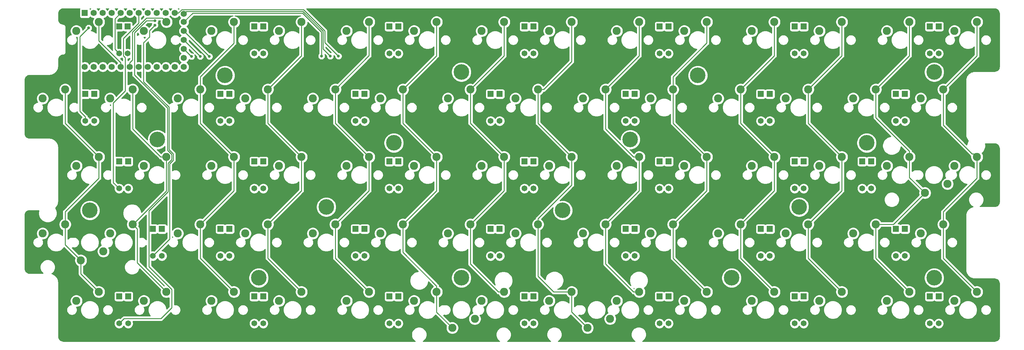
<source format=gbr>
G04 #@! TF.GenerationSoftware,KiCad,Pcbnew,(5.1.5-0-10_14)*
G04 #@! TF.CreationDate,2019-12-14T19:49:10-08:00*
G04 #@! TF.ProjectId,Planck_S_01,506c616e-636b-45f5-935f-30312e6b6963,rev?*
G04 #@! TF.SameCoordinates,Original*
G04 #@! TF.FileFunction,Copper,L1,Top*
G04 #@! TF.FilePolarity,Positive*
%FSLAX46Y46*%
G04 Gerber Fmt 4.6, Leading zero omitted, Abs format (unit mm)*
G04 Created by KiCad (PCBNEW (5.1.5-0-10_14)) date 2019-12-14 19:49:10*
%MOMM*%
%LPD*%
G04 APERTURE LIST*
%ADD10R,1.752600X1.752600*%
%ADD11C,1.752600*%
%ADD12C,2.286000*%
%ADD13C,0.700000*%
%ADD14C,4.400000*%
%ADD15R,1.651000X1.651000*%
%ADD16C,1.651000*%
%ADD17C,0.800000*%
%ADD18C,0.250000*%
%ADD19C,0.254000*%
G04 APERTURE END LIST*
D10*
X71617500Y-49980000D03*
D11*
X74157500Y-49980000D03*
X76697500Y-49980000D03*
X79237500Y-49980000D03*
X81777500Y-49980000D03*
X84317500Y-49980000D03*
X86857500Y-49980000D03*
X89397500Y-49980000D03*
X91937500Y-49980000D03*
X94477500Y-49980000D03*
X97017500Y-49980000D03*
X99557500Y-65220000D03*
X97017500Y-65220000D03*
X94477500Y-65220000D03*
X91937500Y-65220000D03*
X89397500Y-65220000D03*
X86857500Y-65220000D03*
X84317500Y-65220000D03*
X81777500Y-65220000D03*
X79237500Y-65220000D03*
X76697500Y-65220000D03*
X74157500Y-65220000D03*
X99557500Y-50208600D03*
X71617500Y-65220000D03*
X99557500Y-62680000D03*
X99557500Y-60140000D03*
X99557500Y-57600000D03*
X99557500Y-55060000D03*
X99557500Y-52520000D03*
D12*
X78765000Y-74110000D03*
X85115000Y-71570000D03*
D13*
X312341726Y-65483274D03*
X311175000Y-65000000D03*
X310008274Y-65483274D03*
X309525000Y-66650000D03*
X310008274Y-67816726D03*
X311175000Y-68300000D03*
X312341726Y-67816726D03*
X312825000Y-66650000D03*
D14*
X311175000Y-66650000D03*
D13*
X207566726Y-104533274D03*
X206400000Y-104050000D03*
X205233274Y-104533274D03*
X204750000Y-105700000D03*
X205233274Y-106866726D03*
X206400000Y-107350000D03*
X207566726Y-106866726D03*
X208050000Y-105700000D03*
D14*
X206400000Y-105700000D03*
D13*
X312341726Y-123583274D03*
X311175000Y-123100000D03*
X310008274Y-123583274D03*
X309525000Y-124750000D03*
X310008274Y-125916726D03*
X311175000Y-126400000D03*
X312341726Y-125916726D03*
X312825000Y-124750000D03*
D14*
X311175000Y-124750000D03*
X292125000Y-86650000D03*
D13*
X293775000Y-86650000D03*
X293291726Y-87816726D03*
X292125000Y-88300000D03*
X290958274Y-87816726D03*
X290475000Y-86650000D03*
X290958274Y-85483274D03*
X292125000Y-85000000D03*
X293291726Y-85483274D03*
X226616726Y-84533274D03*
X225450000Y-84050000D03*
X224283274Y-84533274D03*
X223800000Y-85700000D03*
X224283274Y-86866726D03*
X225450000Y-87350000D03*
X226616726Y-86866726D03*
X227100000Y-85700000D03*
D14*
X225450000Y-85700000D03*
D13*
X274241726Y-103583274D03*
X273075000Y-103100000D03*
X271908274Y-103583274D03*
X271425000Y-104750000D03*
X271908274Y-105916726D03*
X273075000Y-106400000D03*
X274241726Y-105916726D03*
X274725000Y-104750000D03*
D14*
X273075000Y-104750000D03*
X254025000Y-124750000D03*
D13*
X255675000Y-124750000D03*
X255191726Y-125916726D03*
X254025000Y-126400000D03*
X252858274Y-125916726D03*
X252375000Y-124750000D03*
X252858274Y-123583274D03*
X254025000Y-123100000D03*
X255191726Y-123583274D03*
D14*
X244500000Y-67600000D03*
D13*
X246150000Y-67600000D03*
X245666726Y-68766726D03*
X244500000Y-69250000D03*
X243333274Y-68766726D03*
X242850000Y-67600000D03*
X243333274Y-66433274D03*
X244500000Y-65950000D03*
X245666726Y-66433274D03*
D14*
X177825000Y-124750000D03*
D13*
X179475000Y-124750000D03*
X178991726Y-125916726D03*
X177825000Y-126400000D03*
X176658274Y-125916726D03*
X176175000Y-124750000D03*
X176658274Y-123583274D03*
X177825000Y-123100000D03*
X178991726Y-123583274D03*
D15*
X81300000Y-53790000D03*
D16*
X81300000Y-61410000D03*
D15*
X83700000Y-53790000D03*
D16*
X83700000Y-61410000D03*
D15*
X119400000Y-53790000D03*
D16*
X119400000Y-61410000D03*
D15*
X121950000Y-53790000D03*
D16*
X121950000Y-61410000D03*
D15*
X157500000Y-53790000D03*
D16*
X157500000Y-61410000D03*
D15*
X160050000Y-53790000D03*
D16*
X160050000Y-61410000D03*
D15*
X195600000Y-53790000D03*
D16*
X195600000Y-61410000D03*
D15*
X198150000Y-53790000D03*
D16*
X198150000Y-61410000D03*
D15*
X233700000Y-53790000D03*
D16*
X233700000Y-61410000D03*
D15*
X236250000Y-53790000D03*
D16*
X236250000Y-61410000D03*
D15*
X271800000Y-53790000D03*
D16*
X271800000Y-61410000D03*
D15*
X274350000Y-53790000D03*
D16*
X274350000Y-61410000D03*
D15*
X309900000Y-53790000D03*
D16*
X309900000Y-61410000D03*
D15*
X312450000Y-53790000D03*
D16*
X312450000Y-61410000D03*
D15*
X71775000Y-72840000D03*
D16*
X71775000Y-80460000D03*
D15*
X74325000Y-72840000D03*
D16*
X74325000Y-80460000D03*
D15*
X109875000Y-72840000D03*
D16*
X109875000Y-80460000D03*
D15*
X112425000Y-72840000D03*
D16*
X112425000Y-80460000D03*
D15*
X147975000Y-72840000D03*
D16*
X147975000Y-80460000D03*
D15*
X150525000Y-72840000D03*
D16*
X150525000Y-80460000D03*
D15*
X186075000Y-72840000D03*
D16*
X186075000Y-80460000D03*
D15*
X188625000Y-72840000D03*
D16*
X188625000Y-80460000D03*
D15*
X224175000Y-72840000D03*
D16*
X224175000Y-80460000D03*
D15*
X226725000Y-72840000D03*
D16*
X226725000Y-80460000D03*
D15*
X262275000Y-72840000D03*
D16*
X262275000Y-80460000D03*
D15*
X264825000Y-72840000D03*
D16*
X264825000Y-80460000D03*
D15*
X300375000Y-72840000D03*
D16*
X300375000Y-80460000D03*
D15*
X302925000Y-72840000D03*
D16*
X302925000Y-80460000D03*
D15*
X81300000Y-91890000D03*
D16*
X81300000Y-99510000D03*
D15*
X83850000Y-91890000D03*
D16*
X83850000Y-99510000D03*
D15*
X119400000Y-91890000D03*
D16*
X119400000Y-99510000D03*
D15*
X121950000Y-91890000D03*
D16*
X121950000Y-99510000D03*
D15*
X157500000Y-91890000D03*
D16*
X157500000Y-99510000D03*
D15*
X160050000Y-91890000D03*
D16*
X160050000Y-99510000D03*
D15*
X195600000Y-91890000D03*
D16*
X195600000Y-99510000D03*
D15*
X198150000Y-91890000D03*
D16*
X198150000Y-99510000D03*
D15*
X233700000Y-91890000D03*
D16*
X233700000Y-99510000D03*
D15*
X236250000Y-91890000D03*
D16*
X236250000Y-99510000D03*
D15*
X271800000Y-91890000D03*
D16*
X271800000Y-99510000D03*
D15*
X274350000Y-91890000D03*
D16*
X274350000Y-99510000D03*
D15*
X290850000Y-91890000D03*
D16*
X290850000Y-99510000D03*
D15*
X293400000Y-91890000D03*
D16*
X293400000Y-99510000D03*
D15*
X90825000Y-110940000D03*
D16*
X90825000Y-118560000D03*
D15*
X93375000Y-110940000D03*
D16*
X93375000Y-118560000D03*
D15*
X109875000Y-110940000D03*
D16*
X109875000Y-118560000D03*
D15*
X112425000Y-110940000D03*
D16*
X112425000Y-118560000D03*
D15*
X147975000Y-110940000D03*
D16*
X147975000Y-118560000D03*
D15*
X150525000Y-110940000D03*
D16*
X150525000Y-118560000D03*
D15*
X186075000Y-110940000D03*
D16*
X186075000Y-118560000D03*
D15*
X188625000Y-110940000D03*
D16*
X188625000Y-118560000D03*
D15*
X224175000Y-110940000D03*
D16*
X224175000Y-118560000D03*
D15*
X226725000Y-110940000D03*
D16*
X226725000Y-118560000D03*
D15*
X262275000Y-110940000D03*
D16*
X262275000Y-118560000D03*
D15*
X264825000Y-110940000D03*
D16*
X264825000Y-118560000D03*
D15*
X300375000Y-110940000D03*
D16*
X300375000Y-118560000D03*
D15*
X302925000Y-110940000D03*
D16*
X302925000Y-118560000D03*
D15*
X81300000Y-129990000D03*
D16*
X81300000Y-137610000D03*
D15*
X83850000Y-129990000D03*
D16*
X83850000Y-137610000D03*
D15*
X119400000Y-129990000D03*
D16*
X119400000Y-137610000D03*
D15*
X121950000Y-129990000D03*
D16*
X121950000Y-137610000D03*
D15*
X157500000Y-129990000D03*
D16*
X157500000Y-137610000D03*
D15*
X160050000Y-129990000D03*
D16*
X160050000Y-137610000D03*
D15*
X195600000Y-129990000D03*
D16*
X195600000Y-137610000D03*
D15*
X198150000Y-129990000D03*
D16*
X198150000Y-137610000D03*
D15*
X233700000Y-129990000D03*
D16*
X233700000Y-137610000D03*
D15*
X236250000Y-129990000D03*
D16*
X236250000Y-137610000D03*
D15*
X271800000Y-129990000D03*
D16*
X271800000Y-137610000D03*
D15*
X274350000Y-129990000D03*
D16*
X274350000Y-137610000D03*
D15*
X309900000Y-129990000D03*
D16*
X309900000Y-137610000D03*
D15*
X312450000Y-129990000D03*
D16*
X312450000Y-137610000D03*
D13*
X121841726Y-123583274D03*
X120675000Y-123100000D03*
X119508274Y-123583274D03*
X119025000Y-124750000D03*
X119508274Y-125916726D03*
X120675000Y-126400000D03*
X121841726Y-125916726D03*
X122325000Y-124750000D03*
D14*
X120675000Y-124750000D03*
X139725000Y-104750000D03*
D13*
X141375000Y-104750000D03*
X140891726Y-105916726D03*
X139725000Y-106400000D03*
X138558274Y-105916726D03*
X138075000Y-104750000D03*
X138558274Y-103583274D03*
X139725000Y-103100000D03*
X140891726Y-103583274D03*
D14*
X73050000Y-105700000D03*
D13*
X74700000Y-105700000D03*
X74216726Y-106866726D03*
X73050000Y-107350000D03*
X71883274Y-106866726D03*
X71400000Y-105700000D03*
X71883274Y-104533274D03*
X73050000Y-104050000D03*
X74216726Y-104533274D03*
X159941726Y-85483274D03*
X158775000Y-85000000D03*
X157608274Y-85483274D03*
X157125000Y-86650000D03*
X157608274Y-87816726D03*
X158775000Y-88300000D03*
X159941726Y-87816726D03*
X160425000Y-86650000D03*
D14*
X158775000Y-86650000D03*
X92100000Y-85700000D03*
D13*
X93750000Y-85700000D03*
X93266726Y-86866726D03*
X92100000Y-87350000D03*
X90933274Y-86866726D03*
X90450000Y-85700000D03*
X90933274Y-84533274D03*
X92100000Y-84050000D03*
X93266726Y-84533274D03*
D14*
X177825000Y-66650000D03*
D13*
X179475000Y-66650000D03*
X178991726Y-67816726D03*
X177825000Y-68300000D03*
X176658274Y-67816726D03*
X176175000Y-66650000D03*
X176658274Y-65483274D03*
X177825000Y-65000000D03*
X178991726Y-65483274D03*
X112316726Y-66433274D03*
X111150000Y-65950000D03*
X109983274Y-66433274D03*
X109500000Y-67600000D03*
X109983274Y-68766726D03*
X111150000Y-69250000D03*
X112316726Y-68766726D03*
X112800000Y-67600000D03*
D14*
X111150000Y-67600000D03*
D12*
X308560000Y-100780000D03*
X314910000Y-98240000D03*
X213410000Y-138880000D03*
X219760000Y-136340000D03*
X175260000Y-138880000D03*
X181610000Y-136340000D03*
X316890000Y-131260000D03*
X323240000Y-128720000D03*
X297840000Y-131260000D03*
X304190000Y-128720000D03*
X278790000Y-131260000D03*
X285140000Y-128720000D03*
X259740000Y-131260000D03*
X266090000Y-128720000D03*
X240690000Y-131260000D03*
X247040000Y-128720000D03*
X221640000Y-131260000D03*
X227990000Y-128720000D03*
X202590000Y-131260000D03*
X208940000Y-128720000D03*
X183540000Y-131260000D03*
X189890000Y-128720000D03*
X164490000Y-131260000D03*
X170840000Y-128720000D03*
X145440000Y-131260000D03*
X151790000Y-128720000D03*
X126390000Y-131260000D03*
X132740000Y-128720000D03*
X107340000Y-131260000D03*
X113690000Y-128720000D03*
X88290000Y-131260000D03*
X94640000Y-128720000D03*
X69240000Y-131260000D03*
X75590000Y-128720000D03*
X307365000Y-112210000D03*
X313715000Y-109670000D03*
X288315000Y-112210000D03*
X294665000Y-109670000D03*
X269265000Y-112210000D03*
X275615000Y-109670000D03*
X250215000Y-112210000D03*
X256565000Y-109670000D03*
X231165000Y-112210000D03*
X237515000Y-109670000D03*
X212115000Y-112210000D03*
X218465000Y-109670000D03*
X193065000Y-112210000D03*
X199415000Y-109670000D03*
X174015000Y-112210000D03*
X180365000Y-109670000D03*
X154965000Y-112210000D03*
X161315000Y-109670000D03*
X135915000Y-112210000D03*
X142265000Y-109670000D03*
X116865000Y-112210000D03*
X123215000Y-109670000D03*
X97815000Y-112210000D03*
X104165000Y-109670000D03*
X78765000Y-112210000D03*
X85115000Y-109670000D03*
X76860000Y-117290000D03*
X70510000Y-119830000D03*
X59715000Y-112210000D03*
X66065000Y-109670000D03*
X316890000Y-93160000D03*
X323240000Y-90620000D03*
X297840000Y-93160000D03*
X304190000Y-90620000D03*
X278790000Y-93160000D03*
X285140000Y-90620000D03*
X259740000Y-93160000D03*
X266090000Y-90620000D03*
X240690000Y-93160000D03*
X247040000Y-90620000D03*
X221640000Y-93160000D03*
X227990000Y-90620000D03*
X202590000Y-93160000D03*
X208940000Y-90620000D03*
X183540000Y-93160000D03*
X189890000Y-90620000D03*
X164490000Y-93160000D03*
X170840000Y-90620000D03*
X145440000Y-93160000D03*
X151790000Y-90620000D03*
X126390000Y-93160000D03*
X132740000Y-90620000D03*
X107340000Y-93160000D03*
X113690000Y-90620000D03*
X88290000Y-93160000D03*
X94640000Y-90620000D03*
X69240000Y-93160000D03*
X75590000Y-90620000D03*
X307365000Y-74110000D03*
X313715000Y-71570000D03*
X288315000Y-74110000D03*
X294665000Y-71570000D03*
X269265000Y-74110000D03*
X275615000Y-71570000D03*
X250215000Y-74110000D03*
X256565000Y-71570000D03*
X231165000Y-74110000D03*
X237515000Y-71570000D03*
X212115000Y-74110000D03*
X218465000Y-71570000D03*
X193065000Y-74110000D03*
X199415000Y-71570000D03*
X174015000Y-74110000D03*
X180365000Y-71570000D03*
X154965000Y-74110000D03*
X161315000Y-71570000D03*
X135915000Y-74110000D03*
X142265000Y-71570000D03*
X116865000Y-74110000D03*
X123215000Y-71570000D03*
X97815000Y-74110000D03*
X104165000Y-71570000D03*
X59715000Y-74110000D03*
X66065000Y-71570000D03*
X316890000Y-55060000D03*
X323240000Y-52520000D03*
X297840000Y-55060000D03*
X304190000Y-52520000D03*
X278790000Y-55060000D03*
X285140000Y-52520000D03*
X259740000Y-55060000D03*
X266090000Y-52520000D03*
X240690000Y-55060000D03*
X247040000Y-52520000D03*
X221640000Y-55060000D03*
X227990000Y-52520000D03*
X202590000Y-55060000D03*
X208940000Y-52520000D03*
X183540000Y-55060000D03*
X189890000Y-52520000D03*
X164490000Y-55060000D03*
X170840000Y-52520000D03*
X145440000Y-55060000D03*
X151790000Y-52520000D03*
X126390000Y-55060000D03*
X132740000Y-52520000D03*
X107340000Y-55060000D03*
X113690000Y-52520000D03*
X88290000Y-55060000D03*
X94640000Y-52520000D03*
X69240000Y-55060000D03*
X75590000Y-52520000D03*
D17*
X72700000Y-54200000D03*
X91400000Y-53400000D03*
X91387660Y-52162340D03*
X143150000Y-62150000D03*
X140850000Y-62150000D03*
X101700000Y-62250000D03*
X104175000Y-62225000D03*
X106750000Y-62249996D03*
X138363608Y-62136392D03*
D18*
X81770000Y-49980000D02*
X81777500Y-49980000D01*
X80100000Y-51650000D02*
X81770000Y-49980000D01*
X80100000Y-60210000D02*
X80100000Y-51650000D01*
X81300000Y-61410000D02*
X80100000Y-60210000D01*
X72700000Y-54200000D02*
X72700000Y-54200000D01*
X71775000Y-80460000D02*
X71775000Y-79292567D01*
X70250000Y-77767567D02*
X70250000Y-56900000D01*
X71775000Y-79292567D02*
X70250000Y-77767567D01*
X70250000Y-56900000D02*
X70250000Y-56700000D01*
X70250000Y-56700000D02*
X70250000Y-56650000D01*
X70250000Y-56650000D02*
X72700000Y-54200000D01*
X86857500Y-52792500D02*
X86857500Y-51219275D01*
X82500000Y-57150000D02*
X86857500Y-52792500D01*
X86857500Y-51219275D02*
X86857500Y-49980000D01*
X82500000Y-62050000D02*
X82500000Y-57150000D01*
X81300000Y-99510000D02*
X79650000Y-97860000D01*
X83050000Y-62600000D02*
X82500000Y-62050000D01*
X83050000Y-71950000D02*
X83050000Y-62600000D01*
X79650000Y-75350000D02*
X83050000Y-71950000D01*
X79650000Y-97860000D02*
X79650000Y-75350000D01*
X89850000Y-54950000D02*
X91400000Y-53400000D01*
X88195901Y-68415305D02*
X88196199Y-68415603D01*
X88195901Y-58354099D02*
X88195901Y-68415305D01*
X89850000Y-56700000D02*
X88195901Y-58354099D01*
X89850000Y-54950000D02*
X89850000Y-56700000D01*
X96558012Y-91511041D02*
X95550000Y-92519053D01*
X95550000Y-92519053D02*
X95550000Y-113835000D01*
X96558012Y-89728959D02*
X96558012Y-91511041D01*
X95550000Y-113835000D02*
X90825000Y-118560000D01*
X88195901Y-69395901D02*
X95369099Y-76569099D01*
X95369099Y-88540046D02*
X96558012Y-89728959D01*
X95369099Y-76569099D02*
X95369099Y-88540046D01*
X88195901Y-68415305D02*
X88195901Y-69395901D01*
X89015018Y-52162340D02*
X90821975Y-52162340D01*
X85600000Y-55577358D02*
X89015018Y-52162340D01*
X85600000Y-67445336D02*
X85600000Y-55577358D01*
X90821975Y-52162340D02*
X91387660Y-52162340D01*
X94919088Y-88726446D02*
X94919088Y-76764424D01*
X96108001Y-128015359D02*
X89674499Y-121581857D01*
X96108001Y-89915359D02*
X94919088Y-88726446D01*
X96108001Y-91324641D02*
X96108001Y-89915359D01*
X94919088Y-76764424D02*
X85600000Y-67445336D01*
X81300000Y-137610000D02*
X82660000Y-136250000D01*
X95090010Y-92342632D02*
X96108001Y-91324641D01*
X89674499Y-121581857D02*
X89674499Y-105861911D01*
X96108001Y-133223973D02*
X96108001Y-128015359D01*
X95090010Y-100446400D02*
X95090010Y-92342632D01*
X82660000Y-136250000D02*
X93081974Y-136250000D01*
X93081974Y-136250000D02*
X96108001Y-133223973D01*
X89674499Y-105861911D02*
X95090010Y-100446400D01*
X313715000Y-119195000D02*
X323240000Y-128720000D01*
X313715000Y-109670000D02*
X313715000Y-119195000D01*
X323240000Y-92236446D02*
X323240000Y-90620000D01*
X323240000Y-96591974D02*
X323240000Y-92236446D01*
X313715000Y-106116974D02*
X323240000Y-96591974D01*
X313715000Y-109670000D02*
X313715000Y-106116974D01*
X313715000Y-73186446D02*
X313715000Y-71570000D01*
X313715000Y-81591974D02*
X313715000Y-73186446D01*
X321886927Y-89763901D02*
X313715000Y-81591974D01*
X323013901Y-89763901D02*
X321886927Y-89763901D01*
X323240000Y-89990000D02*
X323013901Y-89763901D01*
X323240000Y-90620000D02*
X323240000Y-89990000D01*
X323240000Y-62045000D02*
X323240000Y-52520000D01*
X313715000Y-71570000D02*
X323240000Y-62045000D01*
X304190000Y-96410000D02*
X308560000Y-100780000D01*
X304190000Y-90620000D02*
X304190000Y-96410000D01*
X294665000Y-119195000D02*
X304190000Y-128720000D01*
X294665000Y-109670000D02*
X294665000Y-119195000D01*
X299670000Y-109670000D02*
X308560000Y-100780000D01*
X294665000Y-109670000D02*
X299670000Y-109670000D01*
X294665000Y-79478554D02*
X294665000Y-73186446D01*
X304190000Y-89003554D02*
X294665000Y-79478554D01*
X294665000Y-73186446D02*
X294665000Y-71570000D01*
X304190000Y-90620000D02*
X304190000Y-89003554D01*
X304190000Y-62045000D02*
X304190000Y-52520000D01*
X294665000Y-71570000D02*
X304190000Y-62045000D01*
X143150000Y-62150000D02*
X143150000Y-62150000D01*
X139300000Y-58300000D02*
X143150000Y-62150000D01*
X139300000Y-54998128D02*
X139300000Y-58300000D01*
X98980875Y-49007299D02*
X133309171Y-49007299D01*
X98008174Y-49980000D02*
X98980875Y-49007299D01*
X133309171Y-49007299D02*
X139300000Y-54998128D01*
X97017500Y-49980000D02*
X98008174Y-49980000D01*
X170840000Y-134460000D02*
X175260000Y-138880000D01*
X170840000Y-128720000D02*
X170840000Y-134460000D01*
X170840000Y-127053026D02*
X170840000Y-127103554D01*
X161315000Y-117528026D02*
X170840000Y-127053026D01*
X170840000Y-127103554D02*
X170840000Y-128720000D01*
X161315000Y-109670000D02*
X161315000Y-117528026D01*
X170840000Y-100145000D02*
X170840000Y-90620000D01*
X161315000Y-109670000D02*
X170840000Y-100145000D01*
X161315000Y-81095000D02*
X161315000Y-71570000D01*
X170840000Y-90620000D02*
X161315000Y-81095000D01*
X170840000Y-62045000D02*
X170840000Y-52520000D01*
X161315000Y-71570000D02*
X170840000Y-62045000D01*
X142265000Y-119195000D02*
X151790000Y-128720000D01*
X142265000Y-109670000D02*
X142265000Y-119195000D01*
X151790000Y-100145000D02*
X151790000Y-90620000D01*
X142265000Y-109670000D02*
X151790000Y-100145000D01*
X142265000Y-81095000D02*
X142265000Y-71570000D01*
X151790000Y-90620000D02*
X142265000Y-81095000D01*
X151790000Y-54136446D02*
X151790000Y-52520000D01*
X151790000Y-62010000D02*
X151790000Y-54136446D01*
X142265000Y-71535000D02*
X151790000Y-62010000D01*
X142265000Y-71570000D02*
X142265000Y-71535000D01*
X123215000Y-119195000D02*
X132740000Y-128720000D01*
X123215000Y-109670000D02*
X123215000Y-119195000D01*
X132740000Y-100145000D02*
X132740000Y-90620000D01*
X123215000Y-109670000D02*
X132740000Y-100145000D01*
X132740000Y-90620000D02*
X123200000Y-81080000D01*
X123215000Y-81065000D02*
X123215000Y-71570000D01*
X123200000Y-81080000D02*
X123215000Y-81065000D01*
X132740000Y-62045000D02*
X132740000Y-52520000D01*
X123215000Y-71570000D02*
X132740000Y-62045000D01*
X104165000Y-119195000D02*
X113690000Y-128720000D01*
X104165000Y-109670000D02*
X104165000Y-119195000D01*
X104165000Y-109670000D02*
X113700000Y-100135000D01*
X113690000Y-100125000D02*
X113690000Y-90620000D01*
X113700000Y-100135000D02*
X113690000Y-100125000D01*
X104165000Y-81095000D02*
X104165000Y-71570000D01*
X113690000Y-90620000D02*
X104165000Y-81095000D01*
X113690000Y-54136446D02*
X113690000Y-52520000D01*
X113690000Y-58491974D02*
X113690000Y-54136446D01*
X104165000Y-68016974D02*
X113690000Y-58491974D01*
X104165000Y-71570000D02*
X104165000Y-68016974D01*
X94640000Y-92236446D02*
X94640000Y-90620000D01*
X94640000Y-100260000D02*
X94640000Y-92236446D01*
X85230000Y-109670000D02*
X94640000Y-100260000D01*
X85115000Y-109670000D02*
X85230000Y-109670000D01*
X93497001Y-127577001D02*
X94640000Y-128720000D01*
X86400000Y-120480000D02*
X93497001Y-127577001D01*
X86400000Y-110955000D02*
X86400000Y-120480000D01*
X85115000Y-109670000D02*
X86400000Y-110955000D01*
X85115000Y-82711446D02*
X85115000Y-73186446D01*
X85115000Y-73186446D02*
X85115000Y-71570000D01*
X93023554Y-90620000D02*
X85115000Y-82711446D01*
X94640000Y-90620000D02*
X93023554Y-90620000D01*
X84317500Y-70772500D02*
X85115000Y-71570000D01*
X84317500Y-65220000D02*
X84317500Y-63980725D01*
X85050000Y-55350000D02*
X89022999Y-51377001D01*
X89022999Y-51377001D02*
X93497001Y-51377001D01*
X84317500Y-63980725D02*
X85050000Y-63248225D01*
X93497001Y-51377001D02*
X94640000Y-52520000D01*
X85050000Y-63248225D02*
X85050000Y-55350000D01*
X66065000Y-115385000D02*
X70510000Y-119830000D01*
X66065000Y-109670000D02*
X66065000Y-115385000D01*
X70510000Y-123640000D02*
X75590000Y-128720000D01*
X70510000Y-119830000D02*
X70510000Y-123640000D01*
X74447001Y-89477001D02*
X75590000Y-90620000D01*
X66050000Y-71585000D02*
X66050000Y-81080000D01*
X66050000Y-81080000D02*
X74447001Y-89477001D01*
X66065000Y-71570000D02*
X66050000Y-71585000D01*
X75590000Y-52520000D02*
X75590000Y-52500000D01*
X74730000Y-52520000D02*
X75590000Y-52520000D01*
X75880000Y-52520000D02*
X75590000Y-52520000D01*
X75590000Y-54136446D02*
X75590000Y-52520000D01*
X81777500Y-63980725D02*
X75590000Y-57793225D01*
X75590000Y-57793225D02*
X75590000Y-54136446D01*
X81777500Y-65220000D02*
X81777500Y-63980725D01*
X75590000Y-92236446D02*
X75590000Y-90620000D01*
X66050000Y-106131974D02*
X75590000Y-96591974D01*
X75590000Y-96591974D02*
X75590000Y-92236446D01*
X66050000Y-109655000D02*
X66050000Y-106131974D01*
X66065000Y-109670000D02*
X66050000Y-109655000D01*
X275615000Y-119195000D02*
X285140000Y-128720000D01*
X275615000Y-109670000D02*
X275615000Y-119195000D01*
X285140000Y-100145000D02*
X285140000Y-90620000D01*
X275615000Y-109670000D02*
X285140000Y-100145000D01*
X275615000Y-81095000D02*
X275615000Y-71570000D01*
X285140000Y-90620000D02*
X275615000Y-81095000D01*
X285140000Y-62045000D02*
X285140000Y-52520000D01*
X275615000Y-71570000D02*
X285140000Y-62045000D01*
X133165462Y-49500000D02*
X138550000Y-54884538D01*
X100266100Y-49500000D02*
X133165462Y-49500000D01*
X99557500Y-50208600D02*
X100266100Y-49500000D01*
X138550000Y-54884538D02*
X138813618Y-55148156D01*
X138813618Y-55148156D02*
X138813618Y-60113618D01*
X138813618Y-60113618D02*
X140850000Y-62150000D01*
X140850000Y-62150000D02*
X140850000Y-62150000D01*
X180365000Y-120811446D02*
X188273554Y-128720000D01*
X188273554Y-128720000D02*
X189890000Y-128720000D01*
X180365000Y-109670000D02*
X180365000Y-120811446D01*
X189890000Y-100145000D02*
X189890000Y-90620000D01*
X180365000Y-109670000D02*
X189890000Y-100145000D01*
X180365000Y-81095000D02*
X180365000Y-71570000D01*
X189890000Y-90620000D02*
X180365000Y-81095000D01*
X180380000Y-71570000D02*
X189890000Y-62060000D01*
X189890000Y-54136446D02*
X189890000Y-52520000D01*
X189890000Y-62060000D02*
X189890000Y-54136446D01*
X180365000Y-71570000D02*
X180380000Y-71570000D01*
X208940000Y-134410000D02*
X213410000Y-138880000D01*
X208940000Y-128720000D02*
X208940000Y-134410000D01*
X203843026Y-128720000D02*
X207323554Y-128720000D01*
X207323554Y-128720000D02*
X208940000Y-128720000D01*
X199415000Y-124291974D02*
X203843026Y-128720000D01*
X199415000Y-109670000D02*
X199415000Y-124291974D01*
X208940000Y-92236446D02*
X208940000Y-90620000D01*
X208940000Y-98528554D02*
X208940000Y-92236446D01*
X199415000Y-108053554D02*
X208940000Y-98528554D01*
X199415000Y-109670000D02*
X199415000Y-108053554D01*
X208940000Y-90620000D02*
X199400000Y-81080000D01*
X199415000Y-81065000D02*
X199415000Y-71570000D01*
X199400000Y-81080000D02*
X199415000Y-81065000D01*
X208940000Y-54136446D02*
X208940000Y-52520000D01*
X201031446Y-71570000D02*
X208940000Y-63661446D01*
X208940000Y-63661446D02*
X208940000Y-54136446D01*
X199415000Y-71570000D02*
X201031446Y-71570000D01*
X101667500Y-62250000D02*
X101700000Y-62250000D01*
X99557500Y-60140000D02*
X101667500Y-62250000D01*
X226373554Y-128720000D02*
X227990000Y-128720000D01*
X218465000Y-120811446D02*
X226373554Y-128720000D01*
X218465000Y-109670000D02*
X218465000Y-120811446D01*
X227990000Y-100145000D02*
X227990000Y-90620000D01*
X218465000Y-109670000D02*
X227990000Y-100145000D01*
X218465000Y-73186446D02*
X218465000Y-71570000D01*
X218465000Y-82711446D02*
X218465000Y-73186446D01*
X226373554Y-90620000D02*
X218465000Y-82711446D01*
X227990000Y-90620000D02*
X226373554Y-90620000D01*
X227990000Y-62045000D02*
X227990000Y-52520000D01*
X218465000Y-71570000D02*
X227990000Y-62045000D01*
X99557500Y-57607500D02*
X99557500Y-57600000D01*
X104175000Y-62217500D02*
X104175000Y-62225000D01*
X99557500Y-57600000D02*
X104175000Y-62217500D01*
X237515000Y-119195000D02*
X247040000Y-128720000D01*
X237515000Y-109670000D02*
X237515000Y-119195000D01*
X247040000Y-100145000D02*
X247040000Y-90620000D01*
X237515000Y-109670000D02*
X247040000Y-100145000D01*
X237515000Y-81095000D02*
X237515000Y-71570000D01*
X247040000Y-90620000D02*
X237515000Y-81095000D01*
X247040000Y-54136446D02*
X247040000Y-52520000D01*
X247040000Y-58460000D02*
X247040000Y-54136446D01*
X237515000Y-67985000D02*
X247040000Y-58460000D01*
X237515000Y-71570000D02*
X237515000Y-67985000D01*
X106747496Y-62249996D02*
X106750000Y-62249996D01*
X99557500Y-55060000D02*
X106747496Y-62249996D01*
X256565000Y-119195000D02*
X266090000Y-128720000D01*
X256565000Y-109670000D02*
X256565000Y-119195000D01*
X256565000Y-81095000D02*
X256565000Y-71570000D01*
X266090000Y-90620000D02*
X256565000Y-81095000D01*
X266090000Y-62045000D02*
X266090000Y-52520000D01*
X256565000Y-71570000D02*
X266090000Y-62045000D01*
X102077500Y-50000000D02*
X133029052Y-50000000D01*
X99557500Y-52520000D02*
X102077500Y-50000000D01*
X138363608Y-55334556D02*
X138363608Y-62136392D01*
X133029052Y-50000000D02*
X138363608Y-55334556D01*
X138363608Y-62136392D02*
X138363608Y-62136392D01*
X266090000Y-92236446D02*
X266090000Y-90620000D01*
X266090000Y-100160000D02*
X266090000Y-92236446D01*
X256580000Y-109670000D02*
X266090000Y-100160000D01*
X256565000Y-109670000D02*
X256580000Y-109670000D01*
D19*
G36*
X70151698Y-48859520D02*
G01*
X70115388Y-48979218D01*
X70103128Y-49103700D01*
X70103128Y-50856300D01*
X70115388Y-50980782D01*
X70151698Y-51100480D01*
X70210663Y-51210794D01*
X70290015Y-51307485D01*
X70386706Y-51386837D01*
X70497020Y-51445802D01*
X70616718Y-51482112D01*
X70741200Y-51494372D01*
X72493800Y-51494372D01*
X72618282Y-51482112D01*
X72737980Y-51445802D01*
X72848294Y-51386837D01*
X72944985Y-51307485D01*
X73024337Y-51210794D01*
X73083302Y-51100480D01*
X73096656Y-51056458D01*
X73194102Y-51153904D01*
X73441631Y-51319297D01*
X73716670Y-51433222D01*
X74008650Y-51491300D01*
X74138973Y-51491300D01*
X74014357Y-51677801D01*
X73880328Y-52001377D01*
X73812000Y-52344882D01*
X73812000Y-52695118D01*
X73880328Y-53038623D01*
X74014357Y-53362199D01*
X74208937Y-53653409D01*
X74456591Y-53901063D01*
X74747801Y-54095643D01*
X74830000Y-54129691D01*
X74830000Y-54173778D01*
X74830001Y-54173788D01*
X74830001Y-55662175D01*
X74725826Y-55558000D01*
X74295251Y-55270299D01*
X73816822Y-55072127D01*
X73378726Y-54984985D01*
X73503937Y-54859774D01*
X73617205Y-54690256D01*
X73695226Y-54501898D01*
X73735000Y-54301939D01*
X73735000Y-54098061D01*
X73695226Y-53898102D01*
X73617205Y-53709744D01*
X73503937Y-53540226D01*
X73359774Y-53396063D01*
X73190256Y-53282795D01*
X73001898Y-53204774D01*
X72801939Y-53165000D01*
X72598061Y-53165000D01*
X72398102Y-53204774D01*
X72209744Y-53282795D01*
X72040226Y-53396063D01*
X71896063Y-53540226D01*
X71782795Y-53709744D01*
X71704774Y-53898102D01*
X71665000Y-54098061D01*
X71665000Y-54160198D01*
X71005111Y-54820087D01*
X70949672Y-54541377D01*
X70815643Y-54217801D01*
X70621063Y-53926591D01*
X70373409Y-53678937D01*
X70082199Y-53484357D01*
X69758623Y-53350328D01*
X69415118Y-53282000D01*
X69064882Y-53282000D01*
X68721377Y-53350328D01*
X68397801Y-53484357D01*
X68106591Y-53678937D01*
X67858937Y-53926591D01*
X67664357Y-54217801D01*
X67530328Y-54541377D01*
X67462000Y-54884882D01*
X67462000Y-55235118D01*
X67530328Y-55578623D01*
X67664357Y-55902199D01*
X67808022Y-56117209D01*
X67536579Y-56171202D01*
X67266162Y-56283212D01*
X67022794Y-56445826D01*
X66815826Y-56652794D01*
X66653212Y-56896162D01*
X66541202Y-57166579D01*
X66484100Y-57453652D01*
X66484100Y-57746348D01*
X66541202Y-58033421D01*
X66653212Y-58303838D01*
X66815826Y-58547206D01*
X67022794Y-58754174D01*
X67266162Y-58916788D01*
X67536579Y-59028798D01*
X67823652Y-59085900D01*
X68116348Y-59085900D01*
X68403421Y-59028798D01*
X68673838Y-58916788D01*
X68917206Y-58754174D01*
X69124174Y-58547206D01*
X69286788Y-58303838D01*
X69398798Y-58033421D01*
X69455900Y-57746348D01*
X69455900Y-57453652D01*
X69398798Y-57166579D01*
X69286788Y-56896162D01*
X69247925Y-56838000D01*
X69415118Y-56838000D01*
X69490000Y-56823105D01*
X69490000Y-56937332D01*
X69490001Y-56937342D01*
X69490000Y-75454261D01*
X69308838Y-75333212D01*
X69038421Y-75221202D01*
X68751348Y-75164100D01*
X68458652Y-75164100D01*
X68171579Y-75221202D01*
X67901162Y-75333212D01*
X67657794Y-75495826D01*
X67450826Y-75702794D01*
X67288212Y-75946162D01*
X67176202Y-76216579D01*
X67119100Y-76503652D01*
X67119100Y-76796348D01*
X67176202Y-77083421D01*
X67288212Y-77353838D01*
X67450826Y-77597206D01*
X67657794Y-77804174D01*
X67901162Y-77966788D01*
X68171579Y-78078798D01*
X68458652Y-78135900D01*
X68751348Y-78135900D01*
X69038421Y-78078798D01*
X69308838Y-77966788D01*
X69493774Y-77843217D01*
X69500997Y-77916552D01*
X69516236Y-77966788D01*
X69544454Y-78059813D01*
X69615026Y-78191843D01*
X69654871Y-78240393D01*
X69709999Y-78307568D01*
X69739003Y-78331371D01*
X70788586Y-79380954D01*
X70640555Y-79528985D01*
X70480721Y-79768194D01*
X70370626Y-80033988D01*
X70314500Y-80316153D01*
X70314500Y-80603847D01*
X70370626Y-80886012D01*
X70480721Y-81151806D01*
X70640555Y-81391015D01*
X70843985Y-81594445D01*
X71083194Y-81754279D01*
X71348988Y-81864374D01*
X71631153Y-81920500D01*
X71918847Y-81920500D01*
X72201012Y-81864374D01*
X72466806Y-81754279D01*
X72706015Y-81594445D01*
X72909445Y-81391015D01*
X73050000Y-81180659D01*
X73190555Y-81391015D01*
X73393985Y-81594445D01*
X73633194Y-81754279D01*
X73898988Y-81864374D01*
X74181153Y-81920500D01*
X74468847Y-81920500D01*
X74751012Y-81864374D01*
X75016806Y-81754279D01*
X75256015Y-81594445D01*
X75459445Y-81391015D01*
X75619279Y-81151806D01*
X75729374Y-80886012D01*
X75785500Y-80603847D01*
X75785500Y-80316153D01*
X75729374Y-80033988D01*
X75619279Y-79768194D01*
X75459445Y-79528985D01*
X75256015Y-79325555D01*
X75016806Y-79165721D01*
X74751012Y-79055626D01*
X74468847Y-78999500D01*
X74181153Y-78999500D01*
X73898988Y-79055626D01*
X73633194Y-79165721D01*
X73393985Y-79325555D01*
X73190555Y-79528985D01*
X73050000Y-79739341D01*
X72909445Y-79528985D01*
X72706015Y-79325555D01*
X72530367Y-79208191D01*
X72524003Y-79143581D01*
X72480546Y-79000320D01*
X72409974Y-78868291D01*
X72315001Y-78752566D01*
X72286003Y-78728768D01*
X71010000Y-77452766D01*
X71010000Y-74303572D01*
X72600500Y-74303572D01*
X72724982Y-74291312D01*
X72844680Y-74255002D01*
X72954994Y-74196037D01*
X73050000Y-74118068D01*
X73145006Y-74196037D01*
X73255320Y-74255002D01*
X73375018Y-74291312D01*
X73499500Y-74303572D01*
X75150500Y-74303572D01*
X75274982Y-74291312D01*
X75394680Y-74255002D01*
X75504994Y-74196037D01*
X75601685Y-74116685D01*
X75681037Y-74019994D01*
X75740002Y-73909680D01*
X75776312Y-73789982D01*
X75788572Y-73665500D01*
X75788572Y-72014500D01*
X75776312Y-71890018D01*
X75740002Y-71770320D01*
X75681037Y-71660006D01*
X75601685Y-71563315D01*
X75504994Y-71483963D01*
X75394680Y-71424998D01*
X75274982Y-71388688D01*
X75150500Y-71376428D01*
X73499500Y-71376428D01*
X73375018Y-71388688D01*
X73255320Y-71424998D01*
X73145006Y-71483963D01*
X73050000Y-71561932D01*
X72954994Y-71483963D01*
X72844680Y-71424998D01*
X72724982Y-71388688D01*
X72600500Y-71376428D01*
X71010000Y-71376428D01*
X71010000Y-66604185D01*
X71176670Y-66673222D01*
X71468650Y-66731300D01*
X71766350Y-66731300D01*
X72058330Y-66673222D01*
X72333369Y-66559297D01*
X72580898Y-66393904D01*
X72791404Y-66183398D01*
X72887500Y-66039580D01*
X72983596Y-66183398D01*
X73194102Y-66393904D01*
X73441631Y-66559297D01*
X73716670Y-66673222D01*
X74008650Y-66731300D01*
X74306350Y-66731300D01*
X74598330Y-66673222D01*
X74873369Y-66559297D01*
X75120898Y-66393904D01*
X75331404Y-66183398D01*
X75427500Y-66039580D01*
X75523596Y-66183398D01*
X75734102Y-66393904D01*
X75981631Y-66559297D01*
X76256670Y-66673222D01*
X76548650Y-66731300D01*
X76846350Y-66731300D01*
X77138330Y-66673222D01*
X77413369Y-66559297D01*
X77660898Y-66393904D01*
X77871404Y-66183398D01*
X77967500Y-66039580D01*
X78063596Y-66183398D01*
X78274102Y-66393904D01*
X78521631Y-66559297D01*
X78796670Y-66673222D01*
X79088650Y-66731300D01*
X79386350Y-66731300D01*
X79678330Y-66673222D01*
X79953369Y-66559297D01*
X80200898Y-66393904D01*
X80411404Y-66183398D01*
X80507500Y-66039580D01*
X80603596Y-66183398D01*
X80814102Y-66393904D01*
X81061631Y-66559297D01*
X81336670Y-66673222D01*
X81628650Y-66731300D01*
X81926350Y-66731300D01*
X82218330Y-66673222D01*
X82290001Y-66643535D01*
X82290000Y-71635198D01*
X80433418Y-73491781D01*
X80340643Y-73267801D01*
X80146063Y-72976591D01*
X79898409Y-72728937D01*
X79607199Y-72534357D01*
X79283623Y-72400328D01*
X78940118Y-72332000D01*
X78589882Y-72332000D01*
X78246377Y-72400328D01*
X77922801Y-72534357D01*
X77631591Y-72728937D01*
X77383937Y-72976591D01*
X77189357Y-73267801D01*
X77055328Y-73591377D01*
X76987000Y-73934882D01*
X76987000Y-74285118D01*
X77055328Y-74628623D01*
X77189357Y-74952199D01*
X77333022Y-75167209D01*
X77061579Y-75221202D01*
X76791162Y-75333212D01*
X76547794Y-75495826D01*
X76340826Y-75702794D01*
X76178212Y-75946162D01*
X76066202Y-76216579D01*
X76009100Y-76503652D01*
X76009100Y-76796348D01*
X76066202Y-77083421D01*
X76178212Y-77353838D01*
X76340826Y-77597206D01*
X76547794Y-77804174D01*
X76791162Y-77966788D01*
X77061579Y-78078798D01*
X77348652Y-78135900D01*
X77641348Y-78135900D01*
X77928421Y-78078798D01*
X78198838Y-77966788D01*
X78442206Y-77804174D01*
X78649174Y-77597206D01*
X78811788Y-77353838D01*
X78890001Y-77165015D01*
X78890000Y-94420739D01*
X78833838Y-94383212D01*
X78563421Y-94271202D01*
X78276348Y-94214100D01*
X77983652Y-94214100D01*
X77696579Y-94271202D01*
X77426162Y-94383212D01*
X77182794Y-94545826D01*
X76975826Y-94752794D01*
X76813212Y-94996162D01*
X76701202Y-95266579D01*
X76644100Y-95553652D01*
X76644100Y-95846348D01*
X76701202Y-96133421D01*
X76813212Y-96403838D01*
X76975826Y-96647206D01*
X77182794Y-96854174D01*
X77426162Y-97016788D01*
X77696579Y-97128798D01*
X77983652Y-97185900D01*
X78276348Y-97185900D01*
X78563421Y-97128798D01*
X78833838Y-97016788D01*
X78890000Y-96979262D01*
X78890000Y-97822678D01*
X78886324Y-97860000D01*
X78890000Y-97897322D01*
X78890000Y-97897332D01*
X78900997Y-98008985D01*
X78944454Y-98152246D01*
X79015026Y-98284276D01*
X79051648Y-98328900D01*
X79109999Y-98400001D01*
X79139002Y-98423803D01*
X79879626Y-99164428D01*
X79839500Y-99366153D01*
X79839500Y-99653847D01*
X79895626Y-99936012D01*
X80005721Y-100201806D01*
X80165555Y-100441015D01*
X80368985Y-100644445D01*
X80608194Y-100804279D01*
X80873988Y-100914374D01*
X81156153Y-100970500D01*
X81443847Y-100970500D01*
X81726012Y-100914374D01*
X81991806Y-100804279D01*
X82231015Y-100644445D01*
X82434445Y-100441015D01*
X82575000Y-100230659D01*
X82715555Y-100441015D01*
X82918985Y-100644445D01*
X83158194Y-100804279D01*
X83423988Y-100914374D01*
X83706153Y-100970500D01*
X83993847Y-100970500D01*
X84276012Y-100914374D01*
X84541806Y-100804279D01*
X84781015Y-100644445D01*
X84984445Y-100441015D01*
X85144279Y-100201806D01*
X85254374Y-99936012D01*
X85310500Y-99653847D01*
X85310500Y-99366153D01*
X85254374Y-99083988D01*
X85144279Y-98818194D01*
X84984445Y-98578985D01*
X84781015Y-98375555D01*
X84541806Y-98215721D01*
X84276012Y-98105626D01*
X83993847Y-98049500D01*
X83706153Y-98049500D01*
X83423988Y-98105626D01*
X83158194Y-98215721D01*
X82918985Y-98375555D01*
X82715555Y-98578985D01*
X82575000Y-98789341D01*
X82434445Y-98578985D01*
X82231015Y-98375555D01*
X81991806Y-98215721D01*
X81726012Y-98105626D01*
X81443847Y-98049500D01*
X81156153Y-98049500D01*
X80954428Y-98089626D01*
X80410000Y-97545199D01*
X80410000Y-95553652D01*
X85534100Y-95553652D01*
X85534100Y-95846348D01*
X85591202Y-96133421D01*
X85703212Y-96403838D01*
X85865826Y-96647206D01*
X86072794Y-96854174D01*
X86316162Y-97016788D01*
X86586579Y-97128798D01*
X86873652Y-97185900D01*
X87166348Y-97185900D01*
X87453421Y-97128798D01*
X87723838Y-97016788D01*
X87967206Y-96854174D01*
X88174174Y-96647206D01*
X88336788Y-96403838D01*
X88448798Y-96133421D01*
X88505900Y-95846348D01*
X88505900Y-95553652D01*
X88448798Y-95266579D01*
X88336788Y-94996162D01*
X88297925Y-94938000D01*
X88465118Y-94938000D01*
X88808623Y-94869672D01*
X89132199Y-94735643D01*
X89423409Y-94541063D01*
X89671063Y-94293409D01*
X89865643Y-94002199D01*
X89999672Y-93678623D01*
X90068000Y-93335118D01*
X90068000Y-92984882D01*
X89999672Y-92641377D01*
X89865643Y-92317801D01*
X89671063Y-92026591D01*
X89423409Y-91778937D01*
X89132199Y-91584357D01*
X88808623Y-91450328D01*
X88465118Y-91382000D01*
X88114882Y-91382000D01*
X87771377Y-91450328D01*
X87447801Y-91584357D01*
X87156591Y-91778937D01*
X86908937Y-92026591D01*
X86714357Y-92317801D01*
X86580328Y-92641377D01*
X86512000Y-92984882D01*
X86512000Y-93335118D01*
X86580328Y-93678623D01*
X86714357Y-94002199D01*
X86858022Y-94217209D01*
X86586579Y-94271202D01*
X86316162Y-94383212D01*
X86072794Y-94545826D01*
X85865826Y-94752794D01*
X85703212Y-94996162D01*
X85591202Y-95266579D01*
X85534100Y-95553652D01*
X80410000Y-95553652D01*
X80410000Y-93347220D01*
X80474500Y-93353572D01*
X82125500Y-93353572D01*
X82249982Y-93341312D01*
X82369680Y-93305002D01*
X82479994Y-93246037D01*
X82575000Y-93168068D01*
X82670006Y-93246037D01*
X82780320Y-93305002D01*
X82900018Y-93341312D01*
X83024500Y-93353572D01*
X84675500Y-93353572D01*
X84799982Y-93341312D01*
X84919680Y-93305002D01*
X85029994Y-93246037D01*
X85126685Y-93166685D01*
X85206037Y-93069994D01*
X85265002Y-92959680D01*
X85301312Y-92839982D01*
X85313572Y-92715500D01*
X85313572Y-91064500D01*
X85301312Y-90940018D01*
X85265002Y-90820320D01*
X85206037Y-90710006D01*
X85126685Y-90613315D01*
X85029994Y-90533963D01*
X84919680Y-90474998D01*
X84799982Y-90438688D01*
X84675500Y-90426428D01*
X83024500Y-90426428D01*
X82900018Y-90438688D01*
X82780320Y-90474998D01*
X82670006Y-90533963D01*
X82575000Y-90611932D01*
X82479994Y-90533963D01*
X82369680Y-90474998D01*
X82249982Y-90438688D01*
X82125500Y-90426428D01*
X80474500Y-90426428D01*
X80410000Y-90432780D01*
X80410000Y-78141743D01*
X80533000Y-78325826D01*
X80899174Y-78692000D01*
X81329749Y-78979701D01*
X81808178Y-79177873D01*
X82316076Y-79278900D01*
X82833924Y-79278900D01*
X83341822Y-79177873D01*
X83820251Y-78979701D01*
X84250826Y-78692000D01*
X84355000Y-78587826D01*
X84355000Y-82674124D01*
X84351324Y-82711446D01*
X84355000Y-82748768D01*
X84355000Y-82748778D01*
X84365997Y-82860431D01*
X84409454Y-83003692D01*
X84480026Y-83135722D01*
X84513988Y-83177104D01*
X84574999Y-83251447D01*
X84604003Y-83275250D01*
X92459755Y-91131003D01*
X92483553Y-91160001D01*
X92599278Y-91254974D01*
X92731307Y-91325546D01*
X92874568Y-91369003D01*
X92986221Y-91380000D01*
X92986230Y-91380000D01*
X93023553Y-91383676D01*
X93031507Y-91382893D01*
X93064357Y-91462199D01*
X93258937Y-91753409D01*
X93506591Y-92001063D01*
X93797801Y-92195643D01*
X93880000Y-92229691D01*
X93880000Y-92273778D01*
X93880001Y-92273788D01*
X93880001Y-93762175D01*
X93775826Y-93658000D01*
X93345251Y-93370299D01*
X92866822Y-93172127D01*
X92358924Y-93071100D01*
X91841076Y-93071100D01*
X91333178Y-93172127D01*
X90854749Y-93370299D01*
X90424174Y-93658000D01*
X90058000Y-94024174D01*
X89770299Y-94454749D01*
X89572127Y-94933178D01*
X89471100Y-95441076D01*
X89471100Y-95958924D01*
X89572127Y-96466822D01*
X89770299Y-96945251D01*
X90058000Y-97375826D01*
X90424174Y-97742000D01*
X90854749Y-98029701D01*
X91333178Y-98227873D01*
X91841076Y-98328900D01*
X92358924Y-98328900D01*
X92866822Y-98227873D01*
X93345251Y-98029701D01*
X93775826Y-97742000D01*
X93880000Y-97637826D01*
X93880000Y-99945198D01*
X87578900Y-106246299D01*
X87578900Y-106236076D01*
X87477873Y-105728178D01*
X87279701Y-105249749D01*
X86992000Y-104819174D01*
X86625826Y-104453000D01*
X86195251Y-104165299D01*
X85716822Y-103967127D01*
X85208924Y-103866100D01*
X84691076Y-103866100D01*
X84183178Y-103967127D01*
X83704749Y-104165299D01*
X83274174Y-104453000D01*
X82908000Y-104819174D01*
X82620299Y-105249749D01*
X82422127Y-105728178D01*
X82321100Y-106236076D01*
X82321100Y-106753924D01*
X82422127Y-107261822D01*
X82620299Y-107740251D01*
X82908000Y-108170826D01*
X83274174Y-108537000D01*
X83591839Y-108749257D01*
X83539357Y-108827801D01*
X83405328Y-109151377D01*
X83337000Y-109494882D01*
X83337000Y-109845118D01*
X83405328Y-110188623D01*
X83539357Y-110512199D01*
X83733937Y-110803409D01*
X83981591Y-111051063D01*
X84272801Y-111245643D01*
X84596377Y-111379672D01*
X84939882Y-111448000D01*
X85290118Y-111448000D01*
X85633623Y-111379672D01*
X85640000Y-111377031D01*
X85640001Y-119683924D01*
X85579757Y-119658970D01*
X85162643Y-119576000D01*
X84737357Y-119576000D01*
X84320243Y-119658970D01*
X83927330Y-119821719D01*
X83573718Y-120057996D01*
X83272996Y-120358718D01*
X83036719Y-120712330D01*
X82873970Y-121105243D01*
X82791000Y-121522357D01*
X82791000Y-121947643D01*
X82873970Y-122364757D01*
X83036719Y-122757670D01*
X83272996Y-123111282D01*
X83573718Y-123412004D01*
X83927330Y-123648281D01*
X84320243Y-123811030D01*
X84737357Y-123894000D01*
X85162643Y-123894000D01*
X85579757Y-123811030D01*
X85972670Y-123648281D01*
X86326282Y-123412004D01*
X86627004Y-123111282D01*
X86863281Y-122757670D01*
X87026030Y-122364757D01*
X87056546Y-122211347D01*
X92964376Y-128119178D01*
X92930328Y-128201377D01*
X92862000Y-128544882D01*
X92862000Y-128895118D01*
X92930328Y-129238623D01*
X93064357Y-129562199D01*
X93258937Y-129853409D01*
X93506591Y-130101063D01*
X93797801Y-130295643D01*
X94121377Y-130429672D01*
X94464882Y-130498000D01*
X94815118Y-130498000D01*
X95158623Y-130429672D01*
X95348002Y-130351229D01*
X95348001Y-132909170D01*
X94726776Y-133530396D01*
X94627873Y-133033178D01*
X94429701Y-132554749D01*
X94142000Y-132124174D01*
X93775826Y-131758000D01*
X93345251Y-131470299D01*
X92866822Y-131272127D01*
X92358924Y-131171100D01*
X91841076Y-131171100D01*
X91333178Y-131272127D01*
X90854749Y-131470299D01*
X90424174Y-131758000D01*
X90058000Y-132124174D01*
X89770299Y-132554749D01*
X89572127Y-133033178D01*
X89471100Y-133541076D01*
X89471100Y-134058924D01*
X89572127Y-134566822D01*
X89770299Y-135045251D01*
X90058000Y-135475826D01*
X90072174Y-135490000D01*
X82697322Y-135490000D01*
X82659999Y-135486324D01*
X82622676Y-135490000D01*
X82622667Y-135490000D01*
X82511014Y-135500997D01*
X82367753Y-135544454D01*
X82235724Y-135615026D01*
X82235722Y-135615027D01*
X82235723Y-135615027D01*
X82148996Y-135686201D01*
X82148992Y-135686205D01*
X82119999Y-135709999D01*
X82096205Y-135738992D01*
X81645572Y-136189626D01*
X81443847Y-136149500D01*
X81156153Y-136149500D01*
X80873988Y-136205626D01*
X80608194Y-136315721D01*
X80368985Y-136475555D01*
X80165555Y-136678985D01*
X80005721Y-136918194D01*
X79895626Y-137183988D01*
X79839500Y-137466153D01*
X79839500Y-137753847D01*
X79895626Y-138036012D01*
X80005721Y-138301806D01*
X80165555Y-138541015D01*
X80368985Y-138744445D01*
X80608194Y-138904279D01*
X80873988Y-139014374D01*
X81156153Y-139070500D01*
X81443847Y-139070500D01*
X81726012Y-139014374D01*
X81991806Y-138904279D01*
X82231015Y-138744445D01*
X82434445Y-138541015D01*
X82575000Y-138330659D01*
X82715555Y-138541015D01*
X82918985Y-138744445D01*
X83158194Y-138904279D01*
X83423988Y-139014374D01*
X83706153Y-139070500D01*
X83993847Y-139070500D01*
X84276012Y-139014374D01*
X84541806Y-138904279D01*
X84781015Y-138744445D01*
X84984445Y-138541015D01*
X85144279Y-138301806D01*
X85254374Y-138036012D01*
X85310500Y-137753847D01*
X85310500Y-137466153D01*
X117939500Y-137466153D01*
X117939500Y-137753847D01*
X117995626Y-138036012D01*
X118105721Y-138301806D01*
X118265555Y-138541015D01*
X118468985Y-138744445D01*
X118708194Y-138904279D01*
X118973988Y-139014374D01*
X119256153Y-139070500D01*
X119543847Y-139070500D01*
X119826012Y-139014374D01*
X120091806Y-138904279D01*
X120331015Y-138744445D01*
X120534445Y-138541015D01*
X120675000Y-138330659D01*
X120815555Y-138541015D01*
X121018985Y-138744445D01*
X121258194Y-138904279D01*
X121523988Y-139014374D01*
X121806153Y-139070500D01*
X122093847Y-139070500D01*
X122376012Y-139014374D01*
X122641806Y-138904279D01*
X122881015Y-138744445D01*
X123084445Y-138541015D01*
X123244279Y-138301806D01*
X123354374Y-138036012D01*
X123410500Y-137753847D01*
X123410500Y-137466153D01*
X156039500Y-137466153D01*
X156039500Y-137753847D01*
X156095626Y-138036012D01*
X156205721Y-138301806D01*
X156365555Y-138541015D01*
X156568985Y-138744445D01*
X156808194Y-138904279D01*
X157073988Y-139014374D01*
X157356153Y-139070500D01*
X157643847Y-139070500D01*
X157926012Y-139014374D01*
X158191806Y-138904279D01*
X158431015Y-138744445D01*
X158634445Y-138541015D01*
X158775000Y-138330659D01*
X158915555Y-138541015D01*
X159118985Y-138744445D01*
X159358194Y-138904279D01*
X159623988Y-139014374D01*
X159906153Y-139070500D01*
X160193847Y-139070500D01*
X160476012Y-139014374D01*
X160741806Y-138904279D01*
X160981015Y-138744445D01*
X161184445Y-138541015D01*
X161344279Y-138301806D01*
X161454374Y-138036012D01*
X161510500Y-137753847D01*
X161510500Y-137466153D01*
X161454374Y-137183988D01*
X161344279Y-136918194D01*
X161184445Y-136678985D01*
X160981015Y-136475555D01*
X160741806Y-136315721D01*
X160476012Y-136205626D01*
X160193847Y-136149500D01*
X159906153Y-136149500D01*
X159623988Y-136205626D01*
X159358194Y-136315721D01*
X159118985Y-136475555D01*
X158915555Y-136678985D01*
X158775000Y-136889341D01*
X158634445Y-136678985D01*
X158431015Y-136475555D01*
X158191806Y-136315721D01*
X157926012Y-136205626D01*
X157643847Y-136149500D01*
X157356153Y-136149500D01*
X157073988Y-136205626D01*
X156808194Y-136315721D01*
X156568985Y-136475555D01*
X156365555Y-136678985D01*
X156205721Y-136918194D01*
X156095626Y-137183988D01*
X156039500Y-137466153D01*
X123410500Y-137466153D01*
X123354374Y-137183988D01*
X123244279Y-136918194D01*
X123084445Y-136678985D01*
X122881015Y-136475555D01*
X122641806Y-136315721D01*
X122376012Y-136205626D01*
X122093847Y-136149500D01*
X121806153Y-136149500D01*
X121523988Y-136205626D01*
X121258194Y-136315721D01*
X121018985Y-136475555D01*
X120815555Y-136678985D01*
X120675000Y-136889341D01*
X120534445Y-136678985D01*
X120331015Y-136475555D01*
X120091806Y-136315721D01*
X119826012Y-136205626D01*
X119543847Y-136149500D01*
X119256153Y-136149500D01*
X118973988Y-136205626D01*
X118708194Y-136315721D01*
X118468985Y-136475555D01*
X118265555Y-136678985D01*
X118105721Y-136918194D01*
X117995626Y-137183988D01*
X117939500Y-137466153D01*
X85310500Y-137466153D01*
X85254374Y-137183988D01*
X85182306Y-137010000D01*
X93044652Y-137010000D01*
X93081974Y-137013676D01*
X93119296Y-137010000D01*
X93119307Y-137010000D01*
X93230960Y-136999003D01*
X93374221Y-136955546D01*
X93506250Y-136884974D01*
X93621975Y-136790001D01*
X93645778Y-136760997D01*
X95879124Y-134527652D01*
X96025826Y-134747206D01*
X96232794Y-134954174D01*
X96476162Y-135116788D01*
X96746579Y-135228798D01*
X97033652Y-135285900D01*
X97326348Y-135285900D01*
X97613421Y-135228798D01*
X97883838Y-135116788D01*
X98127206Y-134954174D01*
X98334174Y-134747206D01*
X98496788Y-134503838D01*
X98608798Y-134233421D01*
X98665900Y-133946348D01*
X98665900Y-133653652D01*
X104584100Y-133653652D01*
X104584100Y-133946348D01*
X104641202Y-134233421D01*
X104753212Y-134503838D01*
X104915826Y-134747206D01*
X105122794Y-134954174D01*
X105366162Y-135116788D01*
X105636579Y-135228798D01*
X105923652Y-135285900D01*
X106216348Y-135285900D01*
X106503421Y-135228798D01*
X106773838Y-135116788D01*
X107017206Y-134954174D01*
X107224174Y-134747206D01*
X107386788Y-134503838D01*
X107498798Y-134233421D01*
X107555900Y-133946348D01*
X107555900Y-133653652D01*
X107533508Y-133541076D01*
X108521100Y-133541076D01*
X108521100Y-134058924D01*
X108622127Y-134566822D01*
X108820299Y-135045251D01*
X109108000Y-135475826D01*
X109474174Y-135842000D01*
X109904749Y-136129701D01*
X110383178Y-136327873D01*
X110891076Y-136428900D01*
X111408924Y-136428900D01*
X111916822Y-136327873D01*
X112395251Y-136129701D01*
X112825826Y-135842000D01*
X113192000Y-135475826D01*
X113479701Y-135045251D01*
X113677873Y-134566822D01*
X113778900Y-134058924D01*
X113778900Y-133653652D01*
X114744100Y-133653652D01*
X114744100Y-133946348D01*
X114801202Y-134233421D01*
X114913212Y-134503838D01*
X115075826Y-134747206D01*
X115282794Y-134954174D01*
X115526162Y-135116788D01*
X115796579Y-135228798D01*
X116083652Y-135285900D01*
X116376348Y-135285900D01*
X116663421Y-135228798D01*
X116933838Y-135116788D01*
X117177206Y-134954174D01*
X117384174Y-134747206D01*
X117546788Y-134503838D01*
X117658798Y-134233421D01*
X117715900Y-133946348D01*
X117715900Y-133653652D01*
X123634100Y-133653652D01*
X123634100Y-133946348D01*
X123691202Y-134233421D01*
X123803212Y-134503838D01*
X123965826Y-134747206D01*
X124172794Y-134954174D01*
X124416162Y-135116788D01*
X124686579Y-135228798D01*
X124973652Y-135285900D01*
X125266348Y-135285900D01*
X125553421Y-135228798D01*
X125823838Y-135116788D01*
X126067206Y-134954174D01*
X126274174Y-134747206D01*
X126436788Y-134503838D01*
X126548798Y-134233421D01*
X126605900Y-133946348D01*
X126605900Y-133653652D01*
X126583508Y-133541076D01*
X127571100Y-133541076D01*
X127571100Y-134058924D01*
X127672127Y-134566822D01*
X127870299Y-135045251D01*
X128158000Y-135475826D01*
X128524174Y-135842000D01*
X128954749Y-136129701D01*
X129433178Y-136327873D01*
X129941076Y-136428900D01*
X130458924Y-136428900D01*
X130966822Y-136327873D01*
X131445251Y-136129701D01*
X131875826Y-135842000D01*
X132242000Y-135475826D01*
X132529701Y-135045251D01*
X132727873Y-134566822D01*
X132828900Y-134058924D01*
X132828900Y-133653652D01*
X133794100Y-133653652D01*
X133794100Y-133946348D01*
X133851202Y-134233421D01*
X133963212Y-134503838D01*
X134125826Y-134747206D01*
X134332794Y-134954174D01*
X134576162Y-135116788D01*
X134846579Y-135228798D01*
X135133652Y-135285900D01*
X135426348Y-135285900D01*
X135713421Y-135228798D01*
X135983838Y-135116788D01*
X136227206Y-134954174D01*
X136434174Y-134747206D01*
X136596788Y-134503838D01*
X136708798Y-134233421D01*
X136765900Y-133946348D01*
X136765900Y-133653652D01*
X142684100Y-133653652D01*
X142684100Y-133946348D01*
X142741202Y-134233421D01*
X142853212Y-134503838D01*
X143015826Y-134747206D01*
X143222794Y-134954174D01*
X143466162Y-135116788D01*
X143736579Y-135228798D01*
X144023652Y-135285900D01*
X144316348Y-135285900D01*
X144603421Y-135228798D01*
X144873838Y-135116788D01*
X145117206Y-134954174D01*
X145324174Y-134747206D01*
X145486788Y-134503838D01*
X145598798Y-134233421D01*
X145655900Y-133946348D01*
X145655900Y-133653652D01*
X145633508Y-133541076D01*
X146621100Y-133541076D01*
X146621100Y-134058924D01*
X146722127Y-134566822D01*
X146920299Y-135045251D01*
X147208000Y-135475826D01*
X147574174Y-135842000D01*
X148004749Y-136129701D01*
X148483178Y-136327873D01*
X148991076Y-136428900D01*
X149508924Y-136428900D01*
X150016822Y-136327873D01*
X150495251Y-136129701D01*
X150925826Y-135842000D01*
X151292000Y-135475826D01*
X151579701Y-135045251D01*
X151777873Y-134566822D01*
X151878900Y-134058924D01*
X151878900Y-133653652D01*
X152844100Y-133653652D01*
X152844100Y-133946348D01*
X152901202Y-134233421D01*
X153013212Y-134503838D01*
X153175826Y-134747206D01*
X153382794Y-134954174D01*
X153626162Y-135116788D01*
X153896579Y-135228798D01*
X154183652Y-135285900D01*
X154476348Y-135285900D01*
X154763421Y-135228798D01*
X155033838Y-135116788D01*
X155277206Y-134954174D01*
X155484174Y-134747206D01*
X155646788Y-134503838D01*
X155758798Y-134233421D01*
X155815900Y-133946348D01*
X155815900Y-133653652D01*
X161734100Y-133653652D01*
X161734100Y-133946348D01*
X161791202Y-134233421D01*
X161903212Y-134503838D01*
X162065826Y-134747206D01*
X162272794Y-134954174D01*
X162516162Y-135116788D01*
X162786579Y-135228798D01*
X163073652Y-135285900D01*
X163366348Y-135285900D01*
X163653421Y-135228798D01*
X163923838Y-135116788D01*
X164167206Y-134954174D01*
X164374174Y-134747206D01*
X164536788Y-134503838D01*
X164648798Y-134233421D01*
X164705900Y-133946348D01*
X164705900Y-133653652D01*
X164648798Y-133366579D01*
X164536788Y-133096162D01*
X164497925Y-133038000D01*
X164665118Y-133038000D01*
X165008623Y-132969672D01*
X165332199Y-132835643D01*
X165623409Y-132641063D01*
X165871063Y-132393409D01*
X166065643Y-132102199D01*
X166199672Y-131778623D01*
X166268000Y-131435118D01*
X166268000Y-131084882D01*
X166199672Y-130741377D01*
X166065643Y-130417801D01*
X165871063Y-130126591D01*
X165623409Y-129878937D01*
X165332199Y-129684357D01*
X165008623Y-129550328D01*
X164665118Y-129482000D01*
X164314882Y-129482000D01*
X163971377Y-129550328D01*
X163647801Y-129684357D01*
X163356591Y-129878937D01*
X163108937Y-130126591D01*
X162914357Y-130417801D01*
X162780328Y-130741377D01*
X162712000Y-131084882D01*
X162712000Y-131435118D01*
X162780328Y-131778623D01*
X162914357Y-132102199D01*
X163058022Y-132317209D01*
X162786579Y-132371202D01*
X162516162Y-132483212D01*
X162272794Y-132645826D01*
X162065826Y-132852794D01*
X161903212Y-133096162D01*
X161791202Y-133366579D01*
X161734100Y-133653652D01*
X155815900Y-133653652D01*
X155758798Y-133366579D01*
X155646788Y-133096162D01*
X155484174Y-132852794D01*
X155277206Y-132645826D01*
X155033838Y-132483212D01*
X154763421Y-132371202D01*
X154476348Y-132314100D01*
X154183652Y-132314100D01*
X153896579Y-132371202D01*
X153626162Y-132483212D01*
X153382794Y-132645826D01*
X153175826Y-132852794D01*
X153013212Y-133096162D01*
X152901202Y-133366579D01*
X152844100Y-133653652D01*
X151878900Y-133653652D01*
X151878900Y-133541076D01*
X151777873Y-133033178D01*
X151579701Y-132554749D01*
X151292000Y-132124174D01*
X150925826Y-131758000D01*
X150495251Y-131470299D01*
X150016822Y-131272127D01*
X149508924Y-131171100D01*
X148991076Y-131171100D01*
X148483178Y-131272127D01*
X148004749Y-131470299D01*
X147574174Y-131758000D01*
X147208000Y-132124174D01*
X146920299Y-132554749D01*
X146722127Y-133033178D01*
X146621100Y-133541076D01*
X145633508Y-133541076D01*
X145598798Y-133366579D01*
X145486788Y-133096162D01*
X145447925Y-133038000D01*
X145615118Y-133038000D01*
X145958623Y-132969672D01*
X146282199Y-132835643D01*
X146573409Y-132641063D01*
X146821063Y-132393409D01*
X147015643Y-132102199D01*
X147149672Y-131778623D01*
X147218000Y-131435118D01*
X147218000Y-131084882D01*
X147149672Y-130741377D01*
X147015643Y-130417801D01*
X146821063Y-130126591D01*
X146573409Y-129878937D01*
X146282199Y-129684357D01*
X145958623Y-129550328D01*
X145615118Y-129482000D01*
X145264882Y-129482000D01*
X144921377Y-129550328D01*
X144597801Y-129684357D01*
X144306591Y-129878937D01*
X144058937Y-130126591D01*
X143864357Y-130417801D01*
X143730328Y-130741377D01*
X143662000Y-131084882D01*
X143662000Y-131435118D01*
X143730328Y-131778623D01*
X143864357Y-132102199D01*
X144008022Y-132317209D01*
X143736579Y-132371202D01*
X143466162Y-132483212D01*
X143222794Y-132645826D01*
X143015826Y-132852794D01*
X142853212Y-133096162D01*
X142741202Y-133366579D01*
X142684100Y-133653652D01*
X136765900Y-133653652D01*
X136708798Y-133366579D01*
X136596788Y-133096162D01*
X136434174Y-132852794D01*
X136227206Y-132645826D01*
X135983838Y-132483212D01*
X135713421Y-132371202D01*
X135426348Y-132314100D01*
X135133652Y-132314100D01*
X134846579Y-132371202D01*
X134576162Y-132483212D01*
X134332794Y-132645826D01*
X134125826Y-132852794D01*
X133963212Y-133096162D01*
X133851202Y-133366579D01*
X133794100Y-133653652D01*
X132828900Y-133653652D01*
X132828900Y-133541076D01*
X132727873Y-133033178D01*
X132529701Y-132554749D01*
X132242000Y-132124174D01*
X131875826Y-131758000D01*
X131445251Y-131470299D01*
X130966822Y-131272127D01*
X130458924Y-131171100D01*
X129941076Y-131171100D01*
X129433178Y-131272127D01*
X128954749Y-131470299D01*
X128524174Y-131758000D01*
X128158000Y-132124174D01*
X127870299Y-132554749D01*
X127672127Y-133033178D01*
X127571100Y-133541076D01*
X126583508Y-133541076D01*
X126548798Y-133366579D01*
X126436788Y-133096162D01*
X126397925Y-133038000D01*
X126565118Y-133038000D01*
X126908623Y-132969672D01*
X127232199Y-132835643D01*
X127523409Y-132641063D01*
X127771063Y-132393409D01*
X127965643Y-132102199D01*
X128099672Y-131778623D01*
X128168000Y-131435118D01*
X128168000Y-131084882D01*
X128099672Y-130741377D01*
X127965643Y-130417801D01*
X127771063Y-130126591D01*
X127523409Y-129878937D01*
X127232199Y-129684357D01*
X126908623Y-129550328D01*
X126565118Y-129482000D01*
X126214882Y-129482000D01*
X125871377Y-129550328D01*
X125547801Y-129684357D01*
X125256591Y-129878937D01*
X125008937Y-130126591D01*
X124814357Y-130417801D01*
X124680328Y-130741377D01*
X124612000Y-131084882D01*
X124612000Y-131435118D01*
X124680328Y-131778623D01*
X124814357Y-132102199D01*
X124958022Y-132317209D01*
X124686579Y-132371202D01*
X124416162Y-132483212D01*
X124172794Y-132645826D01*
X123965826Y-132852794D01*
X123803212Y-133096162D01*
X123691202Y-133366579D01*
X123634100Y-133653652D01*
X117715900Y-133653652D01*
X117658798Y-133366579D01*
X117546788Y-133096162D01*
X117384174Y-132852794D01*
X117177206Y-132645826D01*
X116933838Y-132483212D01*
X116663421Y-132371202D01*
X116376348Y-132314100D01*
X116083652Y-132314100D01*
X115796579Y-132371202D01*
X115526162Y-132483212D01*
X115282794Y-132645826D01*
X115075826Y-132852794D01*
X114913212Y-133096162D01*
X114801202Y-133366579D01*
X114744100Y-133653652D01*
X113778900Y-133653652D01*
X113778900Y-133541076D01*
X113677873Y-133033178D01*
X113479701Y-132554749D01*
X113192000Y-132124174D01*
X112825826Y-131758000D01*
X112395251Y-131470299D01*
X111916822Y-131272127D01*
X111408924Y-131171100D01*
X110891076Y-131171100D01*
X110383178Y-131272127D01*
X109904749Y-131470299D01*
X109474174Y-131758000D01*
X109108000Y-132124174D01*
X108820299Y-132554749D01*
X108622127Y-133033178D01*
X108521100Y-133541076D01*
X107533508Y-133541076D01*
X107498798Y-133366579D01*
X107386788Y-133096162D01*
X107347925Y-133038000D01*
X107515118Y-133038000D01*
X107858623Y-132969672D01*
X108182199Y-132835643D01*
X108473409Y-132641063D01*
X108721063Y-132393409D01*
X108915643Y-132102199D01*
X109049672Y-131778623D01*
X109118000Y-131435118D01*
X109118000Y-131084882D01*
X109049672Y-130741377D01*
X108915643Y-130417801D01*
X108721063Y-130126591D01*
X108473409Y-129878937D01*
X108182199Y-129684357D01*
X107858623Y-129550328D01*
X107515118Y-129482000D01*
X107164882Y-129482000D01*
X106821377Y-129550328D01*
X106497801Y-129684357D01*
X106206591Y-129878937D01*
X105958937Y-130126591D01*
X105764357Y-130417801D01*
X105630328Y-130741377D01*
X105562000Y-131084882D01*
X105562000Y-131435118D01*
X105630328Y-131778623D01*
X105764357Y-132102199D01*
X105908022Y-132317209D01*
X105636579Y-132371202D01*
X105366162Y-132483212D01*
X105122794Y-132645826D01*
X104915826Y-132852794D01*
X104753212Y-133096162D01*
X104641202Y-133366579D01*
X104584100Y-133653652D01*
X98665900Y-133653652D01*
X98608798Y-133366579D01*
X98496788Y-133096162D01*
X98334174Y-132852794D01*
X98127206Y-132645826D01*
X97883838Y-132483212D01*
X97613421Y-132371202D01*
X97326348Y-132314100D01*
X97033652Y-132314100D01*
X96868001Y-132347050D01*
X96868001Y-128052684D01*
X96871677Y-128015359D01*
X96868001Y-127978034D01*
X96868001Y-127978026D01*
X96857004Y-127866373D01*
X96813547Y-127723112D01*
X96742975Y-127591083D01*
X96648002Y-127475358D01*
X96619004Y-127451560D01*
X90434499Y-121267056D01*
X90434499Y-119971438D01*
X90681153Y-120020500D01*
X90968847Y-120020500D01*
X91251012Y-119964374D01*
X91516806Y-119854279D01*
X91756015Y-119694445D01*
X91959445Y-119491015D01*
X92100000Y-119280659D01*
X92240555Y-119491015D01*
X92443985Y-119694445D01*
X92683194Y-119854279D01*
X92948988Y-119964374D01*
X93231153Y-120020500D01*
X93518847Y-120020500D01*
X93801012Y-119964374D01*
X94066806Y-119854279D01*
X94306015Y-119694445D01*
X94509445Y-119491015D01*
X94669279Y-119251806D01*
X94779374Y-118986012D01*
X94835500Y-118703847D01*
X94835500Y-118416153D01*
X94779374Y-118133988D01*
X94669279Y-117868194D01*
X94509445Y-117628985D01*
X94306015Y-117425555D01*
X94066806Y-117265721D01*
X93801012Y-117155626D01*
X93518847Y-117099500D01*
X93360301Y-117099500D01*
X95163117Y-115296685D01*
X95228212Y-115453838D01*
X95390826Y-115697206D01*
X95597794Y-115904174D01*
X95841162Y-116066788D01*
X96111579Y-116178798D01*
X96398652Y-116235900D01*
X96691348Y-116235900D01*
X96978421Y-116178798D01*
X97248838Y-116066788D01*
X97492206Y-115904174D01*
X97699174Y-115697206D01*
X97861788Y-115453838D01*
X97973798Y-115183421D01*
X98030900Y-114896348D01*
X98030900Y-114603652D01*
X97973798Y-114316579D01*
X97861788Y-114046162D01*
X97822925Y-113988000D01*
X97990118Y-113988000D01*
X98333623Y-113919672D01*
X98657199Y-113785643D01*
X98948409Y-113591063D01*
X99196063Y-113343409D01*
X99390643Y-113052199D01*
X99524672Y-112728623D01*
X99593000Y-112385118D01*
X99593000Y-112034882D01*
X99524672Y-111691377D01*
X99390643Y-111367801D01*
X99196063Y-111076591D01*
X98948409Y-110828937D01*
X98657199Y-110634357D01*
X98333623Y-110500328D01*
X97990118Y-110432000D01*
X97639882Y-110432000D01*
X97296377Y-110500328D01*
X96972801Y-110634357D01*
X96681591Y-110828937D01*
X96433937Y-111076591D01*
X96310000Y-111262076D01*
X96310000Y-96905762D01*
X96476162Y-97016788D01*
X96746579Y-97128798D01*
X97033652Y-97185900D01*
X97326348Y-97185900D01*
X97613421Y-97128798D01*
X97883838Y-97016788D01*
X98127206Y-96854174D01*
X98334174Y-96647206D01*
X98496788Y-96403838D01*
X98608798Y-96133421D01*
X98665900Y-95846348D01*
X98665900Y-95553652D01*
X104584100Y-95553652D01*
X104584100Y-95846348D01*
X104641202Y-96133421D01*
X104753212Y-96403838D01*
X104915826Y-96647206D01*
X105122794Y-96854174D01*
X105366162Y-97016788D01*
X105636579Y-97128798D01*
X105923652Y-97185900D01*
X106216348Y-97185900D01*
X106503421Y-97128798D01*
X106773838Y-97016788D01*
X107017206Y-96854174D01*
X107224174Y-96647206D01*
X107386788Y-96403838D01*
X107498798Y-96133421D01*
X107555900Y-95846348D01*
X107555900Y-95553652D01*
X107498798Y-95266579D01*
X107386788Y-94996162D01*
X107347925Y-94938000D01*
X107515118Y-94938000D01*
X107858623Y-94869672D01*
X108182199Y-94735643D01*
X108473409Y-94541063D01*
X108721063Y-94293409D01*
X108915643Y-94002199D01*
X109049672Y-93678623D01*
X109118000Y-93335118D01*
X109118000Y-92984882D01*
X109049672Y-92641377D01*
X108915643Y-92317801D01*
X108721063Y-92026591D01*
X108473409Y-91778937D01*
X108182199Y-91584357D01*
X107858623Y-91450328D01*
X107515118Y-91382000D01*
X107164882Y-91382000D01*
X106821377Y-91450328D01*
X106497801Y-91584357D01*
X106206591Y-91778937D01*
X105958937Y-92026591D01*
X105764357Y-92317801D01*
X105630328Y-92641377D01*
X105562000Y-92984882D01*
X105562000Y-93335118D01*
X105630328Y-93678623D01*
X105764357Y-94002199D01*
X105908022Y-94217209D01*
X105636579Y-94271202D01*
X105366162Y-94383212D01*
X105122794Y-94545826D01*
X104915826Y-94752794D01*
X104753212Y-94996162D01*
X104641202Y-95266579D01*
X104584100Y-95553652D01*
X98665900Y-95553652D01*
X98608798Y-95266579D01*
X98496788Y-94996162D01*
X98334174Y-94752794D01*
X98127206Y-94545826D01*
X97883838Y-94383212D01*
X97613421Y-94271202D01*
X97326348Y-94214100D01*
X97033652Y-94214100D01*
X96746579Y-94271202D01*
X96476162Y-94383212D01*
X96310000Y-94494238D01*
X96310000Y-92833854D01*
X97069015Y-92074840D01*
X97098013Y-92051042D01*
X97192986Y-91935317D01*
X97263558Y-91803288D01*
X97307015Y-91660027D01*
X97318012Y-91548374D01*
X97318012Y-91548365D01*
X97321688Y-91511042D01*
X97318012Y-91473719D01*
X97318012Y-89766282D01*
X97321688Y-89728959D01*
X97318012Y-89691636D01*
X97318012Y-89691626D01*
X97307015Y-89579973D01*
X97263558Y-89436712D01*
X97223313Y-89361420D01*
X97192986Y-89304682D01*
X97121811Y-89217956D01*
X97098013Y-89188958D01*
X97069016Y-89165161D01*
X96129099Y-88225245D01*
X96129099Y-78082283D01*
X96398652Y-78135900D01*
X96691348Y-78135900D01*
X96978421Y-78078798D01*
X97248838Y-77966788D01*
X97492206Y-77804174D01*
X97699174Y-77597206D01*
X97861788Y-77353838D01*
X97973798Y-77083421D01*
X98030900Y-76796348D01*
X98030900Y-76503652D01*
X97973798Y-76216579D01*
X97861788Y-75946162D01*
X97822925Y-75888000D01*
X97990118Y-75888000D01*
X98333623Y-75819672D01*
X98657199Y-75685643D01*
X98948409Y-75491063D01*
X99196063Y-75243409D01*
X99390643Y-74952199D01*
X99524672Y-74628623D01*
X99593000Y-74285118D01*
X99593000Y-73934882D01*
X99524672Y-73591377D01*
X99390643Y-73267801D01*
X99196063Y-72976591D01*
X98948409Y-72728937D01*
X98657199Y-72534357D01*
X98333623Y-72400328D01*
X97990118Y-72332000D01*
X97639882Y-72332000D01*
X97296377Y-72400328D01*
X96972801Y-72534357D01*
X96681591Y-72728937D01*
X96433937Y-72976591D01*
X96239357Y-73267801D01*
X96105328Y-73591377D01*
X96037000Y-73934882D01*
X96037000Y-74285118D01*
X96105328Y-74628623D01*
X96239357Y-74952199D01*
X96383022Y-75167209D01*
X96111579Y-75221202D01*
X95841162Y-75333212D01*
X95597794Y-75495826D01*
X95484211Y-75609409D01*
X88955901Y-69081100D01*
X88955901Y-68455950D01*
X88959875Y-68415602D01*
X88955901Y-68375254D01*
X88955901Y-66672903D01*
X88956670Y-66673222D01*
X89248650Y-66731300D01*
X89546350Y-66731300D01*
X89838330Y-66673222D01*
X90113369Y-66559297D01*
X90360898Y-66393904D01*
X90571404Y-66183398D01*
X90667500Y-66039580D01*
X90763596Y-66183398D01*
X90974102Y-66393904D01*
X91221631Y-66559297D01*
X91496670Y-66673222D01*
X91788650Y-66731300D01*
X92086350Y-66731300D01*
X92378330Y-66673222D01*
X92653369Y-66559297D01*
X92900898Y-66393904D01*
X93111404Y-66183398D01*
X93207500Y-66039580D01*
X93303596Y-66183398D01*
X93514102Y-66393904D01*
X93761631Y-66559297D01*
X94036670Y-66673222D01*
X94328650Y-66731300D01*
X94626350Y-66731300D01*
X94918330Y-66673222D01*
X95193369Y-66559297D01*
X95440898Y-66393904D01*
X95651404Y-66183398D01*
X95747500Y-66039580D01*
X95843596Y-66183398D01*
X96054102Y-66393904D01*
X96301631Y-66559297D01*
X96576670Y-66673222D01*
X96868650Y-66731300D01*
X97166350Y-66731300D01*
X97458330Y-66673222D01*
X97733369Y-66559297D01*
X97980898Y-66393904D01*
X98191404Y-66183398D01*
X98287500Y-66039580D01*
X98383596Y-66183398D01*
X98594102Y-66393904D01*
X98841631Y-66559297D01*
X99116670Y-66673222D01*
X99408650Y-66731300D01*
X99706350Y-66731300D01*
X99998330Y-66673222D01*
X100273369Y-66559297D01*
X100520898Y-66393904D01*
X100731404Y-66183398D01*
X100896797Y-65935869D01*
X101010722Y-65660830D01*
X101068800Y-65368850D01*
X101068800Y-65071150D01*
X101010722Y-64779170D01*
X100896797Y-64504131D01*
X100731404Y-64256602D01*
X100520898Y-64046096D01*
X100377080Y-63950000D01*
X100520898Y-63853904D01*
X100731404Y-63643398D01*
X100896797Y-63395869D01*
X101010722Y-63120830D01*
X101026715Y-63040426D01*
X101040226Y-63053937D01*
X101209744Y-63167205D01*
X101398102Y-63245226D01*
X101598061Y-63285000D01*
X101801939Y-63285000D01*
X102001898Y-63245226D01*
X102190256Y-63167205D01*
X102359774Y-63053937D01*
X102503937Y-62909774D01*
X102617205Y-62740256D01*
X102695226Y-62551898D01*
X102735000Y-62351939D01*
X102735000Y-62148061D01*
X102695226Y-61948102D01*
X102617205Y-61759744D01*
X102566386Y-61683688D01*
X103140000Y-62257302D01*
X103140000Y-62326939D01*
X103179774Y-62526898D01*
X103257795Y-62715256D01*
X103371063Y-62884774D01*
X103515226Y-63028937D01*
X103684744Y-63142205D01*
X103873102Y-63220226D01*
X104073061Y-63260000D01*
X104276939Y-63260000D01*
X104476898Y-63220226D01*
X104665256Y-63142205D01*
X104834774Y-63028937D01*
X104978937Y-62884774D01*
X105092205Y-62715256D01*
X105170226Y-62526898D01*
X105210000Y-62326939D01*
X105210000Y-62123061D01*
X105170226Y-61923102D01*
X105092205Y-61734744D01*
X104978937Y-61565226D01*
X104834774Y-61421063D01*
X104665256Y-61307795D01*
X104476898Y-61229774D01*
X104276939Y-61190000D01*
X104222302Y-61190000D01*
X101021076Y-57988775D01*
X101068800Y-57748850D01*
X101068800Y-57646101D01*
X105715000Y-62292302D01*
X105715000Y-62351935D01*
X105754774Y-62551894D01*
X105832795Y-62740252D01*
X105946063Y-62909770D01*
X106090226Y-63053933D01*
X106259744Y-63167201D01*
X106448102Y-63245222D01*
X106648061Y-63284996D01*
X106851939Y-63284996D01*
X107051898Y-63245222D01*
X107240256Y-63167201D01*
X107409774Y-63053933D01*
X107553937Y-62909770D01*
X107667205Y-62740252D01*
X107745226Y-62551894D01*
X107785000Y-62351935D01*
X107785000Y-62148057D01*
X107745226Y-61948098D01*
X107667205Y-61759740D01*
X107553937Y-61590222D01*
X107409774Y-61446059D01*
X107240256Y-61332791D01*
X107051898Y-61254770D01*
X106851939Y-61214996D01*
X106787298Y-61214996D01*
X103025954Y-57453652D01*
X104584100Y-57453652D01*
X104584100Y-57746348D01*
X104641202Y-58033421D01*
X104753212Y-58303838D01*
X104915826Y-58547206D01*
X105122794Y-58754174D01*
X105366162Y-58916788D01*
X105636579Y-59028798D01*
X105923652Y-59085900D01*
X106216348Y-59085900D01*
X106503421Y-59028798D01*
X106773838Y-58916788D01*
X107017206Y-58754174D01*
X107224174Y-58547206D01*
X107386788Y-58303838D01*
X107498798Y-58033421D01*
X107555900Y-57746348D01*
X107555900Y-57453652D01*
X107498798Y-57166579D01*
X107386788Y-56896162D01*
X107347925Y-56838000D01*
X107515118Y-56838000D01*
X107858623Y-56769672D01*
X108182199Y-56635643D01*
X108473409Y-56441063D01*
X108721063Y-56193409D01*
X108915643Y-55902199D01*
X109049672Y-55578623D01*
X109118000Y-55235118D01*
X109118000Y-54884882D01*
X109049672Y-54541377D01*
X108915643Y-54217801D01*
X108721063Y-53926591D01*
X108473409Y-53678937D01*
X108182199Y-53484357D01*
X107858623Y-53350328D01*
X107515118Y-53282000D01*
X107164882Y-53282000D01*
X106821377Y-53350328D01*
X106497801Y-53484357D01*
X106206591Y-53678937D01*
X105958937Y-53926591D01*
X105764357Y-54217801D01*
X105630328Y-54541377D01*
X105562000Y-54884882D01*
X105562000Y-55235118D01*
X105630328Y-55578623D01*
X105764357Y-55902199D01*
X105908022Y-56117209D01*
X105636579Y-56171202D01*
X105366162Y-56283212D01*
X105122794Y-56445826D01*
X104915826Y-56652794D01*
X104753212Y-56896162D01*
X104641202Y-57166579D01*
X104584100Y-57453652D01*
X103025954Y-57453652D01*
X101021076Y-55448775D01*
X101068800Y-55208850D01*
X101068800Y-54911150D01*
X101010722Y-54619170D01*
X100896797Y-54344131D01*
X100731404Y-54096602D01*
X100520898Y-53886096D01*
X100377080Y-53790000D01*
X100520898Y-53693904D01*
X100731404Y-53483398D01*
X100896797Y-53235869D01*
X101010722Y-52960830D01*
X101068800Y-52668850D01*
X101068800Y-52371150D01*
X101021076Y-52131225D01*
X102392302Y-50760000D01*
X113424391Y-50760000D01*
X113171377Y-50810328D01*
X112847801Y-50944357D01*
X112556591Y-51138937D01*
X112308937Y-51386591D01*
X112114357Y-51677801D01*
X111980328Y-52001377D01*
X111912000Y-52344882D01*
X111912000Y-52695118D01*
X111980328Y-53038623D01*
X112114357Y-53362199D01*
X112308937Y-53653409D01*
X112556591Y-53901063D01*
X112847801Y-54095643D01*
X112930000Y-54129691D01*
X112930000Y-54173778D01*
X112930001Y-54173788D01*
X112930001Y-55662175D01*
X112825826Y-55558000D01*
X112395251Y-55270299D01*
X111916822Y-55072127D01*
X111408924Y-54971100D01*
X110891076Y-54971100D01*
X110383178Y-55072127D01*
X109904749Y-55270299D01*
X109474174Y-55558000D01*
X109108000Y-55924174D01*
X108820299Y-56354749D01*
X108622127Y-56833178D01*
X108521100Y-57341076D01*
X108521100Y-57858924D01*
X108622127Y-58366822D01*
X108820299Y-58845251D01*
X109108000Y-59275826D01*
X109474174Y-59642000D01*
X109904749Y-59929701D01*
X110383178Y-60127873D01*
X110880397Y-60226776D01*
X103653998Y-67453175D01*
X103625000Y-67476973D01*
X103601202Y-67505971D01*
X103601201Y-67505972D01*
X103530026Y-67592698D01*
X103459454Y-67724728D01*
X103435876Y-67802457D01*
X103415998Y-67867988D01*
X103414712Y-67881047D01*
X103401324Y-68016974D01*
X103405001Y-68054306D01*
X103405000Y-69960309D01*
X103322801Y-69994357D01*
X103031591Y-70188937D01*
X102783937Y-70436591D01*
X102589357Y-70727801D01*
X102455328Y-71051377D01*
X102387000Y-71394882D01*
X102387000Y-71745118D01*
X102455328Y-72088623D01*
X102589357Y-72412199D01*
X102783937Y-72703409D01*
X103031591Y-72951063D01*
X103322801Y-73145643D01*
X103405001Y-73179691D01*
X103405001Y-74712175D01*
X103300826Y-74608000D01*
X102870251Y-74320299D01*
X102391822Y-74122127D01*
X101883924Y-74021100D01*
X101366076Y-74021100D01*
X100858178Y-74122127D01*
X100379749Y-74320299D01*
X99949174Y-74608000D01*
X99583000Y-74974174D01*
X99295299Y-75404749D01*
X99097127Y-75883178D01*
X98996100Y-76391076D01*
X98996100Y-76908924D01*
X99097127Y-77416822D01*
X99295299Y-77895251D01*
X99583000Y-78325826D01*
X99949174Y-78692000D01*
X100379749Y-78979701D01*
X100858178Y-79177873D01*
X101366076Y-79278900D01*
X101883924Y-79278900D01*
X102391822Y-79177873D01*
X102870251Y-78979701D01*
X103300826Y-78692000D01*
X103405000Y-78587826D01*
X103405000Y-81057678D01*
X103401324Y-81095000D01*
X103405000Y-81132322D01*
X103405000Y-81132332D01*
X103415997Y-81243985D01*
X103450354Y-81357246D01*
X103459454Y-81387246D01*
X103530026Y-81519276D01*
X103569871Y-81567826D01*
X103624999Y-81635001D01*
X103654003Y-81658804D01*
X112014376Y-90019178D01*
X111980328Y-90101377D01*
X111912000Y-90444882D01*
X111912000Y-90795118D01*
X111980328Y-91138623D01*
X112114357Y-91462199D01*
X112308937Y-91753409D01*
X112556591Y-92001063D01*
X112847801Y-92195643D01*
X112930001Y-92229691D01*
X112930001Y-93762175D01*
X112825826Y-93658000D01*
X112395251Y-93370299D01*
X111916822Y-93172127D01*
X111408924Y-93071100D01*
X110891076Y-93071100D01*
X110383178Y-93172127D01*
X109904749Y-93370299D01*
X109474174Y-93658000D01*
X109108000Y-94024174D01*
X108820299Y-94454749D01*
X108622127Y-94933178D01*
X108521100Y-95441076D01*
X108521100Y-95958924D01*
X108622127Y-96466822D01*
X108820299Y-96945251D01*
X109108000Y-97375826D01*
X109474174Y-97742000D01*
X109904749Y-98029701D01*
X110383178Y-98227873D01*
X110891076Y-98328900D01*
X111408924Y-98328900D01*
X111916822Y-98227873D01*
X112395251Y-98029701D01*
X112825826Y-97742000D01*
X112930000Y-97637826D01*
X112930000Y-99830198D01*
X104765823Y-107994376D01*
X104683623Y-107960328D01*
X104340118Y-107892000D01*
X103989882Y-107892000D01*
X103646377Y-107960328D01*
X103322801Y-108094357D01*
X103031591Y-108288937D01*
X102783937Y-108536591D01*
X102589357Y-108827801D01*
X102455328Y-109151377D01*
X102387000Y-109494882D01*
X102387000Y-109845118D01*
X102455328Y-110188623D01*
X102589357Y-110512199D01*
X102783937Y-110803409D01*
X103031591Y-111051063D01*
X103322801Y-111245643D01*
X103405000Y-111279691D01*
X103405000Y-112812174D01*
X103300826Y-112708000D01*
X102870251Y-112420299D01*
X102391822Y-112222127D01*
X101883924Y-112121100D01*
X101366076Y-112121100D01*
X100858178Y-112222127D01*
X100379749Y-112420299D01*
X99949174Y-112708000D01*
X99583000Y-113074174D01*
X99295299Y-113504749D01*
X99097127Y-113983178D01*
X98996100Y-114491076D01*
X98996100Y-115008924D01*
X99097127Y-115516822D01*
X99295299Y-115995251D01*
X99583000Y-116425826D01*
X99949174Y-116792000D01*
X100379749Y-117079701D01*
X100858178Y-117277873D01*
X101366076Y-117378900D01*
X101883924Y-117378900D01*
X102391822Y-117277873D01*
X102870251Y-117079701D01*
X103300826Y-116792000D01*
X103405001Y-116687825D01*
X103405001Y-119157668D01*
X103401324Y-119195000D01*
X103415998Y-119343985D01*
X103459454Y-119487246D01*
X103530026Y-119619276D01*
X103601201Y-119706002D01*
X103625000Y-119735001D01*
X103653998Y-119758799D01*
X112014376Y-128119178D01*
X111980328Y-128201377D01*
X111912000Y-128544882D01*
X111912000Y-128895118D01*
X111980328Y-129238623D01*
X112114357Y-129562199D01*
X112308937Y-129853409D01*
X112556591Y-130101063D01*
X112847801Y-130295643D01*
X113171377Y-130429672D01*
X113514882Y-130498000D01*
X113865118Y-130498000D01*
X114208623Y-130429672D01*
X114532199Y-130295643D01*
X114823409Y-130101063D01*
X115071063Y-129853409D01*
X115265643Y-129562199D01*
X115399672Y-129238623D01*
X115414416Y-129164500D01*
X117936428Y-129164500D01*
X117936428Y-130815500D01*
X117948688Y-130939982D01*
X117984998Y-131059680D01*
X118043963Y-131169994D01*
X118123315Y-131266685D01*
X118220006Y-131346037D01*
X118330320Y-131405002D01*
X118450018Y-131441312D01*
X118574500Y-131453572D01*
X120225500Y-131453572D01*
X120349982Y-131441312D01*
X120469680Y-131405002D01*
X120579994Y-131346037D01*
X120675000Y-131268068D01*
X120770006Y-131346037D01*
X120880320Y-131405002D01*
X121000018Y-131441312D01*
X121124500Y-131453572D01*
X122775500Y-131453572D01*
X122899982Y-131441312D01*
X123019680Y-131405002D01*
X123129994Y-131346037D01*
X123226685Y-131266685D01*
X123306037Y-131169994D01*
X123365002Y-131059680D01*
X123401312Y-130939982D01*
X123413572Y-130815500D01*
X123413572Y-129164500D01*
X123401312Y-129040018D01*
X123365002Y-128920320D01*
X123306037Y-128810006D01*
X123226685Y-128713315D01*
X123129994Y-128633963D01*
X123019680Y-128574998D01*
X122899982Y-128538688D01*
X122775500Y-128526428D01*
X121124500Y-128526428D01*
X121000018Y-128538688D01*
X120880320Y-128574998D01*
X120770006Y-128633963D01*
X120675000Y-128711932D01*
X120579994Y-128633963D01*
X120469680Y-128574998D01*
X120349982Y-128538688D01*
X120225500Y-128526428D01*
X118574500Y-128526428D01*
X118450018Y-128538688D01*
X118330320Y-128574998D01*
X118220006Y-128633963D01*
X118123315Y-128713315D01*
X118043963Y-128810006D01*
X117984998Y-128920320D01*
X117948688Y-129040018D01*
X117936428Y-129164500D01*
X115414416Y-129164500D01*
X115468000Y-128895118D01*
X115468000Y-128544882D01*
X115399672Y-128201377D01*
X115265643Y-127877801D01*
X115071063Y-127586591D01*
X114823409Y-127338937D01*
X114532199Y-127144357D01*
X114208623Y-127010328D01*
X113865118Y-126942000D01*
X113514882Y-126942000D01*
X113171377Y-127010328D01*
X113089178Y-127044376D01*
X110515579Y-124470777D01*
X117840000Y-124470777D01*
X117840000Y-125029223D01*
X117948948Y-125576939D01*
X118162656Y-126092876D01*
X118472912Y-126557207D01*
X118867793Y-126952088D01*
X119332124Y-127262344D01*
X119848061Y-127476052D01*
X120395777Y-127585000D01*
X120954223Y-127585000D01*
X121501939Y-127476052D01*
X122017876Y-127262344D01*
X122482207Y-126952088D01*
X122877088Y-126557207D01*
X123187344Y-126092876D01*
X123401052Y-125576939D01*
X123510000Y-125029223D01*
X123510000Y-124470777D01*
X123401052Y-123923061D01*
X123187344Y-123407124D01*
X122877088Y-122942793D01*
X122482207Y-122547912D01*
X122017876Y-122237656D01*
X121501939Y-122023948D01*
X120954223Y-121915000D01*
X120395777Y-121915000D01*
X119848061Y-122023948D01*
X119332124Y-122237656D01*
X118867793Y-122547912D01*
X118472912Y-122942793D01*
X118162656Y-123407124D01*
X117948948Y-123923061D01*
X117840000Y-124470777D01*
X110515579Y-124470777D01*
X104925000Y-118880199D01*
X104925000Y-118416153D01*
X108414500Y-118416153D01*
X108414500Y-118703847D01*
X108470626Y-118986012D01*
X108580721Y-119251806D01*
X108740555Y-119491015D01*
X108943985Y-119694445D01*
X109183194Y-119854279D01*
X109448988Y-119964374D01*
X109731153Y-120020500D01*
X110018847Y-120020500D01*
X110301012Y-119964374D01*
X110566806Y-119854279D01*
X110806015Y-119694445D01*
X111009445Y-119491015D01*
X111150000Y-119280659D01*
X111290555Y-119491015D01*
X111493985Y-119694445D01*
X111733194Y-119854279D01*
X111998988Y-119964374D01*
X112281153Y-120020500D01*
X112568847Y-120020500D01*
X112851012Y-119964374D01*
X113116806Y-119854279D01*
X113356015Y-119694445D01*
X113559445Y-119491015D01*
X113719279Y-119251806D01*
X113829374Y-118986012D01*
X113885500Y-118703847D01*
X113885500Y-118416153D01*
X113829374Y-118133988D01*
X113719279Y-117868194D01*
X113559445Y-117628985D01*
X113356015Y-117425555D01*
X113116806Y-117265721D01*
X112851012Y-117155626D01*
X112568847Y-117099500D01*
X112281153Y-117099500D01*
X111998988Y-117155626D01*
X111733194Y-117265721D01*
X111493985Y-117425555D01*
X111290555Y-117628985D01*
X111150000Y-117839341D01*
X111009445Y-117628985D01*
X110806015Y-117425555D01*
X110566806Y-117265721D01*
X110301012Y-117155626D01*
X110018847Y-117099500D01*
X109731153Y-117099500D01*
X109448988Y-117155626D01*
X109183194Y-117265721D01*
X108943985Y-117425555D01*
X108740555Y-117628985D01*
X108580721Y-117868194D01*
X108470626Y-118133988D01*
X108414500Y-118416153D01*
X104925000Y-118416153D01*
X104925000Y-114603652D01*
X105219100Y-114603652D01*
X105219100Y-114896348D01*
X105276202Y-115183421D01*
X105388212Y-115453838D01*
X105550826Y-115697206D01*
X105757794Y-115904174D01*
X106001162Y-116066788D01*
X106271579Y-116178798D01*
X106558652Y-116235900D01*
X106851348Y-116235900D01*
X107138421Y-116178798D01*
X107408838Y-116066788D01*
X107652206Y-115904174D01*
X107859174Y-115697206D01*
X108021788Y-115453838D01*
X108133798Y-115183421D01*
X108190900Y-114896348D01*
X108190900Y-114603652D01*
X114109100Y-114603652D01*
X114109100Y-114896348D01*
X114166202Y-115183421D01*
X114278212Y-115453838D01*
X114440826Y-115697206D01*
X114647794Y-115904174D01*
X114891162Y-116066788D01*
X115161579Y-116178798D01*
X115448652Y-116235900D01*
X115741348Y-116235900D01*
X116028421Y-116178798D01*
X116298838Y-116066788D01*
X116542206Y-115904174D01*
X116749174Y-115697206D01*
X116911788Y-115453838D01*
X117023798Y-115183421D01*
X117080900Y-114896348D01*
X117080900Y-114603652D01*
X117023798Y-114316579D01*
X116911788Y-114046162D01*
X116872925Y-113988000D01*
X117040118Y-113988000D01*
X117383623Y-113919672D01*
X117707199Y-113785643D01*
X117998409Y-113591063D01*
X118246063Y-113343409D01*
X118440643Y-113052199D01*
X118574672Y-112728623D01*
X118643000Y-112385118D01*
X118643000Y-112034882D01*
X118574672Y-111691377D01*
X118440643Y-111367801D01*
X118246063Y-111076591D01*
X117998409Y-110828937D01*
X117707199Y-110634357D01*
X117383623Y-110500328D01*
X117040118Y-110432000D01*
X116689882Y-110432000D01*
X116346377Y-110500328D01*
X116022801Y-110634357D01*
X115731591Y-110828937D01*
X115483937Y-111076591D01*
X115289357Y-111367801D01*
X115155328Y-111691377D01*
X115087000Y-112034882D01*
X115087000Y-112385118D01*
X115155328Y-112728623D01*
X115289357Y-113052199D01*
X115433022Y-113267209D01*
X115161579Y-113321202D01*
X114891162Y-113433212D01*
X114647794Y-113595826D01*
X114440826Y-113802794D01*
X114278212Y-114046162D01*
X114166202Y-114316579D01*
X114109100Y-114603652D01*
X108190900Y-114603652D01*
X108133798Y-114316579D01*
X108021788Y-114046162D01*
X107859174Y-113802794D01*
X107652206Y-113595826D01*
X107408838Y-113433212D01*
X107138421Y-113321202D01*
X106851348Y-113264100D01*
X106558652Y-113264100D01*
X106271579Y-113321202D01*
X106001162Y-113433212D01*
X105757794Y-113595826D01*
X105550826Y-113802794D01*
X105388212Y-114046162D01*
X105276202Y-114316579D01*
X105219100Y-114603652D01*
X104925000Y-114603652D01*
X104925000Y-111279691D01*
X105007199Y-111245643D01*
X105298409Y-111051063D01*
X105546063Y-110803409D01*
X105740643Y-110512199D01*
X105874672Y-110188623D01*
X105889416Y-110114500D01*
X108411428Y-110114500D01*
X108411428Y-111765500D01*
X108423688Y-111889982D01*
X108459998Y-112009680D01*
X108518963Y-112119994D01*
X108598315Y-112216685D01*
X108695006Y-112296037D01*
X108805320Y-112355002D01*
X108925018Y-112391312D01*
X109049500Y-112403572D01*
X110700500Y-112403572D01*
X110824982Y-112391312D01*
X110944680Y-112355002D01*
X111054994Y-112296037D01*
X111150000Y-112218068D01*
X111245006Y-112296037D01*
X111355320Y-112355002D01*
X111475018Y-112391312D01*
X111599500Y-112403572D01*
X113250500Y-112403572D01*
X113374982Y-112391312D01*
X113494680Y-112355002D01*
X113604994Y-112296037D01*
X113701685Y-112216685D01*
X113781037Y-112119994D01*
X113840002Y-112009680D01*
X113876312Y-111889982D01*
X113888572Y-111765500D01*
X113888572Y-110114500D01*
X113876312Y-109990018D01*
X113840002Y-109870320D01*
X113781037Y-109760006D01*
X113701685Y-109663315D01*
X113604994Y-109583963D01*
X113494680Y-109524998D01*
X113374982Y-109488688D01*
X113250500Y-109476428D01*
X111599500Y-109476428D01*
X111475018Y-109488688D01*
X111355320Y-109524998D01*
X111245006Y-109583963D01*
X111150000Y-109661932D01*
X111054994Y-109583963D01*
X110944680Y-109524998D01*
X110824982Y-109488688D01*
X110700500Y-109476428D01*
X109049500Y-109476428D01*
X108925018Y-109488688D01*
X108805320Y-109524998D01*
X108695006Y-109583963D01*
X108598315Y-109663315D01*
X108518963Y-109760006D01*
X108459998Y-109870320D01*
X108423688Y-109990018D01*
X108411428Y-110114500D01*
X105889416Y-110114500D01*
X105943000Y-109845118D01*
X105943000Y-109494882D01*
X105874672Y-109151377D01*
X105840624Y-109069177D01*
X114211004Y-100698798D01*
X114240001Y-100675001D01*
X114263799Y-100646003D01*
X114334973Y-100559277D01*
X114373204Y-100487753D01*
X114405546Y-100427246D01*
X114428774Y-100350671D01*
X114449002Y-100283987D01*
X114463676Y-100135001D01*
X114461314Y-100111014D01*
X114450000Y-99996147D01*
X114450000Y-99366153D01*
X117939500Y-99366153D01*
X117939500Y-99653847D01*
X117995626Y-99936012D01*
X118105721Y-100201806D01*
X118265555Y-100441015D01*
X118468985Y-100644445D01*
X118708194Y-100804279D01*
X118973988Y-100914374D01*
X119256153Y-100970500D01*
X119543847Y-100970500D01*
X119826012Y-100914374D01*
X120091806Y-100804279D01*
X120331015Y-100644445D01*
X120534445Y-100441015D01*
X120675000Y-100230659D01*
X120815555Y-100441015D01*
X121018985Y-100644445D01*
X121258194Y-100804279D01*
X121523988Y-100914374D01*
X121806153Y-100970500D01*
X122093847Y-100970500D01*
X122376012Y-100914374D01*
X122641806Y-100804279D01*
X122881015Y-100644445D01*
X123084445Y-100441015D01*
X123244279Y-100201806D01*
X123354374Y-99936012D01*
X123410500Y-99653847D01*
X123410500Y-99366153D01*
X123354374Y-99083988D01*
X123244279Y-98818194D01*
X123084445Y-98578985D01*
X122881015Y-98375555D01*
X122641806Y-98215721D01*
X122376012Y-98105626D01*
X122093847Y-98049500D01*
X121806153Y-98049500D01*
X121523988Y-98105626D01*
X121258194Y-98215721D01*
X121018985Y-98375555D01*
X120815555Y-98578985D01*
X120675000Y-98789341D01*
X120534445Y-98578985D01*
X120331015Y-98375555D01*
X120091806Y-98215721D01*
X119826012Y-98105626D01*
X119543847Y-98049500D01*
X119256153Y-98049500D01*
X118973988Y-98105626D01*
X118708194Y-98215721D01*
X118468985Y-98375555D01*
X118265555Y-98578985D01*
X118105721Y-98818194D01*
X117995626Y-99083988D01*
X117939500Y-99366153D01*
X114450000Y-99366153D01*
X114450000Y-95553652D01*
X114744100Y-95553652D01*
X114744100Y-95846348D01*
X114801202Y-96133421D01*
X114913212Y-96403838D01*
X115075826Y-96647206D01*
X115282794Y-96854174D01*
X115526162Y-97016788D01*
X115796579Y-97128798D01*
X116083652Y-97185900D01*
X116376348Y-97185900D01*
X116663421Y-97128798D01*
X116933838Y-97016788D01*
X117177206Y-96854174D01*
X117384174Y-96647206D01*
X117546788Y-96403838D01*
X117658798Y-96133421D01*
X117715900Y-95846348D01*
X117715900Y-95553652D01*
X123634100Y-95553652D01*
X123634100Y-95846348D01*
X123691202Y-96133421D01*
X123803212Y-96403838D01*
X123965826Y-96647206D01*
X124172794Y-96854174D01*
X124416162Y-97016788D01*
X124686579Y-97128798D01*
X124973652Y-97185900D01*
X125266348Y-97185900D01*
X125553421Y-97128798D01*
X125823838Y-97016788D01*
X126067206Y-96854174D01*
X126274174Y-96647206D01*
X126436788Y-96403838D01*
X126548798Y-96133421D01*
X126605900Y-95846348D01*
X126605900Y-95553652D01*
X126548798Y-95266579D01*
X126436788Y-94996162D01*
X126397925Y-94938000D01*
X126565118Y-94938000D01*
X126908623Y-94869672D01*
X127232199Y-94735643D01*
X127523409Y-94541063D01*
X127771063Y-94293409D01*
X127965643Y-94002199D01*
X128099672Y-93678623D01*
X128168000Y-93335118D01*
X128168000Y-92984882D01*
X128099672Y-92641377D01*
X127965643Y-92317801D01*
X127771063Y-92026591D01*
X127523409Y-91778937D01*
X127232199Y-91584357D01*
X126908623Y-91450328D01*
X126565118Y-91382000D01*
X126214882Y-91382000D01*
X125871377Y-91450328D01*
X125547801Y-91584357D01*
X125256591Y-91778937D01*
X125008937Y-92026591D01*
X124814357Y-92317801D01*
X124680328Y-92641377D01*
X124612000Y-92984882D01*
X124612000Y-93335118D01*
X124680328Y-93678623D01*
X124814357Y-94002199D01*
X124958022Y-94217209D01*
X124686579Y-94271202D01*
X124416162Y-94383212D01*
X124172794Y-94545826D01*
X123965826Y-94752794D01*
X123803212Y-94996162D01*
X123691202Y-95266579D01*
X123634100Y-95553652D01*
X117715900Y-95553652D01*
X117658798Y-95266579D01*
X117546788Y-94996162D01*
X117384174Y-94752794D01*
X117177206Y-94545826D01*
X116933838Y-94383212D01*
X116663421Y-94271202D01*
X116376348Y-94214100D01*
X116083652Y-94214100D01*
X115796579Y-94271202D01*
X115526162Y-94383212D01*
X115282794Y-94545826D01*
X115075826Y-94752794D01*
X114913212Y-94996162D01*
X114801202Y-95266579D01*
X114744100Y-95553652D01*
X114450000Y-95553652D01*
X114450000Y-92229691D01*
X114532199Y-92195643D01*
X114823409Y-92001063D01*
X115071063Y-91753409D01*
X115265643Y-91462199D01*
X115399672Y-91138623D01*
X115414416Y-91064500D01*
X117936428Y-91064500D01*
X117936428Y-92715500D01*
X117948688Y-92839982D01*
X117984998Y-92959680D01*
X118043963Y-93069994D01*
X118123315Y-93166685D01*
X118220006Y-93246037D01*
X118330320Y-93305002D01*
X118450018Y-93341312D01*
X118574500Y-93353572D01*
X120225500Y-93353572D01*
X120349982Y-93341312D01*
X120469680Y-93305002D01*
X120579994Y-93246037D01*
X120675000Y-93168068D01*
X120770006Y-93246037D01*
X120880320Y-93305002D01*
X121000018Y-93341312D01*
X121124500Y-93353572D01*
X122775500Y-93353572D01*
X122899982Y-93341312D01*
X123019680Y-93305002D01*
X123129994Y-93246037D01*
X123226685Y-93166685D01*
X123306037Y-93069994D01*
X123365002Y-92959680D01*
X123401312Y-92839982D01*
X123413572Y-92715500D01*
X123413572Y-91064500D01*
X123401312Y-90940018D01*
X123365002Y-90820320D01*
X123306037Y-90710006D01*
X123226685Y-90613315D01*
X123129994Y-90533963D01*
X123019680Y-90474998D01*
X122899982Y-90438688D01*
X122775500Y-90426428D01*
X121124500Y-90426428D01*
X121000018Y-90438688D01*
X120880320Y-90474998D01*
X120770006Y-90533963D01*
X120675000Y-90611932D01*
X120579994Y-90533963D01*
X120469680Y-90474998D01*
X120349982Y-90438688D01*
X120225500Y-90426428D01*
X118574500Y-90426428D01*
X118450018Y-90438688D01*
X118330320Y-90474998D01*
X118220006Y-90533963D01*
X118123315Y-90613315D01*
X118043963Y-90710006D01*
X117984998Y-90820320D01*
X117948688Y-90940018D01*
X117936428Y-91064500D01*
X115414416Y-91064500D01*
X115468000Y-90795118D01*
X115468000Y-90444882D01*
X115399672Y-90101377D01*
X115265643Y-89777801D01*
X115071063Y-89486591D01*
X114823409Y-89238937D01*
X114532199Y-89044357D01*
X114208623Y-88910328D01*
X113865118Y-88842000D01*
X113514882Y-88842000D01*
X113171377Y-88910328D01*
X113089178Y-88944376D01*
X104925000Y-80780199D01*
X104925000Y-80316153D01*
X108414500Y-80316153D01*
X108414500Y-80603847D01*
X108470626Y-80886012D01*
X108580721Y-81151806D01*
X108740555Y-81391015D01*
X108943985Y-81594445D01*
X109183194Y-81754279D01*
X109448988Y-81864374D01*
X109731153Y-81920500D01*
X110018847Y-81920500D01*
X110301012Y-81864374D01*
X110566806Y-81754279D01*
X110806015Y-81594445D01*
X111009445Y-81391015D01*
X111150000Y-81180659D01*
X111290555Y-81391015D01*
X111493985Y-81594445D01*
X111733194Y-81754279D01*
X111998988Y-81864374D01*
X112281153Y-81920500D01*
X112568847Y-81920500D01*
X112851012Y-81864374D01*
X113116806Y-81754279D01*
X113356015Y-81594445D01*
X113559445Y-81391015D01*
X113719279Y-81151806D01*
X113829374Y-80886012D01*
X113885500Y-80603847D01*
X113885500Y-80316153D01*
X113829374Y-80033988D01*
X113719279Y-79768194D01*
X113559445Y-79528985D01*
X113356015Y-79325555D01*
X113116806Y-79165721D01*
X112851012Y-79055626D01*
X112568847Y-78999500D01*
X112281153Y-78999500D01*
X111998988Y-79055626D01*
X111733194Y-79165721D01*
X111493985Y-79325555D01*
X111290555Y-79528985D01*
X111150000Y-79739341D01*
X111009445Y-79528985D01*
X110806015Y-79325555D01*
X110566806Y-79165721D01*
X110301012Y-79055626D01*
X110018847Y-78999500D01*
X109731153Y-78999500D01*
X109448988Y-79055626D01*
X109183194Y-79165721D01*
X108943985Y-79325555D01*
X108740555Y-79528985D01*
X108580721Y-79768194D01*
X108470626Y-80033988D01*
X108414500Y-80316153D01*
X104925000Y-80316153D01*
X104925000Y-76503652D01*
X105219100Y-76503652D01*
X105219100Y-76796348D01*
X105276202Y-77083421D01*
X105388212Y-77353838D01*
X105550826Y-77597206D01*
X105757794Y-77804174D01*
X106001162Y-77966788D01*
X106271579Y-78078798D01*
X106558652Y-78135900D01*
X106851348Y-78135900D01*
X107138421Y-78078798D01*
X107408838Y-77966788D01*
X107652206Y-77804174D01*
X107859174Y-77597206D01*
X108021788Y-77353838D01*
X108133798Y-77083421D01*
X108190900Y-76796348D01*
X108190900Y-76503652D01*
X114109100Y-76503652D01*
X114109100Y-76796348D01*
X114166202Y-77083421D01*
X114278212Y-77353838D01*
X114440826Y-77597206D01*
X114647794Y-77804174D01*
X114891162Y-77966788D01*
X115161579Y-78078798D01*
X115448652Y-78135900D01*
X115741348Y-78135900D01*
X116028421Y-78078798D01*
X116298838Y-77966788D01*
X116542206Y-77804174D01*
X116749174Y-77597206D01*
X116911788Y-77353838D01*
X117023798Y-77083421D01*
X117080900Y-76796348D01*
X117080900Y-76503652D01*
X117023798Y-76216579D01*
X116911788Y-75946162D01*
X116872925Y-75888000D01*
X117040118Y-75888000D01*
X117383623Y-75819672D01*
X117707199Y-75685643D01*
X117998409Y-75491063D01*
X118246063Y-75243409D01*
X118440643Y-74952199D01*
X118574672Y-74628623D01*
X118643000Y-74285118D01*
X118643000Y-73934882D01*
X118574672Y-73591377D01*
X118440643Y-73267801D01*
X118246063Y-72976591D01*
X117998409Y-72728937D01*
X117707199Y-72534357D01*
X117383623Y-72400328D01*
X117040118Y-72332000D01*
X116689882Y-72332000D01*
X116346377Y-72400328D01*
X116022801Y-72534357D01*
X115731591Y-72728937D01*
X115483937Y-72976591D01*
X115289357Y-73267801D01*
X115155328Y-73591377D01*
X115087000Y-73934882D01*
X115087000Y-74285118D01*
X115155328Y-74628623D01*
X115289357Y-74952199D01*
X115433022Y-75167209D01*
X115161579Y-75221202D01*
X114891162Y-75333212D01*
X114647794Y-75495826D01*
X114440826Y-75702794D01*
X114278212Y-75946162D01*
X114166202Y-76216579D01*
X114109100Y-76503652D01*
X108190900Y-76503652D01*
X108133798Y-76216579D01*
X108021788Y-75946162D01*
X107859174Y-75702794D01*
X107652206Y-75495826D01*
X107408838Y-75333212D01*
X107138421Y-75221202D01*
X106851348Y-75164100D01*
X106558652Y-75164100D01*
X106271579Y-75221202D01*
X106001162Y-75333212D01*
X105757794Y-75495826D01*
X105550826Y-75702794D01*
X105388212Y-75946162D01*
X105276202Y-76216579D01*
X105219100Y-76503652D01*
X104925000Y-76503652D01*
X104925000Y-73179691D01*
X105007199Y-73145643D01*
X105298409Y-72951063D01*
X105546063Y-72703409D01*
X105740643Y-72412199D01*
X105874672Y-72088623D01*
X105889416Y-72014500D01*
X108411428Y-72014500D01*
X108411428Y-73665500D01*
X108423688Y-73789982D01*
X108459998Y-73909680D01*
X108518963Y-74019994D01*
X108598315Y-74116685D01*
X108695006Y-74196037D01*
X108805320Y-74255002D01*
X108925018Y-74291312D01*
X109049500Y-74303572D01*
X110700500Y-74303572D01*
X110824982Y-74291312D01*
X110944680Y-74255002D01*
X111054994Y-74196037D01*
X111150000Y-74118068D01*
X111245006Y-74196037D01*
X111355320Y-74255002D01*
X111475018Y-74291312D01*
X111599500Y-74303572D01*
X113250500Y-74303572D01*
X113374982Y-74291312D01*
X113494680Y-74255002D01*
X113604994Y-74196037D01*
X113701685Y-74116685D01*
X113781037Y-74019994D01*
X113840002Y-73909680D01*
X113876312Y-73789982D01*
X113888572Y-73665500D01*
X113888572Y-72014500D01*
X113876312Y-71890018D01*
X113840002Y-71770320D01*
X113781037Y-71660006D01*
X113701685Y-71563315D01*
X113604994Y-71483963D01*
X113494680Y-71424998D01*
X113374982Y-71388688D01*
X113250500Y-71376428D01*
X111599500Y-71376428D01*
X111475018Y-71388688D01*
X111355320Y-71424998D01*
X111245006Y-71483963D01*
X111150000Y-71561932D01*
X111054994Y-71483963D01*
X110944680Y-71424998D01*
X110824982Y-71388688D01*
X110700500Y-71376428D01*
X109049500Y-71376428D01*
X108925018Y-71388688D01*
X108805320Y-71424998D01*
X108695006Y-71483963D01*
X108598315Y-71563315D01*
X108518963Y-71660006D01*
X108459998Y-71770320D01*
X108423688Y-71890018D01*
X108411428Y-72014500D01*
X105889416Y-72014500D01*
X105943000Y-71745118D01*
X105943000Y-71394882D01*
X105874672Y-71051377D01*
X105740643Y-70727801D01*
X105546063Y-70436591D01*
X105298409Y-70188937D01*
X105007199Y-69994357D01*
X104925000Y-69960309D01*
X104925000Y-68331775D01*
X105935998Y-67320777D01*
X108315000Y-67320777D01*
X108315000Y-67879223D01*
X108423948Y-68426939D01*
X108637656Y-68942876D01*
X108947912Y-69407207D01*
X109342793Y-69802088D01*
X109807124Y-70112344D01*
X110323061Y-70326052D01*
X110870777Y-70435000D01*
X111429223Y-70435000D01*
X111976939Y-70326052D01*
X112492876Y-70112344D01*
X112957207Y-69802088D01*
X113352088Y-69407207D01*
X113662344Y-68942876D01*
X113876052Y-68426939D01*
X113985000Y-67879223D01*
X113985000Y-67320777D01*
X113876052Y-66773061D01*
X113662344Y-66257124D01*
X113352088Y-65792793D01*
X112957207Y-65397912D01*
X112492876Y-65087656D01*
X111976939Y-64873948D01*
X111429223Y-64765000D01*
X110870777Y-64765000D01*
X110323061Y-64873948D01*
X109807124Y-65087656D01*
X109342793Y-65397912D01*
X108947912Y-65792793D01*
X108637656Y-66257124D01*
X108423948Y-66773061D01*
X108315000Y-67320777D01*
X105935998Y-67320777D01*
X111990622Y-61266153D01*
X117939500Y-61266153D01*
X117939500Y-61553847D01*
X117995626Y-61836012D01*
X118105721Y-62101806D01*
X118265555Y-62341015D01*
X118468985Y-62544445D01*
X118708194Y-62704279D01*
X118973988Y-62814374D01*
X119256153Y-62870500D01*
X119543847Y-62870500D01*
X119826012Y-62814374D01*
X120091806Y-62704279D01*
X120331015Y-62544445D01*
X120534445Y-62341015D01*
X120675000Y-62130659D01*
X120815555Y-62341015D01*
X121018985Y-62544445D01*
X121258194Y-62704279D01*
X121523988Y-62814374D01*
X121806153Y-62870500D01*
X122093847Y-62870500D01*
X122376012Y-62814374D01*
X122641806Y-62704279D01*
X122881015Y-62544445D01*
X123084445Y-62341015D01*
X123244279Y-62101806D01*
X123354374Y-61836012D01*
X123410500Y-61553847D01*
X123410500Y-61266153D01*
X123354374Y-60983988D01*
X123244279Y-60718194D01*
X123084445Y-60478985D01*
X122881015Y-60275555D01*
X122641806Y-60115721D01*
X122376012Y-60005626D01*
X122093847Y-59949500D01*
X121806153Y-59949500D01*
X121523988Y-60005626D01*
X121258194Y-60115721D01*
X121018985Y-60275555D01*
X120815555Y-60478985D01*
X120675000Y-60689341D01*
X120534445Y-60478985D01*
X120331015Y-60275555D01*
X120091806Y-60115721D01*
X119826012Y-60005626D01*
X119543847Y-59949500D01*
X119256153Y-59949500D01*
X118973988Y-60005626D01*
X118708194Y-60115721D01*
X118468985Y-60275555D01*
X118265555Y-60478985D01*
X118105721Y-60718194D01*
X117995626Y-60983988D01*
X117939500Y-61266153D01*
X111990622Y-61266153D01*
X114201004Y-59055772D01*
X114230001Y-59031975D01*
X114324974Y-58916250D01*
X114395546Y-58784221D01*
X114439003Y-58640960D01*
X114450000Y-58529307D01*
X114450000Y-58529298D01*
X114453676Y-58491975D01*
X114450000Y-58454652D01*
X114450000Y-57453652D01*
X114744100Y-57453652D01*
X114744100Y-57746348D01*
X114801202Y-58033421D01*
X114913212Y-58303838D01*
X115075826Y-58547206D01*
X115282794Y-58754174D01*
X115526162Y-58916788D01*
X115796579Y-59028798D01*
X116083652Y-59085900D01*
X116376348Y-59085900D01*
X116663421Y-59028798D01*
X116933838Y-58916788D01*
X117177206Y-58754174D01*
X117384174Y-58547206D01*
X117546788Y-58303838D01*
X117658798Y-58033421D01*
X117715900Y-57746348D01*
X117715900Y-57453652D01*
X123634100Y-57453652D01*
X123634100Y-57746348D01*
X123691202Y-58033421D01*
X123803212Y-58303838D01*
X123965826Y-58547206D01*
X124172794Y-58754174D01*
X124416162Y-58916788D01*
X124686579Y-59028798D01*
X124973652Y-59085900D01*
X125266348Y-59085900D01*
X125553421Y-59028798D01*
X125823838Y-58916788D01*
X126067206Y-58754174D01*
X126274174Y-58547206D01*
X126436788Y-58303838D01*
X126548798Y-58033421D01*
X126605900Y-57746348D01*
X126605900Y-57453652D01*
X126548798Y-57166579D01*
X126436788Y-56896162D01*
X126397925Y-56838000D01*
X126565118Y-56838000D01*
X126908623Y-56769672D01*
X127232199Y-56635643D01*
X127523409Y-56441063D01*
X127771063Y-56193409D01*
X127965643Y-55902199D01*
X128099672Y-55578623D01*
X128168000Y-55235118D01*
X128168000Y-54884882D01*
X128099672Y-54541377D01*
X127965643Y-54217801D01*
X127771063Y-53926591D01*
X127523409Y-53678937D01*
X127232199Y-53484357D01*
X126908623Y-53350328D01*
X126565118Y-53282000D01*
X126214882Y-53282000D01*
X125871377Y-53350328D01*
X125547801Y-53484357D01*
X125256591Y-53678937D01*
X125008937Y-53926591D01*
X124814357Y-54217801D01*
X124680328Y-54541377D01*
X124612000Y-54884882D01*
X124612000Y-55235118D01*
X124680328Y-55578623D01*
X124814357Y-55902199D01*
X124958022Y-56117209D01*
X124686579Y-56171202D01*
X124416162Y-56283212D01*
X124172794Y-56445826D01*
X123965826Y-56652794D01*
X123803212Y-56896162D01*
X123691202Y-57166579D01*
X123634100Y-57453652D01*
X117715900Y-57453652D01*
X117658798Y-57166579D01*
X117546788Y-56896162D01*
X117384174Y-56652794D01*
X117177206Y-56445826D01*
X116933838Y-56283212D01*
X116663421Y-56171202D01*
X116376348Y-56114100D01*
X116083652Y-56114100D01*
X115796579Y-56171202D01*
X115526162Y-56283212D01*
X115282794Y-56445826D01*
X115075826Y-56652794D01*
X114913212Y-56896162D01*
X114801202Y-57166579D01*
X114744100Y-57453652D01*
X114450000Y-57453652D01*
X114450000Y-54129691D01*
X114532199Y-54095643D01*
X114823409Y-53901063D01*
X115071063Y-53653409D01*
X115265643Y-53362199D01*
X115399672Y-53038623D01*
X115414416Y-52964500D01*
X117936428Y-52964500D01*
X117936428Y-54615500D01*
X117948688Y-54739982D01*
X117984998Y-54859680D01*
X118043963Y-54969994D01*
X118123315Y-55066685D01*
X118220006Y-55146037D01*
X118330320Y-55205002D01*
X118450018Y-55241312D01*
X118574500Y-55253572D01*
X120225500Y-55253572D01*
X120349982Y-55241312D01*
X120469680Y-55205002D01*
X120579994Y-55146037D01*
X120675000Y-55068068D01*
X120770006Y-55146037D01*
X120880320Y-55205002D01*
X121000018Y-55241312D01*
X121124500Y-55253572D01*
X122775500Y-55253572D01*
X122899982Y-55241312D01*
X123019680Y-55205002D01*
X123129994Y-55146037D01*
X123226685Y-55066685D01*
X123306037Y-54969994D01*
X123365002Y-54859680D01*
X123401312Y-54739982D01*
X123413572Y-54615500D01*
X123413572Y-52964500D01*
X123401312Y-52840018D01*
X123365002Y-52720320D01*
X123306037Y-52610006D01*
X123226685Y-52513315D01*
X123129994Y-52433963D01*
X123019680Y-52374998D01*
X122899982Y-52338688D01*
X122775500Y-52326428D01*
X121124500Y-52326428D01*
X121000018Y-52338688D01*
X120880320Y-52374998D01*
X120770006Y-52433963D01*
X120675000Y-52511932D01*
X120579994Y-52433963D01*
X120469680Y-52374998D01*
X120349982Y-52338688D01*
X120225500Y-52326428D01*
X118574500Y-52326428D01*
X118450018Y-52338688D01*
X118330320Y-52374998D01*
X118220006Y-52433963D01*
X118123315Y-52513315D01*
X118043963Y-52610006D01*
X117984998Y-52720320D01*
X117948688Y-52840018D01*
X117936428Y-52964500D01*
X115414416Y-52964500D01*
X115468000Y-52695118D01*
X115468000Y-52344882D01*
X115399672Y-52001377D01*
X115265643Y-51677801D01*
X115071063Y-51386591D01*
X114823409Y-51138937D01*
X114532199Y-50944357D01*
X114208623Y-50810328D01*
X113955609Y-50760000D01*
X132474391Y-50760000D01*
X132221377Y-50810328D01*
X131897801Y-50944357D01*
X131606591Y-51138937D01*
X131358937Y-51386591D01*
X131164357Y-51677801D01*
X131030328Y-52001377D01*
X130962000Y-52344882D01*
X130962000Y-52695118D01*
X131030328Y-53038623D01*
X131164357Y-53362199D01*
X131358937Y-53653409D01*
X131606591Y-53901063D01*
X131897801Y-54095643D01*
X131980001Y-54129691D01*
X131980001Y-55662175D01*
X131875826Y-55558000D01*
X131445251Y-55270299D01*
X130966822Y-55072127D01*
X130458924Y-54971100D01*
X129941076Y-54971100D01*
X129433178Y-55072127D01*
X128954749Y-55270299D01*
X128524174Y-55558000D01*
X128158000Y-55924174D01*
X127870299Y-56354749D01*
X127672127Y-56833178D01*
X127571100Y-57341076D01*
X127571100Y-57858924D01*
X127672127Y-58366822D01*
X127870299Y-58845251D01*
X128158000Y-59275826D01*
X128524174Y-59642000D01*
X128954749Y-59929701D01*
X129433178Y-60127873D01*
X129941076Y-60228900D01*
X130458924Y-60228900D01*
X130966822Y-60127873D01*
X131445251Y-59929701D01*
X131875826Y-59642000D01*
X131980000Y-59537826D01*
X131980000Y-61730198D01*
X123815823Y-69894376D01*
X123733623Y-69860328D01*
X123390118Y-69792000D01*
X123039882Y-69792000D01*
X122696377Y-69860328D01*
X122372801Y-69994357D01*
X122081591Y-70188937D01*
X121833937Y-70436591D01*
X121639357Y-70727801D01*
X121505328Y-71051377D01*
X121437000Y-71394882D01*
X121437000Y-71745118D01*
X121505328Y-72088623D01*
X121639357Y-72412199D01*
X121833937Y-72703409D01*
X122081591Y-72951063D01*
X122372801Y-73145643D01*
X122455001Y-73179691D01*
X122455001Y-74712175D01*
X122350826Y-74608000D01*
X121920251Y-74320299D01*
X121441822Y-74122127D01*
X120933924Y-74021100D01*
X120416076Y-74021100D01*
X119908178Y-74122127D01*
X119429749Y-74320299D01*
X118999174Y-74608000D01*
X118633000Y-74974174D01*
X118345299Y-75404749D01*
X118147127Y-75883178D01*
X118046100Y-76391076D01*
X118046100Y-76908924D01*
X118147127Y-77416822D01*
X118345299Y-77895251D01*
X118633000Y-78325826D01*
X118999174Y-78692000D01*
X119429749Y-78979701D01*
X119908178Y-79177873D01*
X120416076Y-79278900D01*
X120933924Y-79278900D01*
X121441822Y-79177873D01*
X121920251Y-78979701D01*
X122350826Y-78692000D01*
X122455000Y-78587826D01*
X122455000Y-80917822D01*
X122450998Y-80931015D01*
X122436324Y-81080000D01*
X122450998Y-81228985D01*
X122494454Y-81372246D01*
X122565026Y-81504276D01*
X122659999Y-81620001D01*
X122689003Y-81643804D01*
X131064376Y-90019178D01*
X131030328Y-90101377D01*
X130962000Y-90444882D01*
X130962000Y-90795118D01*
X131030328Y-91138623D01*
X131164357Y-91462199D01*
X131358937Y-91753409D01*
X131606591Y-92001063D01*
X131897801Y-92195643D01*
X131980001Y-92229691D01*
X131980001Y-93762175D01*
X131875826Y-93658000D01*
X131445251Y-93370299D01*
X130966822Y-93172127D01*
X130458924Y-93071100D01*
X129941076Y-93071100D01*
X129433178Y-93172127D01*
X128954749Y-93370299D01*
X128524174Y-93658000D01*
X128158000Y-94024174D01*
X127870299Y-94454749D01*
X127672127Y-94933178D01*
X127571100Y-95441076D01*
X127571100Y-95958924D01*
X127672127Y-96466822D01*
X127870299Y-96945251D01*
X128158000Y-97375826D01*
X128524174Y-97742000D01*
X128954749Y-98029701D01*
X129433178Y-98227873D01*
X129941076Y-98328900D01*
X130458924Y-98328900D01*
X130966822Y-98227873D01*
X131445251Y-98029701D01*
X131875826Y-97742000D01*
X131980000Y-97637826D01*
X131980000Y-99830198D01*
X123815823Y-107994376D01*
X123733623Y-107960328D01*
X123390118Y-107892000D01*
X123039882Y-107892000D01*
X122696377Y-107960328D01*
X122372801Y-108094357D01*
X122081591Y-108288937D01*
X121833937Y-108536591D01*
X121639357Y-108827801D01*
X121505328Y-109151377D01*
X121437000Y-109494882D01*
X121437000Y-109845118D01*
X121505328Y-110188623D01*
X121639357Y-110512199D01*
X121833937Y-110803409D01*
X122081591Y-111051063D01*
X122372801Y-111245643D01*
X122455000Y-111279691D01*
X122455000Y-112812174D01*
X122350826Y-112708000D01*
X121920251Y-112420299D01*
X121441822Y-112222127D01*
X120933924Y-112121100D01*
X120416076Y-112121100D01*
X119908178Y-112222127D01*
X119429749Y-112420299D01*
X118999174Y-112708000D01*
X118633000Y-113074174D01*
X118345299Y-113504749D01*
X118147127Y-113983178D01*
X118046100Y-114491076D01*
X118046100Y-115008924D01*
X118147127Y-115516822D01*
X118345299Y-115995251D01*
X118633000Y-116425826D01*
X118999174Y-116792000D01*
X119429749Y-117079701D01*
X119908178Y-117277873D01*
X120416076Y-117378900D01*
X120933924Y-117378900D01*
X121441822Y-117277873D01*
X121920251Y-117079701D01*
X122350826Y-116792000D01*
X122455001Y-116687825D01*
X122455001Y-119157668D01*
X122451324Y-119195000D01*
X122465998Y-119343985D01*
X122509454Y-119487246D01*
X122580026Y-119619276D01*
X122651201Y-119706002D01*
X122675000Y-119735001D01*
X122703998Y-119758799D01*
X131064376Y-128119178D01*
X131030328Y-128201377D01*
X130962000Y-128544882D01*
X130962000Y-128895118D01*
X131030328Y-129238623D01*
X131164357Y-129562199D01*
X131358937Y-129853409D01*
X131606591Y-130101063D01*
X131897801Y-130295643D01*
X132221377Y-130429672D01*
X132564882Y-130498000D01*
X132915118Y-130498000D01*
X133258623Y-130429672D01*
X133582199Y-130295643D01*
X133873409Y-130101063D01*
X134121063Y-129853409D01*
X134315643Y-129562199D01*
X134449672Y-129238623D01*
X134518000Y-128895118D01*
X134518000Y-128544882D01*
X134449672Y-128201377D01*
X134315643Y-127877801D01*
X134121063Y-127586591D01*
X133873409Y-127338937D01*
X133582199Y-127144357D01*
X133258623Y-127010328D01*
X132915118Y-126942000D01*
X132564882Y-126942000D01*
X132221377Y-127010328D01*
X132139178Y-127044376D01*
X123975000Y-118880199D01*
X123975000Y-114603652D01*
X124269100Y-114603652D01*
X124269100Y-114896348D01*
X124326202Y-115183421D01*
X124438212Y-115453838D01*
X124600826Y-115697206D01*
X124807794Y-115904174D01*
X125051162Y-116066788D01*
X125321579Y-116178798D01*
X125608652Y-116235900D01*
X125901348Y-116235900D01*
X126188421Y-116178798D01*
X126458838Y-116066788D01*
X126702206Y-115904174D01*
X126909174Y-115697206D01*
X127071788Y-115453838D01*
X127183798Y-115183421D01*
X127240900Y-114896348D01*
X127240900Y-114603652D01*
X133159100Y-114603652D01*
X133159100Y-114896348D01*
X133216202Y-115183421D01*
X133328212Y-115453838D01*
X133490826Y-115697206D01*
X133697794Y-115904174D01*
X133941162Y-116066788D01*
X134211579Y-116178798D01*
X134498652Y-116235900D01*
X134791348Y-116235900D01*
X135078421Y-116178798D01*
X135348838Y-116066788D01*
X135592206Y-115904174D01*
X135799174Y-115697206D01*
X135961788Y-115453838D01*
X136073798Y-115183421D01*
X136130900Y-114896348D01*
X136130900Y-114603652D01*
X136073798Y-114316579D01*
X135961788Y-114046162D01*
X135922925Y-113988000D01*
X136090118Y-113988000D01*
X136433623Y-113919672D01*
X136757199Y-113785643D01*
X137048409Y-113591063D01*
X137296063Y-113343409D01*
X137490643Y-113052199D01*
X137624672Y-112728623D01*
X137693000Y-112385118D01*
X137693000Y-112034882D01*
X137624672Y-111691377D01*
X137490643Y-111367801D01*
X137296063Y-111076591D01*
X137048409Y-110828937D01*
X136757199Y-110634357D01*
X136433623Y-110500328D01*
X136090118Y-110432000D01*
X135739882Y-110432000D01*
X135396377Y-110500328D01*
X135072801Y-110634357D01*
X134781591Y-110828937D01*
X134533937Y-111076591D01*
X134339357Y-111367801D01*
X134205328Y-111691377D01*
X134137000Y-112034882D01*
X134137000Y-112385118D01*
X134205328Y-112728623D01*
X134339357Y-113052199D01*
X134483022Y-113267209D01*
X134211579Y-113321202D01*
X133941162Y-113433212D01*
X133697794Y-113595826D01*
X133490826Y-113802794D01*
X133328212Y-114046162D01*
X133216202Y-114316579D01*
X133159100Y-114603652D01*
X127240900Y-114603652D01*
X127183798Y-114316579D01*
X127071788Y-114046162D01*
X126909174Y-113802794D01*
X126702206Y-113595826D01*
X126458838Y-113433212D01*
X126188421Y-113321202D01*
X125901348Y-113264100D01*
X125608652Y-113264100D01*
X125321579Y-113321202D01*
X125051162Y-113433212D01*
X124807794Y-113595826D01*
X124600826Y-113802794D01*
X124438212Y-114046162D01*
X124326202Y-114316579D01*
X124269100Y-114603652D01*
X123975000Y-114603652D01*
X123975000Y-111279691D01*
X124057199Y-111245643D01*
X124348409Y-111051063D01*
X124596063Y-110803409D01*
X124790643Y-110512199D01*
X124924672Y-110188623D01*
X124993000Y-109845118D01*
X124993000Y-109494882D01*
X124924672Y-109151377D01*
X124890624Y-109069177D01*
X129489024Y-104470777D01*
X136890000Y-104470777D01*
X136890000Y-105029223D01*
X136998948Y-105576939D01*
X137212656Y-106092876D01*
X137522912Y-106557207D01*
X137917793Y-106952088D01*
X138382124Y-107262344D01*
X138898061Y-107476052D01*
X139445777Y-107585000D01*
X140004223Y-107585000D01*
X140551939Y-107476052D01*
X141067876Y-107262344D01*
X141532207Y-106952088D01*
X141927088Y-106557207D01*
X142237344Y-106092876D01*
X142451052Y-105576939D01*
X142560000Y-105029223D01*
X142560000Y-104470777D01*
X142451052Y-103923061D01*
X142237344Y-103407124D01*
X141927088Y-102942793D01*
X141532207Y-102547912D01*
X141067876Y-102237656D01*
X140551939Y-102023948D01*
X140004223Y-101915000D01*
X139445777Y-101915000D01*
X138898061Y-102023948D01*
X138382124Y-102237656D01*
X137917793Y-102547912D01*
X137522912Y-102942793D01*
X137212656Y-103407124D01*
X136998948Y-103923061D01*
X136890000Y-104470777D01*
X129489024Y-104470777D01*
X133251004Y-100708798D01*
X133280001Y-100685001D01*
X133374974Y-100569276D01*
X133445546Y-100437247D01*
X133489003Y-100293986D01*
X133500000Y-100182333D01*
X133500000Y-100182324D01*
X133503676Y-100145001D01*
X133500000Y-100107678D01*
X133500000Y-95553652D01*
X133794100Y-95553652D01*
X133794100Y-95846348D01*
X133851202Y-96133421D01*
X133963212Y-96403838D01*
X134125826Y-96647206D01*
X134332794Y-96854174D01*
X134576162Y-97016788D01*
X134846579Y-97128798D01*
X135133652Y-97185900D01*
X135426348Y-97185900D01*
X135713421Y-97128798D01*
X135983838Y-97016788D01*
X136227206Y-96854174D01*
X136434174Y-96647206D01*
X136596788Y-96403838D01*
X136708798Y-96133421D01*
X136765900Y-95846348D01*
X136765900Y-95553652D01*
X142684100Y-95553652D01*
X142684100Y-95846348D01*
X142741202Y-96133421D01*
X142853212Y-96403838D01*
X143015826Y-96647206D01*
X143222794Y-96854174D01*
X143466162Y-97016788D01*
X143736579Y-97128798D01*
X144023652Y-97185900D01*
X144316348Y-97185900D01*
X144603421Y-97128798D01*
X144873838Y-97016788D01*
X145117206Y-96854174D01*
X145324174Y-96647206D01*
X145486788Y-96403838D01*
X145598798Y-96133421D01*
X145655900Y-95846348D01*
X145655900Y-95553652D01*
X145598798Y-95266579D01*
X145486788Y-94996162D01*
X145447925Y-94938000D01*
X145615118Y-94938000D01*
X145958623Y-94869672D01*
X146282199Y-94735643D01*
X146573409Y-94541063D01*
X146821063Y-94293409D01*
X147015643Y-94002199D01*
X147149672Y-93678623D01*
X147218000Y-93335118D01*
X147218000Y-92984882D01*
X147149672Y-92641377D01*
X147015643Y-92317801D01*
X146821063Y-92026591D01*
X146573409Y-91778937D01*
X146282199Y-91584357D01*
X145958623Y-91450328D01*
X145615118Y-91382000D01*
X145264882Y-91382000D01*
X144921377Y-91450328D01*
X144597801Y-91584357D01*
X144306591Y-91778937D01*
X144058937Y-92026591D01*
X143864357Y-92317801D01*
X143730328Y-92641377D01*
X143662000Y-92984882D01*
X143662000Y-93335118D01*
X143730328Y-93678623D01*
X143864357Y-94002199D01*
X144008022Y-94217209D01*
X143736579Y-94271202D01*
X143466162Y-94383212D01*
X143222794Y-94545826D01*
X143015826Y-94752794D01*
X142853212Y-94996162D01*
X142741202Y-95266579D01*
X142684100Y-95553652D01*
X136765900Y-95553652D01*
X136708798Y-95266579D01*
X136596788Y-94996162D01*
X136434174Y-94752794D01*
X136227206Y-94545826D01*
X135983838Y-94383212D01*
X135713421Y-94271202D01*
X135426348Y-94214100D01*
X135133652Y-94214100D01*
X134846579Y-94271202D01*
X134576162Y-94383212D01*
X134332794Y-94545826D01*
X134125826Y-94752794D01*
X133963212Y-94996162D01*
X133851202Y-95266579D01*
X133794100Y-95553652D01*
X133500000Y-95553652D01*
X133500000Y-92229691D01*
X133582199Y-92195643D01*
X133873409Y-92001063D01*
X134121063Y-91753409D01*
X134315643Y-91462199D01*
X134449672Y-91138623D01*
X134518000Y-90795118D01*
X134518000Y-90444882D01*
X134449672Y-90101377D01*
X134315643Y-89777801D01*
X134121063Y-89486591D01*
X133873409Y-89238937D01*
X133582199Y-89044357D01*
X133258623Y-88910328D01*
X132915118Y-88842000D01*
X132564882Y-88842000D01*
X132221377Y-88910328D01*
X132139178Y-88944376D01*
X123975000Y-80780199D01*
X123975000Y-76503652D01*
X124269100Y-76503652D01*
X124269100Y-76796348D01*
X124326202Y-77083421D01*
X124438212Y-77353838D01*
X124600826Y-77597206D01*
X124807794Y-77804174D01*
X125051162Y-77966788D01*
X125321579Y-78078798D01*
X125608652Y-78135900D01*
X125901348Y-78135900D01*
X126188421Y-78078798D01*
X126458838Y-77966788D01*
X126702206Y-77804174D01*
X126909174Y-77597206D01*
X127071788Y-77353838D01*
X127183798Y-77083421D01*
X127240900Y-76796348D01*
X127240900Y-76503652D01*
X133159100Y-76503652D01*
X133159100Y-76796348D01*
X133216202Y-77083421D01*
X133328212Y-77353838D01*
X133490826Y-77597206D01*
X133697794Y-77804174D01*
X133941162Y-77966788D01*
X134211579Y-78078798D01*
X134498652Y-78135900D01*
X134791348Y-78135900D01*
X135078421Y-78078798D01*
X135348838Y-77966788D01*
X135592206Y-77804174D01*
X135799174Y-77597206D01*
X135961788Y-77353838D01*
X136073798Y-77083421D01*
X136130900Y-76796348D01*
X136130900Y-76503652D01*
X136108508Y-76391076D01*
X137096100Y-76391076D01*
X137096100Y-76908924D01*
X137197127Y-77416822D01*
X137395299Y-77895251D01*
X137683000Y-78325826D01*
X138049174Y-78692000D01*
X138479749Y-78979701D01*
X138958178Y-79177873D01*
X139466076Y-79278900D01*
X139983924Y-79278900D01*
X140491822Y-79177873D01*
X140970251Y-78979701D01*
X141400826Y-78692000D01*
X141505000Y-78587826D01*
X141505000Y-81057678D01*
X141501324Y-81095000D01*
X141505000Y-81132322D01*
X141505000Y-81132332D01*
X141515997Y-81243985D01*
X141550354Y-81357246D01*
X141559454Y-81387246D01*
X141630026Y-81519276D01*
X141669871Y-81567826D01*
X141724999Y-81635001D01*
X141754003Y-81658804D01*
X150114376Y-90019178D01*
X150080328Y-90101377D01*
X150012000Y-90444882D01*
X150012000Y-90795118D01*
X150080328Y-91138623D01*
X150214357Y-91462199D01*
X150408937Y-91753409D01*
X150656591Y-92001063D01*
X150947801Y-92195643D01*
X151030001Y-92229691D01*
X151030001Y-93762175D01*
X150925826Y-93658000D01*
X150495251Y-93370299D01*
X150016822Y-93172127D01*
X149508924Y-93071100D01*
X148991076Y-93071100D01*
X148483178Y-93172127D01*
X148004749Y-93370299D01*
X147574174Y-93658000D01*
X147208000Y-94024174D01*
X146920299Y-94454749D01*
X146722127Y-94933178D01*
X146621100Y-95441076D01*
X146621100Y-95958924D01*
X146722127Y-96466822D01*
X146920299Y-96945251D01*
X147208000Y-97375826D01*
X147574174Y-97742000D01*
X148004749Y-98029701D01*
X148483178Y-98227873D01*
X148991076Y-98328900D01*
X149508924Y-98328900D01*
X150016822Y-98227873D01*
X150495251Y-98029701D01*
X150925826Y-97742000D01*
X151030000Y-97637826D01*
X151030000Y-99830198D01*
X142865823Y-107994376D01*
X142783623Y-107960328D01*
X142440118Y-107892000D01*
X142089882Y-107892000D01*
X141746377Y-107960328D01*
X141422801Y-108094357D01*
X141131591Y-108288937D01*
X140883937Y-108536591D01*
X140689357Y-108827801D01*
X140555328Y-109151377D01*
X140487000Y-109494882D01*
X140487000Y-109845118D01*
X140555328Y-110188623D01*
X140689357Y-110512199D01*
X140883937Y-110803409D01*
X141131591Y-111051063D01*
X141422801Y-111245643D01*
X141505000Y-111279691D01*
X141505000Y-112812174D01*
X141400826Y-112708000D01*
X140970251Y-112420299D01*
X140491822Y-112222127D01*
X139983924Y-112121100D01*
X139466076Y-112121100D01*
X138958178Y-112222127D01*
X138479749Y-112420299D01*
X138049174Y-112708000D01*
X137683000Y-113074174D01*
X137395299Y-113504749D01*
X137197127Y-113983178D01*
X137096100Y-114491076D01*
X137096100Y-115008924D01*
X137197127Y-115516822D01*
X137395299Y-115995251D01*
X137683000Y-116425826D01*
X138049174Y-116792000D01*
X138479749Y-117079701D01*
X138958178Y-117277873D01*
X139466076Y-117378900D01*
X139983924Y-117378900D01*
X140491822Y-117277873D01*
X140970251Y-117079701D01*
X141400826Y-116792000D01*
X141505001Y-116687825D01*
X141505001Y-119157668D01*
X141501324Y-119195000D01*
X141515998Y-119343985D01*
X141559454Y-119487246D01*
X141630026Y-119619276D01*
X141701201Y-119706002D01*
X141725000Y-119735001D01*
X141753998Y-119758799D01*
X150114376Y-128119178D01*
X150080328Y-128201377D01*
X150012000Y-128544882D01*
X150012000Y-128895118D01*
X150080328Y-129238623D01*
X150214357Y-129562199D01*
X150408937Y-129853409D01*
X150656591Y-130101063D01*
X150947801Y-130295643D01*
X151271377Y-130429672D01*
X151614882Y-130498000D01*
X151965118Y-130498000D01*
X152308623Y-130429672D01*
X152632199Y-130295643D01*
X152923409Y-130101063D01*
X153171063Y-129853409D01*
X153365643Y-129562199D01*
X153499672Y-129238623D01*
X153514416Y-129164500D01*
X156036428Y-129164500D01*
X156036428Y-130815500D01*
X156048688Y-130939982D01*
X156084998Y-131059680D01*
X156143963Y-131169994D01*
X156223315Y-131266685D01*
X156320006Y-131346037D01*
X156430320Y-131405002D01*
X156550018Y-131441312D01*
X156674500Y-131453572D01*
X158325500Y-131453572D01*
X158449982Y-131441312D01*
X158569680Y-131405002D01*
X158679994Y-131346037D01*
X158775000Y-131268068D01*
X158870006Y-131346037D01*
X158980320Y-131405002D01*
X159100018Y-131441312D01*
X159224500Y-131453572D01*
X160875500Y-131453572D01*
X160999982Y-131441312D01*
X161119680Y-131405002D01*
X161229994Y-131346037D01*
X161326685Y-131266685D01*
X161406037Y-131169994D01*
X161465002Y-131059680D01*
X161501312Y-130939982D01*
X161513572Y-130815500D01*
X161513572Y-129164500D01*
X161501312Y-129040018D01*
X161465002Y-128920320D01*
X161406037Y-128810006D01*
X161326685Y-128713315D01*
X161229994Y-128633963D01*
X161119680Y-128574998D01*
X160999982Y-128538688D01*
X160875500Y-128526428D01*
X159224500Y-128526428D01*
X159100018Y-128538688D01*
X158980320Y-128574998D01*
X158870006Y-128633963D01*
X158775000Y-128711932D01*
X158679994Y-128633963D01*
X158569680Y-128574998D01*
X158449982Y-128538688D01*
X158325500Y-128526428D01*
X156674500Y-128526428D01*
X156550018Y-128538688D01*
X156430320Y-128574998D01*
X156320006Y-128633963D01*
X156223315Y-128713315D01*
X156143963Y-128810006D01*
X156084998Y-128920320D01*
X156048688Y-129040018D01*
X156036428Y-129164500D01*
X153514416Y-129164500D01*
X153568000Y-128895118D01*
X153568000Y-128544882D01*
X153499672Y-128201377D01*
X153365643Y-127877801D01*
X153171063Y-127586591D01*
X152923409Y-127338937D01*
X152632199Y-127144357D01*
X152308623Y-127010328D01*
X151965118Y-126942000D01*
X151614882Y-126942000D01*
X151271377Y-127010328D01*
X151189178Y-127044376D01*
X143025000Y-118880199D01*
X143025000Y-118416153D01*
X146514500Y-118416153D01*
X146514500Y-118703847D01*
X146570626Y-118986012D01*
X146680721Y-119251806D01*
X146840555Y-119491015D01*
X147043985Y-119694445D01*
X147283194Y-119854279D01*
X147548988Y-119964374D01*
X147831153Y-120020500D01*
X148118847Y-120020500D01*
X148401012Y-119964374D01*
X148666806Y-119854279D01*
X148906015Y-119694445D01*
X149109445Y-119491015D01*
X149250000Y-119280659D01*
X149390555Y-119491015D01*
X149593985Y-119694445D01*
X149833194Y-119854279D01*
X150098988Y-119964374D01*
X150381153Y-120020500D01*
X150668847Y-120020500D01*
X150951012Y-119964374D01*
X151216806Y-119854279D01*
X151456015Y-119694445D01*
X151659445Y-119491015D01*
X151819279Y-119251806D01*
X151929374Y-118986012D01*
X151985500Y-118703847D01*
X151985500Y-118416153D01*
X151929374Y-118133988D01*
X151819279Y-117868194D01*
X151659445Y-117628985D01*
X151456015Y-117425555D01*
X151216806Y-117265721D01*
X150951012Y-117155626D01*
X150668847Y-117099500D01*
X150381153Y-117099500D01*
X150098988Y-117155626D01*
X149833194Y-117265721D01*
X149593985Y-117425555D01*
X149390555Y-117628985D01*
X149250000Y-117839341D01*
X149109445Y-117628985D01*
X148906015Y-117425555D01*
X148666806Y-117265721D01*
X148401012Y-117155626D01*
X148118847Y-117099500D01*
X147831153Y-117099500D01*
X147548988Y-117155626D01*
X147283194Y-117265721D01*
X147043985Y-117425555D01*
X146840555Y-117628985D01*
X146680721Y-117868194D01*
X146570626Y-118133988D01*
X146514500Y-118416153D01*
X143025000Y-118416153D01*
X143025000Y-114603652D01*
X143319100Y-114603652D01*
X143319100Y-114896348D01*
X143376202Y-115183421D01*
X143488212Y-115453838D01*
X143650826Y-115697206D01*
X143857794Y-115904174D01*
X144101162Y-116066788D01*
X144371579Y-116178798D01*
X144658652Y-116235900D01*
X144951348Y-116235900D01*
X145238421Y-116178798D01*
X145508838Y-116066788D01*
X145752206Y-115904174D01*
X145959174Y-115697206D01*
X146121788Y-115453838D01*
X146233798Y-115183421D01*
X146290900Y-114896348D01*
X146290900Y-114603652D01*
X152209100Y-114603652D01*
X152209100Y-114896348D01*
X152266202Y-115183421D01*
X152378212Y-115453838D01*
X152540826Y-115697206D01*
X152747794Y-115904174D01*
X152991162Y-116066788D01*
X153261579Y-116178798D01*
X153548652Y-116235900D01*
X153841348Y-116235900D01*
X154128421Y-116178798D01*
X154398838Y-116066788D01*
X154642206Y-115904174D01*
X154849174Y-115697206D01*
X155011788Y-115453838D01*
X155123798Y-115183421D01*
X155180900Y-114896348D01*
X155180900Y-114603652D01*
X155123798Y-114316579D01*
X155011788Y-114046162D01*
X154972925Y-113988000D01*
X155140118Y-113988000D01*
X155483623Y-113919672D01*
X155807199Y-113785643D01*
X156098409Y-113591063D01*
X156346063Y-113343409D01*
X156540643Y-113052199D01*
X156674672Y-112728623D01*
X156743000Y-112385118D01*
X156743000Y-112034882D01*
X156674672Y-111691377D01*
X156540643Y-111367801D01*
X156346063Y-111076591D01*
X156098409Y-110828937D01*
X155807199Y-110634357D01*
X155483623Y-110500328D01*
X155140118Y-110432000D01*
X154789882Y-110432000D01*
X154446377Y-110500328D01*
X154122801Y-110634357D01*
X153831591Y-110828937D01*
X153583937Y-111076591D01*
X153389357Y-111367801D01*
X153255328Y-111691377D01*
X153187000Y-112034882D01*
X153187000Y-112385118D01*
X153255328Y-112728623D01*
X153389357Y-113052199D01*
X153533022Y-113267209D01*
X153261579Y-113321202D01*
X152991162Y-113433212D01*
X152747794Y-113595826D01*
X152540826Y-113802794D01*
X152378212Y-114046162D01*
X152266202Y-114316579D01*
X152209100Y-114603652D01*
X146290900Y-114603652D01*
X146233798Y-114316579D01*
X146121788Y-114046162D01*
X145959174Y-113802794D01*
X145752206Y-113595826D01*
X145508838Y-113433212D01*
X145238421Y-113321202D01*
X144951348Y-113264100D01*
X144658652Y-113264100D01*
X144371579Y-113321202D01*
X144101162Y-113433212D01*
X143857794Y-113595826D01*
X143650826Y-113802794D01*
X143488212Y-114046162D01*
X143376202Y-114316579D01*
X143319100Y-114603652D01*
X143025000Y-114603652D01*
X143025000Y-111279691D01*
X143107199Y-111245643D01*
X143398409Y-111051063D01*
X143646063Y-110803409D01*
X143840643Y-110512199D01*
X143974672Y-110188623D01*
X143989416Y-110114500D01*
X146511428Y-110114500D01*
X146511428Y-111765500D01*
X146523688Y-111889982D01*
X146559998Y-112009680D01*
X146618963Y-112119994D01*
X146698315Y-112216685D01*
X146795006Y-112296037D01*
X146905320Y-112355002D01*
X147025018Y-112391312D01*
X147149500Y-112403572D01*
X148800500Y-112403572D01*
X148924982Y-112391312D01*
X149044680Y-112355002D01*
X149154994Y-112296037D01*
X149250000Y-112218068D01*
X149345006Y-112296037D01*
X149455320Y-112355002D01*
X149575018Y-112391312D01*
X149699500Y-112403572D01*
X151350500Y-112403572D01*
X151474982Y-112391312D01*
X151594680Y-112355002D01*
X151704994Y-112296037D01*
X151801685Y-112216685D01*
X151881037Y-112119994D01*
X151940002Y-112009680D01*
X151976312Y-111889982D01*
X151988572Y-111765500D01*
X151988572Y-110114500D01*
X151976312Y-109990018D01*
X151940002Y-109870320D01*
X151881037Y-109760006D01*
X151801685Y-109663315D01*
X151704994Y-109583963D01*
X151594680Y-109524998D01*
X151474982Y-109488688D01*
X151350500Y-109476428D01*
X149699500Y-109476428D01*
X149575018Y-109488688D01*
X149455320Y-109524998D01*
X149345006Y-109583963D01*
X149250000Y-109661932D01*
X149154994Y-109583963D01*
X149044680Y-109524998D01*
X148924982Y-109488688D01*
X148800500Y-109476428D01*
X147149500Y-109476428D01*
X147025018Y-109488688D01*
X146905320Y-109524998D01*
X146795006Y-109583963D01*
X146698315Y-109663315D01*
X146618963Y-109760006D01*
X146559998Y-109870320D01*
X146523688Y-109990018D01*
X146511428Y-110114500D01*
X143989416Y-110114500D01*
X144043000Y-109845118D01*
X144043000Y-109494882D01*
X143974672Y-109151377D01*
X143940624Y-109069177D01*
X152301004Y-100708798D01*
X152330001Y-100685001D01*
X152424974Y-100569276D01*
X152495546Y-100437247D01*
X152539003Y-100293986D01*
X152550000Y-100182333D01*
X152550000Y-100182324D01*
X152553676Y-100145001D01*
X152550000Y-100107678D01*
X152550000Y-99366153D01*
X156039500Y-99366153D01*
X156039500Y-99653847D01*
X156095626Y-99936012D01*
X156205721Y-100201806D01*
X156365555Y-100441015D01*
X156568985Y-100644445D01*
X156808194Y-100804279D01*
X157073988Y-100914374D01*
X157356153Y-100970500D01*
X157643847Y-100970500D01*
X157926012Y-100914374D01*
X158191806Y-100804279D01*
X158431015Y-100644445D01*
X158634445Y-100441015D01*
X158775000Y-100230659D01*
X158915555Y-100441015D01*
X159118985Y-100644445D01*
X159358194Y-100804279D01*
X159623988Y-100914374D01*
X159906153Y-100970500D01*
X160193847Y-100970500D01*
X160476012Y-100914374D01*
X160741806Y-100804279D01*
X160981015Y-100644445D01*
X161184445Y-100441015D01*
X161344279Y-100201806D01*
X161454374Y-99936012D01*
X161510500Y-99653847D01*
X161510500Y-99366153D01*
X161454374Y-99083988D01*
X161344279Y-98818194D01*
X161184445Y-98578985D01*
X160981015Y-98375555D01*
X160741806Y-98215721D01*
X160476012Y-98105626D01*
X160193847Y-98049500D01*
X159906153Y-98049500D01*
X159623988Y-98105626D01*
X159358194Y-98215721D01*
X159118985Y-98375555D01*
X158915555Y-98578985D01*
X158775000Y-98789341D01*
X158634445Y-98578985D01*
X158431015Y-98375555D01*
X158191806Y-98215721D01*
X157926012Y-98105626D01*
X157643847Y-98049500D01*
X157356153Y-98049500D01*
X157073988Y-98105626D01*
X156808194Y-98215721D01*
X156568985Y-98375555D01*
X156365555Y-98578985D01*
X156205721Y-98818194D01*
X156095626Y-99083988D01*
X156039500Y-99366153D01*
X152550000Y-99366153D01*
X152550000Y-95553652D01*
X152844100Y-95553652D01*
X152844100Y-95846348D01*
X152901202Y-96133421D01*
X153013212Y-96403838D01*
X153175826Y-96647206D01*
X153382794Y-96854174D01*
X153626162Y-97016788D01*
X153896579Y-97128798D01*
X154183652Y-97185900D01*
X154476348Y-97185900D01*
X154763421Y-97128798D01*
X155033838Y-97016788D01*
X155277206Y-96854174D01*
X155484174Y-96647206D01*
X155646788Y-96403838D01*
X155758798Y-96133421D01*
X155815900Y-95846348D01*
X155815900Y-95553652D01*
X161734100Y-95553652D01*
X161734100Y-95846348D01*
X161791202Y-96133421D01*
X161903212Y-96403838D01*
X162065826Y-96647206D01*
X162272794Y-96854174D01*
X162516162Y-97016788D01*
X162786579Y-97128798D01*
X163073652Y-97185900D01*
X163366348Y-97185900D01*
X163653421Y-97128798D01*
X163923838Y-97016788D01*
X164167206Y-96854174D01*
X164374174Y-96647206D01*
X164536788Y-96403838D01*
X164648798Y-96133421D01*
X164705900Y-95846348D01*
X164705900Y-95553652D01*
X164648798Y-95266579D01*
X164536788Y-94996162D01*
X164497925Y-94938000D01*
X164665118Y-94938000D01*
X165008623Y-94869672D01*
X165332199Y-94735643D01*
X165623409Y-94541063D01*
X165871063Y-94293409D01*
X166065643Y-94002199D01*
X166199672Y-93678623D01*
X166268000Y-93335118D01*
X166268000Y-92984882D01*
X166199672Y-92641377D01*
X166065643Y-92317801D01*
X165871063Y-92026591D01*
X165623409Y-91778937D01*
X165332199Y-91584357D01*
X165008623Y-91450328D01*
X164665118Y-91382000D01*
X164314882Y-91382000D01*
X163971377Y-91450328D01*
X163647801Y-91584357D01*
X163356591Y-91778937D01*
X163108937Y-92026591D01*
X162914357Y-92317801D01*
X162780328Y-92641377D01*
X162712000Y-92984882D01*
X162712000Y-93335118D01*
X162780328Y-93678623D01*
X162914357Y-94002199D01*
X163058022Y-94217209D01*
X162786579Y-94271202D01*
X162516162Y-94383212D01*
X162272794Y-94545826D01*
X162065826Y-94752794D01*
X161903212Y-94996162D01*
X161791202Y-95266579D01*
X161734100Y-95553652D01*
X155815900Y-95553652D01*
X155758798Y-95266579D01*
X155646788Y-94996162D01*
X155484174Y-94752794D01*
X155277206Y-94545826D01*
X155033838Y-94383212D01*
X154763421Y-94271202D01*
X154476348Y-94214100D01*
X154183652Y-94214100D01*
X153896579Y-94271202D01*
X153626162Y-94383212D01*
X153382794Y-94545826D01*
X153175826Y-94752794D01*
X153013212Y-94996162D01*
X152901202Y-95266579D01*
X152844100Y-95553652D01*
X152550000Y-95553652D01*
X152550000Y-92229691D01*
X152632199Y-92195643D01*
X152923409Y-92001063D01*
X153171063Y-91753409D01*
X153365643Y-91462199D01*
X153499672Y-91138623D01*
X153514416Y-91064500D01*
X156036428Y-91064500D01*
X156036428Y-92715500D01*
X156048688Y-92839982D01*
X156084998Y-92959680D01*
X156143963Y-93069994D01*
X156223315Y-93166685D01*
X156320006Y-93246037D01*
X156430320Y-93305002D01*
X156550018Y-93341312D01*
X156674500Y-93353572D01*
X158325500Y-93353572D01*
X158449982Y-93341312D01*
X158569680Y-93305002D01*
X158679994Y-93246037D01*
X158775000Y-93168068D01*
X158870006Y-93246037D01*
X158980320Y-93305002D01*
X159100018Y-93341312D01*
X159224500Y-93353572D01*
X160875500Y-93353572D01*
X160999982Y-93341312D01*
X161119680Y-93305002D01*
X161229994Y-93246037D01*
X161326685Y-93166685D01*
X161406037Y-93069994D01*
X161465002Y-92959680D01*
X161501312Y-92839982D01*
X161513572Y-92715500D01*
X161513572Y-91064500D01*
X161501312Y-90940018D01*
X161465002Y-90820320D01*
X161406037Y-90710006D01*
X161326685Y-90613315D01*
X161229994Y-90533963D01*
X161119680Y-90474998D01*
X160999982Y-90438688D01*
X160875500Y-90426428D01*
X159224500Y-90426428D01*
X159100018Y-90438688D01*
X158980320Y-90474998D01*
X158870006Y-90533963D01*
X158775000Y-90611932D01*
X158679994Y-90533963D01*
X158569680Y-90474998D01*
X158449982Y-90438688D01*
X158325500Y-90426428D01*
X156674500Y-90426428D01*
X156550018Y-90438688D01*
X156430320Y-90474998D01*
X156320006Y-90533963D01*
X156223315Y-90613315D01*
X156143963Y-90710006D01*
X156084998Y-90820320D01*
X156048688Y-90940018D01*
X156036428Y-91064500D01*
X153514416Y-91064500D01*
X153568000Y-90795118D01*
X153568000Y-90444882D01*
X153499672Y-90101377D01*
X153365643Y-89777801D01*
X153171063Y-89486591D01*
X152923409Y-89238937D01*
X152632199Y-89044357D01*
X152308623Y-88910328D01*
X151965118Y-88842000D01*
X151614882Y-88842000D01*
X151271377Y-88910328D01*
X151189178Y-88944376D01*
X148615579Y-86370777D01*
X155940000Y-86370777D01*
X155940000Y-86929223D01*
X156048948Y-87476939D01*
X156262656Y-87992876D01*
X156572912Y-88457207D01*
X156967793Y-88852088D01*
X157432124Y-89162344D01*
X157948061Y-89376052D01*
X158495777Y-89485000D01*
X159054223Y-89485000D01*
X159601939Y-89376052D01*
X160117876Y-89162344D01*
X160582207Y-88852088D01*
X160977088Y-88457207D01*
X161287344Y-87992876D01*
X161501052Y-87476939D01*
X161610000Y-86929223D01*
X161610000Y-86370777D01*
X161501052Y-85823061D01*
X161287344Y-85307124D01*
X160977088Y-84842793D01*
X160582207Y-84447912D01*
X160117876Y-84137656D01*
X159601939Y-83923948D01*
X159054223Y-83815000D01*
X158495777Y-83815000D01*
X157948061Y-83923948D01*
X157432124Y-84137656D01*
X156967793Y-84447912D01*
X156572912Y-84842793D01*
X156262656Y-85307124D01*
X156048948Y-85823061D01*
X155940000Y-86370777D01*
X148615579Y-86370777D01*
X143025000Y-80780199D01*
X143025000Y-80316153D01*
X146514500Y-80316153D01*
X146514500Y-80603847D01*
X146570626Y-80886012D01*
X146680721Y-81151806D01*
X146840555Y-81391015D01*
X147043985Y-81594445D01*
X147283194Y-81754279D01*
X147548988Y-81864374D01*
X147831153Y-81920500D01*
X148118847Y-81920500D01*
X148401012Y-81864374D01*
X148666806Y-81754279D01*
X148906015Y-81594445D01*
X149109445Y-81391015D01*
X149250000Y-81180659D01*
X149390555Y-81391015D01*
X149593985Y-81594445D01*
X149833194Y-81754279D01*
X150098988Y-81864374D01*
X150381153Y-81920500D01*
X150668847Y-81920500D01*
X150951012Y-81864374D01*
X151216806Y-81754279D01*
X151456015Y-81594445D01*
X151659445Y-81391015D01*
X151819279Y-81151806D01*
X151929374Y-80886012D01*
X151985500Y-80603847D01*
X151985500Y-80316153D01*
X151929374Y-80033988D01*
X151819279Y-79768194D01*
X151659445Y-79528985D01*
X151456015Y-79325555D01*
X151216806Y-79165721D01*
X150951012Y-79055626D01*
X150668847Y-78999500D01*
X150381153Y-78999500D01*
X150098988Y-79055626D01*
X149833194Y-79165721D01*
X149593985Y-79325555D01*
X149390555Y-79528985D01*
X149250000Y-79739341D01*
X149109445Y-79528985D01*
X148906015Y-79325555D01*
X148666806Y-79165721D01*
X148401012Y-79055626D01*
X148118847Y-78999500D01*
X147831153Y-78999500D01*
X147548988Y-79055626D01*
X147283194Y-79165721D01*
X147043985Y-79325555D01*
X146840555Y-79528985D01*
X146680721Y-79768194D01*
X146570626Y-80033988D01*
X146514500Y-80316153D01*
X143025000Y-80316153D01*
X143025000Y-76503652D01*
X143319100Y-76503652D01*
X143319100Y-76796348D01*
X143376202Y-77083421D01*
X143488212Y-77353838D01*
X143650826Y-77597206D01*
X143857794Y-77804174D01*
X144101162Y-77966788D01*
X144371579Y-78078798D01*
X144658652Y-78135900D01*
X144951348Y-78135900D01*
X145238421Y-78078798D01*
X145508838Y-77966788D01*
X145752206Y-77804174D01*
X145959174Y-77597206D01*
X146121788Y-77353838D01*
X146233798Y-77083421D01*
X146290900Y-76796348D01*
X146290900Y-76503652D01*
X152209100Y-76503652D01*
X152209100Y-76796348D01*
X152266202Y-77083421D01*
X152378212Y-77353838D01*
X152540826Y-77597206D01*
X152747794Y-77804174D01*
X152991162Y-77966788D01*
X153261579Y-78078798D01*
X153548652Y-78135900D01*
X153841348Y-78135900D01*
X154128421Y-78078798D01*
X154398838Y-77966788D01*
X154642206Y-77804174D01*
X154849174Y-77597206D01*
X155011788Y-77353838D01*
X155123798Y-77083421D01*
X155180900Y-76796348D01*
X155180900Y-76503652D01*
X155158508Y-76391076D01*
X156146100Y-76391076D01*
X156146100Y-76908924D01*
X156247127Y-77416822D01*
X156445299Y-77895251D01*
X156733000Y-78325826D01*
X157099174Y-78692000D01*
X157529749Y-78979701D01*
X158008178Y-79177873D01*
X158516076Y-79278900D01*
X159033924Y-79278900D01*
X159541822Y-79177873D01*
X160020251Y-78979701D01*
X160450826Y-78692000D01*
X160555000Y-78587826D01*
X160555000Y-81057678D01*
X160551324Y-81095000D01*
X160555000Y-81132322D01*
X160555000Y-81132332D01*
X160565997Y-81243985D01*
X160600354Y-81357246D01*
X160609454Y-81387246D01*
X160680026Y-81519276D01*
X160719871Y-81567826D01*
X160774999Y-81635001D01*
X160804003Y-81658804D01*
X169164376Y-90019178D01*
X169130328Y-90101377D01*
X169062000Y-90444882D01*
X169062000Y-90795118D01*
X169130328Y-91138623D01*
X169264357Y-91462199D01*
X169458937Y-91753409D01*
X169706591Y-92001063D01*
X169997801Y-92195643D01*
X170080001Y-92229691D01*
X170080001Y-93762175D01*
X169975826Y-93658000D01*
X169545251Y-93370299D01*
X169066822Y-93172127D01*
X168558924Y-93071100D01*
X168041076Y-93071100D01*
X167533178Y-93172127D01*
X167054749Y-93370299D01*
X166624174Y-93658000D01*
X166258000Y-94024174D01*
X165970299Y-94454749D01*
X165772127Y-94933178D01*
X165671100Y-95441076D01*
X165671100Y-95958924D01*
X165772127Y-96466822D01*
X165970299Y-96945251D01*
X166258000Y-97375826D01*
X166624174Y-97742000D01*
X167054749Y-98029701D01*
X167533178Y-98227873D01*
X168041076Y-98328900D01*
X168558924Y-98328900D01*
X169066822Y-98227873D01*
X169545251Y-98029701D01*
X169975826Y-97742000D01*
X170080000Y-97637826D01*
X170080000Y-99830198D01*
X161915823Y-107994376D01*
X161833623Y-107960328D01*
X161490118Y-107892000D01*
X161139882Y-107892000D01*
X160796377Y-107960328D01*
X160472801Y-108094357D01*
X160181591Y-108288937D01*
X159933937Y-108536591D01*
X159739357Y-108827801D01*
X159605328Y-109151377D01*
X159537000Y-109494882D01*
X159537000Y-109845118D01*
X159605328Y-110188623D01*
X159739357Y-110512199D01*
X159933937Y-110803409D01*
X160181591Y-111051063D01*
X160472801Y-111245643D01*
X160555000Y-111279691D01*
X160555000Y-112812174D01*
X160450826Y-112708000D01*
X160020251Y-112420299D01*
X159541822Y-112222127D01*
X159033924Y-112121100D01*
X158516076Y-112121100D01*
X158008178Y-112222127D01*
X157529749Y-112420299D01*
X157099174Y-112708000D01*
X156733000Y-113074174D01*
X156445299Y-113504749D01*
X156247127Y-113983178D01*
X156146100Y-114491076D01*
X156146100Y-115008924D01*
X156247127Y-115516822D01*
X156445299Y-115995251D01*
X156733000Y-116425826D01*
X157099174Y-116792000D01*
X157529749Y-117079701D01*
X158008178Y-117277873D01*
X158516076Y-117378900D01*
X159033924Y-117378900D01*
X159541822Y-117277873D01*
X160020251Y-117079701D01*
X160450826Y-116792000D01*
X160555001Y-116687825D01*
X160555001Y-117490694D01*
X160551324Y-117528026D01*
X160565998Y-117677011D01*
X160609454Y-117820272D01*
X160680026Y-117952302D01*
X160751201Y-118039028D01*
X160775000Y-118068027D01*
X160803998Y-118091825D01*
X165630397Y-122918224D01*
X165133178Y-123017127D01*
X164654749Y-123215299D01*
X164224174Y-123503000D01*
X163858000Y-123869174D01*
X163570299Y-124299749D01*
X163372127Y-124778178D01*
X163271100Y-125286076D01*
X163271100Y-125803924D01*
X163372127Y-126311822D01*
X163570299Y-126790251D01*
X163858000Y-127220826D01*
X164224174Y-127587000D01*
X164654749Y-127874701D01*
X165133178Y-128072873D01*
X165641076Y-128173900D01*
X166158924Y-128173900D01*
X166666822Y-128072873D01*
X167145251Y-127874701D01*
X167575826Y-127587000D01*
X167942000Y-127220826D01*
X168229701Y-126790251D01*
X168427873Y-126311822D01*
X168526776Y-125814604D01*
X169913115Y-127200943D01*
X169706591Y-127338937D01*
X169458937Y-127586591D01*
X169264357Y-127877801D01*
X169130328Y-128201377D01*
X169062000Y-128544882D01*
X169062000Y-128895118D01*
X169130328Y-129238623D01*
X169264357Y-129562199D01*
X169458937Y-129853409D01*
X169706591Y-130101063D01*
X169997801Y-130295643D01*
X170080000Y-130329691D01*
X170080001Y-131862175D01*
X169975826Y-131758000D01*
X169545251Y-131470299D01*
X169066822Y-131272127D01*
X168558924Y-131171100D01*
X168041076Y-131171100D01*
X167533178Y-131272127D01*
X167054749Y-131470299D01*
X166624174Y-131758000D01*
X166258000Y-132124174D01*
X165970299Y-132554749D01*
X165772127Y-133033178D01*
X165671100Y-133541076D01*
X165671100Y-134058924D01*
X165772127Y-134566822D01*
X165970299Y-135045251D01*
X166258000Y-135475826D01*
X166624174Y-135842000D01*
X167054749Y-136129701D01*
X167533178Y-136327873D01*
X168041076Y-136428900D01*
X168558924Y-136428900D01*
X169066822Y-136327873D01*
X169545251Y-136129701D01*
X169975826Y-135842000D01*
X170342000Y-135475826D01*
X170517849Y-135212650D01*
X173584376Y-138279178D01*
X173550328Y-138361377D01*
X173482000Y-138704882D01*
X173482000Y-139055118D01*
X173550328Y-139398623D01*
X173684357Y-139722199D01*
X173878937Y-140013409D01*
X174126591Y-140261063D01*
X174417801Y-140455643D01*
X174741377Y-140589672D01*
X175084882Y-140658000D01*
X175435118Y-140658000D01*
X175778623Y-140589672D01*
X176102199Y-140455643D01*
X176393409Y-140261063D01*
X176641063Y-140013409D01*
X176835643Y-139722199D01*
X176969672Y-139398623D01*
X177038000Y-139055118D01*
X177038000Y-138704882D01*
X176969672Y-138361377D01*
X176835643Y-138037801D01*
X176641063Y-137746591D01*
X176393409Y-137498937D01*
X176102199Y-137304357D01*
X175778623Y-137170328D01*
X175435118Y-137102000D01*
X175084882Y-137102000D01*
X174741377Y-137170328D01*
X174659178Y-137204376D01*
X172740701Y-135285900D01*
X172866348Y-135285900D01*
X173050000Y-135249370D01*
X173233652Y-135285900D01*
X173526348Y-135285900D01*
X173813421Y-135228798D01*
X174083838Y-135116788D01*
X174327206Y-134954174D01*
X174534174Y-134747206D01*
X174696788Y-134503838D01*
X174808798Y-134233421D01*
X174865900Y-133946348D01*
X174865900Y-133653652D01*
X174843508Y-133541076D01*
X175171100Y-133541076D01*
X175171100Y-134058924D01*
X175272127Y-134566822D01*
X175470299Y-135045251D01*
X175758000Y-135475826D01*
X176124174Y-135842000D01*
X176554749Y-136129701D01*
X177033178Y-136327873D01*
X177541076Y-136428900D01*
X178058924Y-136428900D01*
X178566822Y-136327873D01*
X178960316Y-136164882D01*
X179832000Y-136164882D01*
X179832000Y-136515118D01*
X179900328Y-136858623D01*
X180034357Y-137182199D01*
X180228937Y-137473409D01*
X180476591Y-137721063D01*
X180767801Y-137915643D01*
X181091377Y-138049672D01*
X181434882Y-138118000D01*
X181785118Y-138118000D01*
X182128623Y-138049672D01*
X182452199Y-137915643D01*
X182743409Y-137721063D01*
X182991063Y-137473409D01*
X182995911Y-137466153D01*
X194139500Y-137466153D01*
X194139500Y-137753847D01*
X194195626Y-138036012D01*
X194305721Y-138301806D01*
X194465555Y-138541015D01*
X194668985Y-138744445D01*
X194908194Y-138904279D01*
X195173988Y-139014374D01*
X195456153Y-139070500D01*
X195743847Y-139070500D01*
X196026012Y-139014374D01*
X196291806Y-138904279D01*
X196531015Y-138744445D01*
X196734445Y-138541015D01*
X196875000Y-138330659D01*
X197015555Y-138541015D01*
X197218985Y-138744445D01*
X197458194Y-138904279D01*
X197723988Y-139014374D01*
X198006153Y-139070500D01*
X198293847Y-139070500D01*
X198576012Y-139014374D01*
X198841806Y-138904279D01*
X199081015Y-138744445D01*
X199284445Y-138541015D01*
X199444279Y-138301806D01*
X199554374Y-138036012D01*
X199610500Y-137753847D01*
X199610500Y-137466153D01*
X199554374Y-137183988D01*
X199444279Y-136918194D01*
X199284445Y-136678985D01*
X199081015Y-136475555D01*
X198841806Y-136315721D01*
X198576012Y-136205626D01*
X198293847Y-136149500D01*
X198006153Y-136149500D01*
X197723988Y-136205626D01*
X197458194Y-136315721D01*
X197218985Y-136475555D01*
X197015555Y-136678985D01*
X196875000Y-136889341D01*
X196734445Y-136678985D01*
X196531015Y-136475555D01*
X196291806Y-136315721D01*
X196026012Y-136205626D01*
X195743847Y-136149500D01*
X195456153Y-136149500D01*
X195173988Y-136205626D01*
X194908194Y-136315721D01*
X194668985Y-136475555D01*
X194465555Y-136678985D01*
X194305721Y-136918194D01*
X194195626Y-137183988D01*
X194139500Y-137466153D01*
X182995911Y-137466153D01*
X183185643Y-137182199D01*
X183319672Y-136858623D01*
X183388000Y-136515118D01*
X183388000Y-136164882D01*
X183319672Y-135821377D01*
X183185643Y-135497801D01*
X183041978Y-135282791D01*
X183313421Y-135228798D01*
X183583838Y-135116788D01*
X183827206Y-134954174D01*
X184034174Y-134747206D01*
X184196788Y-134503838D01*
X184308798Y-134233421D01*
X184365900Y-133946348D01*
X184365900Y-133653652D01*
X184343508Y-133541076D01*
X184721100Y-133541076D01*
X184721100Y-134058924D01*
X184822127Y-134566822D01*
X185020299Y-135045251D01*
X185308000Y-135475826D01*
X185674174Y-135842000D01*
X186104749Y-136129701D01*
X186583178Y-136327873D01*
X187091076Y-136428900D01*
X187608924Y-136428900D01*
X188116822Y-136327873D01*
X188595251Y-136129701D01*
X189025826Y-135842000D01*
X189392000Y-135475826D01*
X189679701Y-135045251D01*
X189877873Y-134566822D01*
X189978900Y-134058924D01*
X189978900Y-133653652D01*
X190944100Y-133653652D01*
X190944100Y-133946348D01*
X191001202Y-134233421D01*
X191113212Y-134503838D01*
X191275826Y-134747206D01*
X191482794Y-134954174D01*
X191726162Y-135116788D01*
X191996579Y-135228798D01*
X192283652Y-135285900D01*
X192576348Y-135285900D01*
X192863421Y-135228798D01*
X193133838Y-135116788D01*
X193377206Y-134954174D01*
X193584174Y-134747206D01*
X193746788Y-134503838D01*
X193858798Y-134233421D01*
X193915900Y-133946348D01*
X193915900Y-133653652D01*
X199834100Y-133653652D01*
X199834100Y-133946348D01*
X199891202Y-134233421D01*
X200003212Y-134503838D01*
X200165826Y-134747206D01*
X200372794Y-134954174D01*
X200616162Y-135116788D01*
X200886579Y-135228798D01*
X201173652Y-135285900D01*
X201466348Y-135285900D01*
X201753421Y-135228798D01*
X202023838Y-135116788D01*
X202267206Y-134954174D01*
X202474174Y-134747206D01*
X202636788Y-134503838D01*
X202748798Y-134233421D01*
X202805900Y-133946348D01*
X202805900Y-133653652D01*
X202748798Y-133366579D01*
X202636788Y-133096162D01*
X202597925Y-133038000D01*
X202765118Y-133038000D01*
X203108623Y-132969672D01*
X203432199Y-132835643D01*
X203723409Y-132641063D01*
X203971063Y-132393409D01*
X204165643Y-132102199D01*
X204299672Y-131778623D01*
X204368000Y-131435118D01*
X204368000Y-131084882D01*
X204299672Y-130741377D01*
X204165643Y-130417801D01*
X203971063Y-130126591D01*
X203723409Y-129878937D01*
X203432199Y-129684357D01*
X203108623Y-129550328D01*
X202765118Y-129482000D01*
X202414882Y-129482000D01*
X202071377Y-129550328D01*
X201747801Y-129684357D01*
X201456591Y-129878937D01*
X201208937Y-130126591D01*
X201014357Y-130417801D01*
X200880328Y-130741377D01*
X200812000Y-131084882D01*
X200812000Y-131435118D01*
X200880328Y-131778623D01*
X201014357Y-132102199D01*
X201158022Y-132317209D01*
X200886579Y-132371202D01*
X200616162Y-132483212D01*
X200372794Y-132645826D01*
X200165826Y-132852794D01*
X200003212Y-133096162D01*
X199891202Y-133366579D01*
X199834100Y-133653652D01*
X193915900Y-133653652D01*
X193858798Y-133366579D01*
X193746788Y-133096162D01*
X193584174Y-132852794D01*
X193377206Y-132645826D01*
X193133838Y-132483212D01*
X192863421Y-132371202D01*
X192576348Y-132314100D01*
X192283652Y-132314100D01*
X191996579Y-132371202D01*
X191726162Y-132483212D01*
X191482794Y-132645826D01*
X191275826Y-132852794D01*
X191113212Y-133096162D01*
X191001202Y-133366579D01*
X190944100Y-133653652D01*
X189978900Y-133653652D01*
X189978900Y-133541076D01*
X189877873Y-133033178D01*
X189679701Y-132554749D01*
X189392000Y-132124174D01*
X189025826Y-131758000D01*
X188595251Y-131470299D01*
X188116822Y-131272127D01*
X187608924Y-131171100D01*
X187091076Y-131171100D01*
X186583178Y-131272127D01*
X186104749Y-131470299D01*
X185674174Y-131758000D01*
X185308000Y-132124174D01*
X185020299Y-132554749D01*
X184822127Y-133033178D01*
X184721100Y-133541076D01*
X184343508Y-133541076D01*
X184308798Y-133366579D01*
X184196788Y-133096162D01*
X184100641Y-132952268D01*
X184382199Y-132835643D01*
X184673409Y-132641063D01*
X184921063Y-132393409D01*
X185115643Y-132102199D01*
X185249672Y-131778623D01*
X185318000Y-131435118D01*
X185318000Y-131084882D01*
X185249672Y-130741377D01*
X185115643Y-130417801D01*
X184921063Y-130126591D01*
X184673409Y-129878937D01*
X184382199Y-129684357D01*
X184058623Y-129550328D01*
X183715118Y-129482000D01*
X183364882Y-129482000D01*
X183021377Y-129550328D01*
X182697801Y-129684357D01*
X182406591Y-129878937D01*
X182158937Y-130126591D01*
X181964357Y-130417801D01*
X181830328Y-130741377D01*
X181762000Y-131084882D01*
X181762000Y-131435118D01*
X181830328Y-131778623D01*
X181964357Y-132102199D01*
X182108022Y-132317209D01*
X181836579Y-132371202D01*
X181566162Y-132483212D01*
X181322794Y-132645826D01*
X181115826Y-132852794D01*
X180953212Y-133096162D01*
X180841202Y-133366579D01*
X180784100Y-133653652D01*
X180784100Y-133946348D01*
X180841202Y-134233421D01*
X180953212Y-134503838D01*
X181049359Y-134647732D01*
X180767801Y-134764357D01*
X180476591Y-134958937D01*
X180228937Y-135206591D01*
X180034357Y-135497801D01*
X179900328Y-135821377D01*
X179832000Y-136164882D01*
X178960316Y-136164882D01*
X179045251Y-136129701D01*
X179475826Y-135842000D01*
X179842000Y-135475826D01*
X180129701Y-135045251D01*
X180327873Y-134566822D01*
X180428900Y-134058924D01*
X180428900Y-133541076D01*
X180327873Y-133033178D01*
X180129701Y-132554749D01*
X179842000Y-132124174D01*
X179475826Y-131758000D01*
X179045251Y-131470299D01*
X178566822Y-131272127D01*
X178058924Y-131171100D01*
X177541076Y-131171100D01*
X177033178Y-131272127D01*
X176554749Y-131470299D01*
X176124174Y-131758000D01*
X175758000Y-132124174D01*
X175470299Y-132554749D01*
X175272127Y-133033178D01*
X175171100Y-133541076D01*
X174843508Y-133541076D01*
X174808798Y-133366579D01*
X174696788Y-133096162D01*
X174534174Y-132852794D01*
X174327206Y-132645826D01*
X174083838Y-132483212D01*
X173813421Y-132371202D01*
X173526348Y-132314100D01*
X173233652Y-132314100D01*
X173050000Y-132350630D01*
X172866348Y-132314100D01*
X172573652Y-132314100D01*
X172286579Y-132371202D01*
X172016162Y-132483212D01*
X171772794Y-132645826D01*
X171600000Y-132818620D01*
X171600000Y-130329691D01*
X171682199Y-130295643D01*
X171973409Y-130101063D01*
X172221063Y-129853409D01*
X172415643Y-129562199D01*
X172549672Y-129238623D01*
X172618000Y-128895118D01*
X172618000Y-128544882D01*
X172549672Y-128201377D01*
X172415643Y-127877801D01*
X172221063Y-127586591D01*
X171973409Y-127338937D01*
X171682199Y-127144357D01*
X171600000Y-127110309D01*
X171600000Y-127090348D01*
X171603676Y-127053025D01*
X171600000Y-127015702D01*
X171600000Y-127015693D01*
X171589003Y-126904040D01*
X171545546Y-126760779D01*
X171474974Y-126628750D01*
X171380001Y-126513025D01*
X171351004Y-126489228D01*
X169332553Y-124470777D01*
X174990000Y-124470777D01*
X174990000Y-125029223D01*
X175098948Y-125576939D01*
X175312656Y-126092876D01*
X175622912Y-126557207D01*
X176017793Y-126952088D01*
X176482124Y-127262344D01*
X176998061Y-127476052D01*
X177545777Y-127585000D01*
X178104223Y-127585000D01*
X178651939Y-127476052D01*
X179167876Y-127262344D01*
X179632207Y-126952088D01*
X180027088Y-126557207D01*
X180337344Y-126092876D01*
X180551052Y-125576939D01*
X180660000Y-125029223D01*
X180660000Y-124470777D01*
X180551052Y-123923061D01*
X180337344Y-123407124D01*
X180027088Y-122942793D01*
X179632207Y-122547912D01*
X179167876Y-122237656D01*
X178651939Y-122023948D01*
X178104223Y-121915000D01*
X177545777Y-121915000D01*
X176998061Y-122023948D01*
X176482124Y-122237656D01*
X176017793Y-122547912D01*
X175622912Y-122942793D01*
X175312656Y-123407124D01*
X175098948Y-123923061D01*
X174990000Y-124470777D01*
X169332553Y-124470777D01*
X162075000Y-117213225D01*
X162075000Y-114603652D01*
X162369100Y-114603652D01*
X162369100Y-114896348D01*
X162426202Y-115183421D01*
X162538212Y-115453838D01*
X162700826Y-115697206D01*
X162907794Y-115904174D01*
X163151162Y-116066788D01*
X163421579Y-116178798D01*
X163708652Y-116235900D01*
X164001348Y-116235900D01*
X164288421Y-116178798D01*
X164558838Y-116066788D01*
X164802206Y-115904174D01*
X165009174Y-115697206D01*
X165171788Y-115453838D01*
X165283798Y-115183421D01*
X165340900Y-114896348D01*
X165340900Y-114603652D01*
X171259100Y-114603652D01*
X171259100Y-114896348D01*
X171316202Y-115183421D01*
X171428212Y-115453838D01*
X171590826Y-115697206D01*
X171797794Y-115904174D01*
X172041162Y-116066788D01*
X172311579Y-116178798D01*
X172598652Y-116235900D01*
X172891348Y-116235900D01*
X173178421Y-116178798D01*
X173448838Y-116066788D01*
X173692206Y-115904174D01*
X173899174Y-115697206D01*
X174061788Y-115453838D01*
X174173798Y-115183421D01*
X174230900Y-114896348D01*
X174230900Y-114603652D01*
X174173798Y-114316579D01*
X174061788Y-114046162D01*
X174022925Y-113988000D01*
X174190118Y-113988000D01*
X174533623Y-113919672D01*
X174857199Y-113785643D01*
X175148409Y-113591063D01*
X175396063Y-113343409D01*
X175590643Y-113052199D01*
X175724672Y-112728623D01*
X175793000Y-112385118D01*
X175793000Y-112034882D01*
X175724672Y-111691377D01*
X175590643Y-111367801D01*
X175396063Y-111076591D01*
X175148409Y-110828937D01*
X174857199Y-110634357D01*
X174533623Y-110500328D01*
X174190118Y-110432000D01*
X173839882Y-110432000D01*
X173496377Y-110500328D01*
X173172801Y-110634357D01*
X172881591Y-110828937D01*
X172633937Y-111076591D01*
X172439357Y-111367801D01*
X172305328Y-111691377D01*
X172237000Y-112034882D01*
X172237000Y-112385118D01*
X172305328Y-112728623D01*
X172439357Y-113052199D01*
X172583022Y-113267209D01*
X172311579Y-113321202D01*
X172041162Y-113433212D01*
X171797794Y-113595826D01*
X171590826Y-113802794D01*
X171428212Y-114046162D01*
X171316202Y-114316579D01*
X171259100Y-114603652D01*
X165340900Y-114603652D01*
X165283798Y-114316579D01*
X165171788Y-114046162D01*
X165009174Y-113802794D01*
X164802206Y-113595826D01*
X164558838Y-113433212D01*
X164288421Y-113321202D01*
X164001348Y-113264100D01*
X163708652Y-113264100D01*
X163421579Y-113321202D01*
X163151162Y-113433212D01*
X162907794Y-113595826D01*
X162700826Y-113802794D01*
X162538212Y-114046162D01*
X162426202Y-114316579D01*
X162369100Y-114603652D01*
X162075000Y-114603652D01*
X162075000Y-111279691D01*
X162157199Y-111245643D01*
X162448409Y-111051063D01*
X162696063Y-110803409D01*
X162890643Y-110512199D01*
X163024672Y-110188623D01*
X163093000Y-109845118D01*
X163093000Y-109494882D01*
X163024672Y-109151377D01*
X162990624Y-109069177D01*
X171351004Y-100708798D01*
X171380001Y-100685001D01*
X171474974Y-100569276D01*
X171545546Y-100437247D01*
X171589003Y-100293986D01*
X171600000Y-100182333D01*
X171600000Y-100182324D01*
X171603676Y-100145001D01*
X171600000Y-100107678D01*
X171600000Y-95553652D01*
X171894100Y-95553652D01*
X171894100Y-95846348D01*
X171951202Y-96133421D01*
X172063212Y-96403838D01*
X172225826Y-96647206D01*
X172432794Y-96854174D01*
X172676162Y-97016788D01*
X172946579Y-97128798D01*
X173233652Y-97185900D01*
X173526348Y-97185900D01*
X173813421Y-97128798D01*
X174083838Y-97016788D01*
X174327206Y-96854174D01*
X174534174Y-96647206D01*
X174696788Y-96403838D01*
X174808798Y-96133421D01*
X174865900Y-95846348D01*
X174865900Y-95553652D01*
X180784100Y-95553652D01*
X180784100Y-95846348D01*
X180841202Y-96133421D01*
X180953212Y-96403838D01*
X181115826Y-96647206D01*
X181322794Y-96854174D01*
X181566162Y-97016788D01*
X181836579Y-97128798D01*
X182123652Y-97185900D01*
X182416348Y-97185900D01*
X182703421Y-97128798D01*
X182973838Y-97016788D01*
X183217206Y-96854174D01*
X183424174Y-96647206D01*
X183586788Y-96403838D01*
X183698798Y-96133421D01*
X183755900Y-95846348D01*
X183755900Y-95553652D01*
X183698798Y-95266579D01*
X183586788Y-94996162D01*
X183547925Y-94938000D01*
X183715118Y-94938000D01*
X184058623Y-94869672D01*
X184382199Y-94735643D01*
X184673409Y-94541063D01*
X184921063Y-94293409D01*
X185115643Y-94002199D01*
X185249672Y-93678623D01*
X185318000Y-93335118D01*
X185318000Y-92984882D01*
X185249672Y-92641377D01*
X185115643Y-92317801D01*
X184921063Y-92026591D01*
X184673409Y-91778937D01*
X184382199Y-91584357D01*
X184058623Y-91450328D01*
X183715118Y-91382000D01*
X183364882Y-91382000D01*
X183021377Y-91450328D01*
X182697801Y-91584357D01*
X182406591Y-91778937D01*
X182158937Y-92026591D01*
X181964357Y-92317801D01*
X181830328Y-92641377D01*
X181762000Y-92984882D01*
X181762000Y-93335118D01*
X181830328Y-93678623D01*
X181964357Y-94002199D01*
X182108022Y-94217209D01*
X181836579Y-94271202D01*
X181566162Y-94383212D01*
X181322794Y-94545826D01*
X181115826Y-94752794D01*
X180953212Y-94996162D01*
X180841202Y-95266579D01*
X180784100Y-95553652D01*
X174865900Y-95553652D01*
X174808798Y-95266579D01*
X174696788Y-94996162D01*
X174534174Y-94752794D01*
X174327206Y-94545826D01*
X174083838Y-94383212D01*
X173813421Y-94271202D01*
X173526348Y-94214100D01*
X173233652Y-94214100D01*
X172946579Y-94271202D01*
X172676162Y-94383212D01*
X172432794Y-94545826D01*
X172225826Y-94752794D01*
X172063212Y-94996162D01*
X171951202Y-95266579D01*
X171894100Y-95553652D01*
X171600000Y-95553652D01*
X171600000Y-92229691D01*
X171682199Y-92195643D01*
X171973409Y-92001063D01*
X172221063Y-91753409D01*
X172415643Y-91462199D01*
X172549672Y-91138623D01*
X172618000Y-90795118D01*
X172618000Y-90444882D01*
X172549672Y-90101377D01*
X172415643Y-89777801D01*
X172221063Y-89486591D01*
X171973409Y-89238937D01*
X171682199Y-89044357D01*
X171358623Y-88910328D01*
X171015118Y-88842000D01*
X170664882Y-88842000D01*
X170321377Y-88910328D01*
X170239178Y-88944376D01*
X162075000Y-80780199D01*
X162075000Y-76503652D01*
X162369100Y-76503652D01*
X162369100Y-76796348D01*
X162426202Y-77083421D01*
X162538212Y-77353838D01*
X162700826Y-77597206D01*
X162907794Y-77804174D01*
X163151162Y-77966788D01*
X163421579Y-78078798D01*
X163708652Y-78135900D01*
X164001348Y-78135900D01*
X164288421Y-78078798D01*
X164558838Y-77966788D01*
X164802206Y-77804174D01*
X165009174Y-77597206D01*
X165171788Y-77353838D01*
X165283798Y-77083421D01*
X165340900Y-76796348D01*
X165340900Y-76503652D01*
X171259100Y-76503652D01*
X171259100Y-76796348D01*
X171316202Y-77083421D01*
X171428212Y-77353838D01*
X171590826Y-77597206D01*
X171797794Y-77804174D01*
X172041162Y-77966788D01*
X172311579Y-78078798D01*
X172598652Y-78135900D01*
X172891348Y-78135900D01*
X173178421Y-78078798D01*
X173448838Y-77966788D01*
X173692206Y-77804174D01*
X173899174Y-77597206D01*
X174061788Y-77353838D01*
X174173798Y-77083421D01*
X174230900Y-76796348D01*
X174230900Y-76503652D01*
X174208508Y-76391076D01*
X175196100Y-76391076D01*
X175196100Y-76908924D01*
X175297127Y-77416822D01*
X175495299Y-77895251D01*
X175783000Y-78325826D01*
X176149174Y-78692000D01*
X176579749Y-78979701D01*
X177058178Y-79177873D01*
X177566076Y-79278900D01*
X178083924Y-79278900D01*
X178591822Y-79177873D01*
X179070251Y-78979701D01*
X179500826Y-78692000D01*
X179605000Y-78587826D01*
X179605000Y-81057678D01*
X179601324Y-81095000D01*
X179605000Y-81132322D01*
X179605000Y-81132332D01*
X179615997Y-81243985D01*
X179650354Y-81357246D01*
X179659454Y-81387246D01*
X179730026Y-81519276D01*
X179769871Y-81567826D01*
X179824999Y-81635001D01*
X179854003Y-81658804D01*
X188214376Y-90019178D01*
X188180328Y-90101377D01*
X188112000Y-90444882D01*
X188112000Y-90795118D01*
X188180328Y-91138623D01*
X188314357Y-91462199D01*
X188508937Y-91753409D01*
X188756591Y-92001063D01*
X189047801Y-92195643D01*
X189130001Y-92229691D01*
X189130001Y-93762175D01*
X189025826Y-93658000D01*
X188595251Y-93370299D01*
X188116822Y-93172127D01*
X187608924Y-93071100D01*
X187091076Y-93071100D01*
X186583178Y-93172127D01*
X186104749Y-93370299D01*
X185674174Y-93658000D01*
X185308000Y-94024174D01*
X185020299Y-94454749D01*
X184822127Y-94933178D01*
X184721100Y-95441076D01*
X184721100Y-95958924D01*
X184822127Y-96466822D01*
X185020299Y-96945251D01*
X185308000Y-97375826D01*
X185674174Y-97742000D01*
X186104749Y-98029701D01*
X186583178Y-98227873D01*
X187091076Y-98328900D01*
X187608924Y-98328900D01*
X188116822Y-98227873D01*
X188595251Y-98029701D01*
X189025826Y-97742000D01*
X189130000Y-97637826D01*
X189130000Y-99830198D01*
X180965823Y-107994376D01*
X180883623Y-107960328D01*
X180540118Y-107892000D01*
X180189882Y-107892000D01*
X179846377Y-107960328D01*
X179522801Y-108094357D01*
X179231591Y-108288937D01*
X178983937Y-108536591D01*
X178789357Y-108827801D01*
X178655328Y-109151377D01*
X178587000Y-109494882D01*
X178587000Y-109845118D01*
X178655328Y-110188623D01*
X178789357Y-110512199D01*
X178983937Y-110803409D01*
X179231591Y-111051063D01*
X179522801Y-111245643D01*
X179605000Y-111279691D01*
X179605000Y-112812174D01*
X179500826Y-112708000D01*
X179070251Y-112420299D01*
X178591822Y-112222127D01*
X178083924Y-112121100D01*
X177566076Y-112121100D01*
X177058178Y-112222127D01*
X176579749Y-112420299D01*
X176149174Y-112708000D01*
X175783000Y-113074174D01*
X175495299Y-113504749D01*
X175297127Y-113983178D01*
X175196100Y-114491076D01*
X175196100Y-115008924D01*
X175297127Y-115516822D01*
X175495299Y-115995251D01*
X175783000Y-116425826D01*
X176149174Y-116792000D01*
X176579749Y-117079701D01*
X177058178Y-117277873D01*
X177566076Y-117378900D01*
X178083924Y-117378900D01*
X178591822Y-117277873D01*
X179070251Y-117079701D01*
X179500826Y-116792000D01*
X179605001Y-116687825D01*
X179605001Y-120774114D01*
X179601324Y-120811446D01*
X179615998Y-120960431D01*
X179659454Y-121103692D01*
X179730026Y-121235722D01*
X179801201Y-121322448D01*
X179825000Y-121351447D01*
X179853998Y-121375245D01*
X187709755Y-129231003D01*
X187733553Y-129260001D01*
X187849278Y-129354974D01*
X187981307Y-129425546D01*
X188124568Y-129469003D01*
X188236221Y-129480000D01*
X188236230Y-129480000D01*
X188273553Y-129483676D01*
X188281507Y-129482893D01*
X188314357Y-129562199D01*
X188508937Y-129853409D01*
X188756591Y-130101063D01*
X189047801Y-130295643D01*
X189371377Y-130429672D01*
X189714882Y-130498000D01*
X190065118Y-130498000D01*
X190408623Y-130429672D01*
X190732199Y-130295643D01*
X191023409Y-130101063D01*
X191271063Y-129853409D01*
X191465643Y-129562199D01*
X191599672Y-129238623D01*
X191614416Y-129164500D01*
X194136428Y-129164500D01*
X194136428Y-130815500D01*
X194148688Y-130939982D01*
X194184998Y-131059680D01*
X194243963Y-131169994D01*
X194323315Y-131266685D01*
X194420006Y-131346037D01*
X194530320Y-131405002D01*
X194650018Y-131441312D01*
X194774500Y-131453572D01*
X196425500Y-131453572D01*
X196549982Y-131441312D01*
X196669680Y-131405002D01*
X196779994Y-131346037D01*
X196875000Y-131268068D01*
X196970006Y-131346037D01*
X197080320Y-131405002D01*
X197200018Y-131441312D01*
X197324500Y-131453572D01*
X198975500Y-131453572D01*
X199099982Y-131441312D01*
X199219680Y-131405002D01*
X199329994Y-131346037D01*
X199426685Y-131266685D01*
X199506037Y-131169994D01*
X199565002Y-131059680D01*
X199601312Y-130939982D01*
X199613572Y-130815500D01*
X199613572Y-129164500D01*
X199601312Y-129040018D01*
X199565002Y-128920320D01*
X199506037Y-128810006D01*
X199426685Y-128713315D01*
X199329994Y-128633963D01*
X199219680Y-128574998D01*
X199099982Y-128538688D01*
X198975500Y-128526428D01*
X197324500Y-128526428D01*
X197200018Y-128538688D01*
X197080320Y-128574998D01*
X196970006Y-128633963D01*
X196875000Y-128711932D01*
X196779994Y-128633963D01*
X196669680Y-128574998D01*
X196549982Y-128538688D01*
X196425500Y-128526428D01*
X194774500Y-128526428D01*
X194650018Y-128538688D01*
X194530320Y-128574998D01*
X194420006Y-128633963D01*
X194323315Y-128713315D01*
X194243963Y-128810006D01*
X194184998Y-128920320D01*
X194148688Y-129040018D01*
X194136428Y-129164500D01*
X191614416Y-129164500D01*
X191668000Y-128895118D01*
X191668000Y-128544882D01*
X191599672Y-128201377D01*
X191465643Y-127877801D01*
X191303588Y-127635268D01*
X191375826Y-127587000D01*
X191742000Y-127220826D01*
X192029701Y-126790251D01*
X192227873Y-126311822D01*
X192328900Y-125803924D01*
X192328900Y-125286076D01*
X192227873Y-124778178D01*
X192029701Y-124299749D01*
X191742000Y-123869174D01*
X191375826Y-123503000D01*
X190945251Y-123215299D01*
X190466822Y-123017127D01*
X189958924Y-122916100D01*
X189441076Y-122916100D01*
X188933178Y-123017127D01*
X188454749Y-123215299D01*
X188024174Y-123503000D01*
X187658000Y-123869174D01*
X187370299Y-124299749D01*
X187172127Y-124778178D01*
X187071100Y-125286076D01*
X187071100Y-125803924D01*
X187172127Y-126311822D01*
X187336140Y-126707784D01*
X181125000Y-120496645D01*
X181125000Y-118416153D01*
X184614500Y-118416153D01*
X184614500Y-118703847D01*
X184670626Y-118986012D01*
X184780721Y-119251806D01*
X184940555Y-119491015D01*
X185143985Y-119694445D01*
X185383194Y-119854279D01*
X185648988Y-119964374D01*
X185931153Y-120020500D01*
X186218847Y-120020500D01*
X186501012Y-119964374D01*
X186766806Y-119854279D01*
X187006015Y-119694445D01*
X187209445Y-119491015D01*
X187350000Y-119280659D01*
X187490555Y-119491015D01*
X187693985Y-119694445D01*
X187933194Y-119854279D01*
X188198988Y-119964374D01*
X188481153Y-120020500D01*
X188768847Y-120020500D01*
X189051012Y-119964374D01*
X189316806Y-119854279D01*
X189556015Y-119694445D01*
X189759445Y-119491015D01*
X189919279Y-119251806D01*
X190029374Y-118986012D01*
X190085500Y-118703847D01*
X190085500Y-118416153D01*
X190029374Y-118133988D01*
X189919279Y-117868194D01*
X189759445Y-117628985D01*
X189556015Y-117425555D01*
X189316806Y-117265721D01*
X189051012Y-117155626D01*
X188768847Y-117099500D01*
X188481153Y-117099500D01*
X188198988Y-117155626D01*
X187933194Y-117265721D01*
X187693985Y-117425555D01*
X187490555Y-117628985D01*
X187350000Y-117839341D01*
X187209445Y-117628985D01*
X187006015Y-117425555D01*
X186766806Y-117265721D01*
X186501012Y-117155626D01*
X186218847Y-117099500D01*
X185931153Y-117099500D01*
X185648988Y-117155626D01*
X185383194Y-117265721D01*
X185143985Y-117425555D01*
X184940555Y-117628985D01*
X184780721Y-117868194D01*
X184670626Y-118133988D01*
X184614500Y-118416153D01*
X181125000Y-118416153D01*
X181125000Y-114603652D01*
X181419100Y-114603652D01*
X181419100Y-114896348D01*
X181476202Y-115183421D01*
X181588212Y-115453838D01*
X181750826Y-115697206D01*
X181957794Y-115904174D01*
X182201162Y-116066788D01*
X182471579Y-116178798D01*
X182758652Y-116235900D01*
X183051348Y-116235900D01*
X183338421Y-116178798D01*
X183608838Y-116066788D01*
X183852206Y-115904174D01*
X184059174Y-115697206D01*
X184221788Y-115453838D01*
X184333798Y-115183421D01*
X184390900Y-114896348D01*
X184390900Y-114603652D01*
X190309100Y-114603652D01*
X190309100Y-114896348D01*
X190366202Y-115183421D01*
X190478212Y-115453838D01*
X190640826Y-115697206D01*
X190847794Y-115904174D01*
X191091162Y-116066788D01*
X191361579Y-116178798D01*
X191648652Y-116235900D01*
X191941348Y-116235900D01*
X192228421Y-116178798D01*
X192498838Y-116066788D01*
X192742206Y-115904174D01*
X192949174Y-115697206D01*
X193111788Y-115453838D01*
X193223798Y-115183421D01*
X193280900Y-114896348D01*
X193280900Y-114603652D01*
X193223798Y-114316579D01*
X193111788Y-114046162D01*
X193072925Y-113988000D01*
X193240118Y-113988000D01*
X193583623Y-113919672D01*
X193907199Y-113785643D01*
X194198409Y-113591063D01*
X194446063Y-113343409D01*
X194640643Y-113052199D01*
X194774672Y-112728623D01*
X194843000Y-112385118D01*
X194843000Y-112034882D01*
X194774672Y-111691377D01*
X194640643Y-111367801D01*
X194446063Y-111076591D01*
X194198409Y-110828937D01*
X193907199Y-110634357D01*
X193583623Y-110500328D01*
X193240118Y-110432000D01*
X192889882Y-110432000D01*
X192546377Y-110500328D01*
X192222801Y-110634357D01*
X191931591Y-110828937D01*
X191683937Y-111076591D01*
X191489357Y-111367801D01*
X191355328Y-111691377D01*
X191287000Y-112034882D01*
X191287000Y-112385118D01*
X191355328Y-112728623D01*
X191489357Y-113052199D01*
X191633022Y-113267209D01*
X191361579Y-113321202D01*
X191091162Y-113433212D01*
X190847794Y-113595826D01*
X190640826Y-113802794D01*
X190478212Y-114046162D01*
X190366202Y-114316579D01*
X190309100Y-114603652D01*
X184390900Y-114603652D01*
X184333798Y-114316579D01*
X184221788Y-114046162D01*
X184059174Y-113802794D01*
X183852206Y-113595826D01*
X183608838Y-113433212D01*
X183338421Y-113321202D01*
X183051348Y-113264100D01*
X182758652Y-113264100D01*
X182471579Y-113321202D01*
X182201162Y-113433212D01*
X181957794Y-113595826D01*
X181750826Y-113802794D01*
X181588212Y-114046162D01*
X181476202Y-114316579D01*
X181419100Y-114603652D01*
X181125000Y-114603652D01*
X181125000Y-111279691D01*
X181207199Y-111245643D01*
X181498409Y-111051063D01*
X181746063Y-110803409D01*
X181940643Y-110512199D01*
X182074672Y-110188623D01*
X182089416Y-110114500D01*
X184611428Y-110114500D01*
X184611428Y-111765500D01*
X184623688Y-111889982D01*
X184659998Y-112009680D01*
X184718963Y-112119994D01*
X184798315Y-112216685D01*
X184895006Y-112296037D01*
X185005320Y-112355002D01*
X185125018Y-112391312D01*
X185249500Y-112403572D01*
X186900500Y-112403572D01*
X187024982Y-112391312D01*
X187144680Y-112355002D01*
X187254994Y-112296037D01*
X187350000Y-112218068D01*
X187445006Y-112296037D01*
X187555320Y-112355002D01*
X187675018Y-112391312D01*
X187799500Y-112403572D01*
X189450500Y-112403572D01*
X189574982Y-112391312D01*
X189694680Y-112355002D01*
X189804994Y-112296037D01*
X189901685Y-112216685D01*
X189981037Y-112119994D01*
X190040002Y-112009680D01*
X190076312Y-111889982D01*
X190088572Y-111765500D01*
X190088572Y-110114500D01*
X190076312Y-109990018D01*
X190040002Y-109870320D01*
X189981037Y-109760006D01*
X189901685Y-109663315D01*
X189804994Y-109583963D01*
X189694680Y-109524998D01*
X189574982Y-109488688D01*
X189450500Y-109476428D01*
X187799500Y-109476428D01*
X187675018Y-109488688D01*
X187555320Y-109524998D01*
X187445006Y-109583963D01*
X187350000Y-109661932D01*
X187254994Y-109583963D01*
X187144680Y-109524998D01*
X187024982Y-109488688D01*
X186900500Y-109476428D01*
X185249500Y-109476428D01*
X185125018Y-109488688D01*
X185005320Y-109524998D01*
X184895006Y-109583963D01*
X184798315Y-109663315D01*
X184718963Y-109760006D01*
X184659998Y-109870320D01*
X184623688Y-109990018D01*
X184611428Y-110114500D01*
X182089416Y-110114500D01*
X182143000Y-109845118D01*
X182143000Y-109494882D01*
X182074672Y-109151377D01*
X182040624Y-109069177D01*
X190401004Y-100708798D01*
X190430001Y-100685001D01*
X190524974Y-100569276D01*
X190595546Y-100437247D01*
X190639003Y-100293986D01*
X190650000Y-100182333D01*
X190650000Y-100182324D01*
X190653676Y-100145001D01*
X190650000Y-100107678D01*
X190650000Y-99366153D01*
X194139500Y-99366153D01*
X194139500Y-99653847D01*
X194195626Y-99936012D01*
X194305721Y-100201806D01*
X194465555Y-100441015D01*
X194668985Y-100644445D01*
X194908194Y-100804279D01*
X195173988Y-100914374D01*
X195456153Y-100970500D01*
X195743847Y-100970500D01*
X196026012Y-100914374D01*
X196291806Y-100804279D01*
X196531015Y-100644445D01*
X196734445Y-100441015D01*
X196875000Y-100230659D01*
X197015555Y-100441015D01*
X197218985Y-100644445D01*
X197458194Y-100804279D01*
X197723988Y-100914374D01*
X198006153Y-100970500D01*
X198293847Y-100970500D01*
X198576012Y-100914374D01*
X198841806Y-100804279D01*
X199081015Y-100644445D01*
X199284445Y-100441015D01*
X199444279Y-100201806D01*
X199554374Y-99936012D01*
X199610500Y-99653847D01*
X199610500Y-99366153D01*
X199554374Y-99083988D01*
X199444279Y-98818194D01*
X199284445Y-98578985D01*
X199081015Y-98375555D01*
X198841806Y-98215721D01*
X198576012Y-98105626D01*
X198293847Y-98049500D01*
X198006153Y-98049500D01*
X197723988Y-98105626D01*
X197458194Y-98215721D01*
X197218985Y-98375555D01*
X197015555Y-98578985D01*
X196875000Y-98789341D01*
X196734445Y-98578985D01*
X196531015Y-98375555D01*
X196291806Y-98215721D01*
X196026012Y-98105626D01*
X195743847Y-98049500D01*
X195456153Y-98049500D01*
X195173988Y-98105626D01*
X194908194Y-98215721D01*
X194668985Y-98375555D01*
X194465555Y-98578985D01*
X194305721Y-98818194D01*
X194195626Y-99083988D01*
X194139500Y-99366153D01*
X190650000Y-99366153D01*
X190650000Y-95553652D01*
X190944100Y-95553652D01*
X190944100Y-95846348D01*
X191001202Y-96133421D01*
X191113212Y-96403838D01*
X191275826Y-96647206D01*
X191482794Y-96854174D01*
X191726162Y-97016788D01*
X191996579Y-97128798D01*
X192283652Y-97185900D01*
X192576348Y-97185900D01*
X192863421Y-97128798D01*
X193133838Y-97016788D01*
X193377206Y-96854174D01*
X193584174Y-96647206D01*
X193746788Y-96403838D01*
X193858798Y-96133421D01*
X193915900Y-95846348D01*
X193915900Y-95553652D01*
X199834100Y-95553652D01*
X199834100Y-95846348D01*
X199891202Y-96133421D01*
X200003212Y-96403838D01*
X200165826Y-96647206D01*
X200372794Y-96854174D01*
X200616162Y-97016788D01*
X200886579Y-97128798D01*
X201173652Y-97185900D01*
X201466348Y-97185900D01*
X201753421Y-97128798D01*
X202023838Y-97016788D01*
X202267206Y-96854174D01*
X202474174Y-96647206D01*
X202636788Y-96403838D01*
X202748798Y-96133421D01*
X202805900Y-95846348D01*
X202805900Y-95553652D01*
X202748798Y-95266579D01*
X202636788Y-94996162D01*
X202597925Y-94938000D01*
X202765118Y-94938000D01*
X203108623Y-94869672D01*
X203432199Y-94735643D01*
X203723409Y-94541063D01*
X203971063Y-94293409D01*
X204165643Y-94002199D01*
X204299672Y-93678623D01*
X204368000Y-93335118D01*
X204368000Y-92984882D01*
X204299672Y-92641377D01*
X204165643Y-92317801D01*
X203971063Y-92026591D01*
X203723409Y-91778937D01*
X203432199Y-91584357D01*
X203108623Y-91450328D01*
X202765118Y-91382000D01*
X202414882Y-91382000D01*
X202071377Y-91450328D01*
X201747801Y-91584357D01*
X201456591Y-91778937D01*
X201208937Y-92026591D01*
X201014357Y-92317801D01*
X200880328Y-92641377D01*
X200812000Y-92984882D01*
X200812000Y-93335118D01*
X200880328Y-93678623D01*
X201014357Y-94002199D01*
X201158022Y-94217209D01*
X200886579Y-94271202D01*
X200616162Y-94383212D01*
X200372794Y-94545826D01*
X200165826Y-94752794D01*
X200003212Y-94996162D01*
X199891202Y-95266579D01*
X199834100Y-95553652D01*
X193915900Y-95553652D01*
X193858798Y-95266579D01*
X193746788Y-94996162D01*
X193584174Y-94752794D01*
X193377206Y-94545826D01*
X193133838Y-94383212D01*
X192863421Y-94271202D01*
X192576348Y-94214100D01*
X192283652Y-94214100D01*
X191996579Y-94271202D01*
X191726162Y-94383212D01*
X191482794Y-94545826D01*
X191275826Y-94752794D01*
X191113212Y-94996162D01*
X191001202Y-95266579D01*
X190944100Y-95553652D01*
X190650000Y-95553652D01*
X190650000Y-92229691D01*
X190732199Y-92195643D01*
X191023409Y-92001063D01*
X191271063Y-91753409D01*
X191465643Y-91462199D01*
X191599672Y-91138623D01*
X191614416Y-91064500D01*
X194136428Y-91064500D01*
X194136428Y-92715500D01*
X194148688Y-92839982D01*
X194184998Y-92959680D01*
X194243963Y-93069994D01*
X194323315Y-93166685D01*
X194420006Y-93246037D01*
X194530320Y-93305002D01*
X194650018Y-93341312D01*
X194774500Y-93353572D01*
X196425500Y-93353572D01*
X196549982Y-93341312D01*
X196669680Y-93305002D01*
X196779994Y-93246037D01*
X196875000Y-93168068D01*
X196970006Y-93246037D01*
X197080320Y-93305002D01*
X197200018Y-93341312D01*
X197324500Y-93353572D01*
X198975500Y-93353572D01*
X199099982Y-93341312D01*
X199219680Y-93305002D01*
X199329994Y-93246037D01*
X199426685Y-93166685D01*
X199506037Y-93069994D01*
X199565002Y-92959680D01*
X199601312Y-92839982D01*
X199613572Y-92715500D01*
X199613572Y-91064500D01*
X199601312Y-90940018D01*
X199565002Y-90820320D01*
X199506037Y-90710006D01*
X199426685Y-90613315D01*
X199329994Y-90533963D01*
X199219680Y-90474998D01*
X199099982Y-90438688D01*
X198975500Y-90426428D01*
X197324500Y-90426428D01*
X197200018Y-90438688D01*
X197080320Y-90474998D01*
X196970006Y-90533963D01*
X196875000Y-90611932D01*
X196779994Y-90533963D01*
X196669680Y-90474998D01*
X196549982Y-90438688D01*
X196425500Y-90426428D01*
X194774500Y-90426428D01*
X194650018Y-90438688D01*
X194530320Y-90474998D01*
X194420006Y-90533963D01*
X194323315Y-90613315D01*
X194243963Y-90710006D01*
X194184998Y-90820320D01*
X194148688Y-90940018D01*
X194136428Y-91064500D01*
X191614416Y-91064500D01*
X191668000Y-90795118D01*
X191668000Y-90444882D01*
X191599672Y-90101377D01*
X191465643Y-89777801D01*
X191271063Y-89486591D01*
X191023409Y-89238937D01*
X190732199Y-89044357D01*
X190408623Y-88910328D01*
X190065118Y-88842000D01*
X189714882Y-88842000D01*
X189371377Y-88910328D01*
X189289178Y-88944376D01*
X181125000Y-80780199D01*
X181125000Y-80316153D01*
X184614500Y-80316153D01*
X184614500Y-80603847D01*
X184670626Y-80886012D01*
X184780721Y-81151806D01*
X184940555Y-81391015D01*
X185143985Y-81594445D01*
X185383194Y-81754279D01*
X185648988Y-81864374D01*
X185931153Y-81920500D01*
X186218847Y-81920500D01*
X186501012Y-81864374D01*
X186766806Y-81754279D01*
X187006015Y-81594445D01*
X187209445Y-81391015D01*
X187350000Y-81180659D01*
X187490555Y-81391015D01*
X187693985Y-81594445D01*
X187933194Y-81754279D01*
X188198988Y-81864374D01*
X188481153Y-81920500D01*
X188768847Y-81920500D01*
X189051012Y-81864374D01*
X189316806Y-81754279D01*
X189556015Y-81594445D01*
X189759445Y-81391015D01*
X189919279Y-81151806D01*
X190029374Y-80886012D01*
X190085500Y-80603847D01*
X190085500Y-80316153D01*
X190029374Y-80033988D01*
X189919279Y-79768194D01*
X189759445Y-79528985D01*
X189556015Y-79325555D01*
X189316806Y-79165721D01*
X189051012Y-79055626D01*
X188768847Y-78999500D01*
X188481153Y-78999500D01*
X188198988Y-79055626D01*
X187933194Y-79165721D01*
X187693985Y-79325555D01*
X187490555Y-79528985D01*
X187350000Y-79739341D01*
X187209445Y-79528985D01*
X187006015Y-79325555D01*
X186766806Y-79165721D01*
X186501012Y-79055626D01*
X186218847Y-78999500D01*
X185931153Y-78999500D01*
X185648988Y-79055626D01*
X185383194Y-79165721D01*
X185143985Y-79325555D01*
X184940555Y-79528985D01*
X184780721Y-79768194D01*
X184670626Y-80033988D01*
X184614500Y-80316153D01*
X181125000Y-80316153D01*
X181125000Y-76503652D01*
X181419100Y-76503652D01*
X181419100Y-76796348D01*
X181476202Y-77083421D01*
X181588212Y-77353838D01*
X181750826Y-77597206D01*
X181957794Y-77804174D01*
X182201162Y-77966788D01*
X182471579Y-78078798D01*
X182758652Y-78135900D01*
X183051348Y-78135900D01*
X183338421Y-78078798D01*
X183608838Y-77966788D01*
X183852206Y-77804174D01*
X184059174Y-77597206D01*
X184221788Y-77353838D01*
X184333798Y-77083421D01*
X184390900Y-76796348D01*
X184390900Y-76503652D01*
X190309100Y-76503652D01*
X190309100Y-76796348D01*
X190366202Y-77083421D01*
X190478212Y-77353838D01*
X190640826Y-77597206D01*
X190847794Y-77804174D01*
X191091162Y-77966788D01*
X191361579Y-78078798D01*
X191648652Y-78135900D01*
X191941348Y-78135900D01*
X192228421Y-78078798D01*
X192498838Y-77966788D01*
X192742206Y-77804174D01*
X192949174Y-77597206D01*
X193111788Y-77353838D01*
X193223798Y-77083421D01*
X193280900Y-76796348D01*
X193280900Y-76503652D01*
X193258508Y-76391076D01*
X194246100Y-76391076D01*
X194246100Y-76908924D01*
X194347127Y-77416822D01*
X194545299Y-77895251D01*
X194833000Y-78325826D01*
X195199174Y-78692000D01*
X195629749Y-78979701D01*
X196108178Y-79177873D01*
X196616076Y-79278900D01*
X197133924Y-79278900D01*
X197641822Y-79177873D01*
X198120251Y-78979701D01*
X198550826Y-78692000D01*
X198655000Y-78587826D01*
X198655000Y-80917822D01*
X198650998Y-80931015D01*
X198636324Y-81080000D01*
X198650998Y-81228985D01*
X198694454Y-81372246D01*
X198765026Y-81504276D01*
X198859999Y-81620001D01*
X198889003Y-81643804D01*
X207264376Y-90019178D01*
X207230328Y-90101377D01*
X207162000Y-90444882D01*
X207162000Y-90795118D01*
X207230328Y-91138623D01*
X207364357Y-91462199D01*
X207558937Y-91753409D01*
X207806591Y-92001063D01*
X208097801Y-92195643D01*
X208180000Y-92229691D01*
X208180000Y-92273778D01*
X208180001Y-92273788D01*
X208180001Y-93762175D01*
X208075826Y-93658000D01*
X207645251Y-93370299D01*
X207166822Y-93172127D01*
X206658924Y-93071100D01*
X206141076Y-93071100D01*
X205633178Y-93172127D01*
X205154749Y-93370299D01*
X204724174Y-93658000D01*
X204358000Y-94024174D01*
X204070299Y-94454749D01*
X203872127Y-94933178D01*
X203771100Y-95441076D01*
X203771100Y-95958924D01*
X203872127Y-96466822D01*
X204070299Y-96945251D01*
X204358000Y-97375826D01*
X204724174Y-97742000D01*
X205154749Y-98029701D01*
X205633178Y-98227873D01*
X206141076Y-98328900D01*
X206658924Y-98328900D01*
X207166822Y-98227873D01*
X207645251Y-98029701D01*
X208075826Y-97742000D01*
X208180000Y-97637826D01*
X208180000Y-98213752D01*
X198903998Y-107489755D01*
X198875000Y-107513553D01*
X198851202Y-107542551D01*
X198851201Y-107542552D01*
X198780026Y-107629278D01*
X198709454Y-107761308D01*
X198692691Y-107816572D01*
X198665998Y-107904568D01*
X198660506Y-107960328D01*
X198651324Y-108053554D01*
X198652107Y-108061507D01*
X198572801Y-108094357D01*
X198281591Y-108288937D01*
X198033937Y-108536591D01*
X197839357Y-108827801D01*
X197705328Y-109151377D01*
X197637000Y-109494882D01*
X197637000Y-109845118D01*
X197705328Y-110188623D01*
X197839357Y-110512199D01*
X198033937Y-110803409D01*
X198281591Y-111051063D01*
X198572801Y-111245643D01*
X198655000Y-111279691D01*
X198655000Y-112812174D01*
X198550826Y-112708000D01*
X198120251Y-112420299D01*
X197641822Y-112222127D01*
X197133924Y-112121100D01*
X196616076Y-112121100D01*
X196108178Y-112222127D01*
X195629749Y-112420299D01*
X195199174Y-112708000D01*
X194833000Y-113074174D01*
X194545299Y-113504749D01*
X194347127Y-113983178D01*
X194246100Y-114491076D01*
X194246100Y-115008924D01*
X194347127Y-115516822D01*
X194545299Y-115995251D01*
X194833000Y-116425826D01*
X195199174Y-116792000D01*
X195629749Y-117079701D01*
X196108178Y-117277873D01*
X196616076Y-117378900D01*
X197133924Y-117378900D01*
X197641822Y-117277873D01*
X198120251Y-117079701D01*
X198550826Y-116792000D01*
X198655000Y-116687826D01*
X198655001Y-124254642D01*
X198651324Y-124291974D01*
X198655001Y-124329307D01*
X198665998Y-124440960D01*
X198674337Y-124468450D01*
X198709454Y-124584220D01*
X198780026Y-124716250D01*
X198837635Y-124786446D01*
X198875000Y-124831975D01*
X198903998Y-124855773D01*
X203279231Y-129231008D01*
X203303025Y-129260001D01*
X203332018Y-129283795D01*
X203332022Y-129283799D01*
X203402711Y-129341811D01*
X203418750Y-129354974D01*
X203550779Y-129425546D01*
X203694040Y-129469003D01*
X203805693Y-129480000D01*
X203805702Y-129480000D01*
X203843025Y-129483676D01*
X203880348Y-129480000D01*
X207330309Y-129480000D01*
X207364357Y-129562199D01*
X207558937Y-129853409D01*
X207806591Y-130101063D01*
X208097801Y-130295643D01*
X208180000Y-130329691D01*
X208180001Y-131862175D01*
X208075826Y-131758000D01*
X207645251Y-131470299D01*
X207166822Y-131272127D01*
X206658924Y-131171100D01*
X206141076Y-131171100D01*
X205633178Y-131272127D01*
X205154749Y-131470299D01*
X204724174Y-131758000D01*
X204358000Y-132124174D01*
X204070299Y-132554749D01*
X203872127Y-133033178D01*
X203771100Y-133541076D01*
X203771100Y-134058924D01*
X203872127Y-134566822D01*
X204070299Y-135045251D01*
X204358000Y-135475826D01*
X204724174Y-135842000D01*
X205154749Y-136129701D01*
X205633178Y-136327873D01*
X206141076Y-136428900D01*
X206658924Y-136428900D01*
X207166822Y-136327873D01*
X207645251Y-136129701D01*
X208075826Y-135842000D01*
X208442000Y-135475826D01*
X208637876Y-135182677D01*
X211734376Y-138279178D01*
X211700328Y-138361377D01*
X211632000Y-138704882D01*
X211632000Y-139055118D01*
X211700328Y-139398623D01*
X211834357Y-139722199D01*
X212028937Y-140013409D01*
X212276591Y-140261063D01*
X212567801Y-140455643D01*
X212891377Y-140589672D01*
X213234882Y-140658000D01*
X213585118Y-140658000D01*
X213928623Y-140589672D01*
X214252199Y-140455643D01*
X214543409Y-140261063D01*
X214791063Y-140013409D01*
X214985643Y-139722199D01*
X215119672Y-139398623D01*
X215188000Y-139055118D01*
X215188000Y-138704882D01*
X215119672Y-138361377D01*
X214985643Y-138037801D01*
X214791063Y-137746591D01*
X214543409Y-137498937D01*
X214252199Y-137304357D01*
X213928623Y-137170328D01*
X213585118Y-137102000D01*
X213234882Y-137102000D01*
X212891377Y-137170328D01*
X212809178Y-137204376D01*
X210890701Y-135285900D01*
X211016348Y-135285900D01*
X211175000Y-135254342D01*
X211333652Y-135285900D01*
X211626348Y-135285900D01*
X211913421Y-135228798D01*
X212183838Y-135116788D01*
X212427206Y-134954174D01*
X212634174Y-134747206D01*
X212796788Y-134503838D01*
X212908798Y-134233421D01*
X212965900Y-133946348D01*
X212965900Y-133653652D01*
X212943508Y-133541076D01*
X213321100Y-133541076D01*
X213321100Y-134058924D01*
X213422127Y-134566822D01*
X213620299Y-135045251D01*
X213908000Y-135475826D01*
X214274174Y-135842000D01*
X214704749Y-136129701D01*
X215183178Y-136327873D01*
X215691076Y-136428900D01*
X216208924Y-136428900D01*
X216716822Y-136327873D01*
X217110316Y-136164882D01*
X217982000Y-136164882D01*
X217982000Y-136515118D01*
X218050328Y-136858623D01*
X218184357Y-137182199D01*
X218378937Y-137473409D01*
X218626591Y-137721063D01*
X218917801Y-137915643D01*
X219241377Y-138049672D01*
X219584882Y-138118000D01*
X219935118Y-138118000D01*
X220278623Y-138049672D01*
X220602199Y-137915643D01*
X220893409Y-137721063D01*
X221141063Y-137473409D01*
X221145911Y-137466153D01*
X232239500Y-137466153D01*
X232239500Y-137753847D01*
X232295626Y-138036012D01*
X232405721Y-138301806D01*
X232565555Y-138541015D01*
X232768985Y-138744445D01*
X233008194Y-138904279D01*
X233273988Y-139014374D01*
X233556153Y-139070500D01*
X233843847Y-139070500D01*
X234126012Y-139014374D01*
X234391806Y-138904279D01*
X234631015Y-138744445D01*
X234834445Y-138541015D01*
X234975000Y-138330659D01*
X235115555Y-138541015D01*
X235318985Y-138744445D01*
X235558194Y-138904279D01*
X235823988Y-139014374D01*
X236106153Y-139070500D01*
X236393847Y-139070500D01*
X236676012Y-139014374D01*
X236941806Y-138904279D01*
X237181015Y-138744445D01*
X237384445Y-138541015D01*
X237544279Y-138301806D01*
X237654374Y-138036012D01*
X237710500Y-137753847D01*
X237710500Y-137466153D01*
X270339500Y-137466153D01*
X270339500Y-137753847D01*
X270395626Y-138036012D01*
X270505721Y-138301806D01*
X270665555Y-138541015D01*
X270868985Y-138744445D01*
X271108194Y-138904279D01*
X271373988Y-139014374D01*
X271656153Y-139070500D01*
X271943847Y-139070500D01*
X272226012Y-139014374D01*
X272491806Y-138904279D01*
X272731015Y-138744445D01*
X272934445Y-138541015D01*
X273075000Y-138330659D01*
X273215555Y-138541015D01*
X273418985Y-138744445D01*
X273658194Y-138904279D01*
X273923988Y-139014374D01*
X274206153Y-139070500D01*
X274493847Y-139070500D01*
X274776012Y-139014374D01*
X275041806Y-138904279D01*
X275281015Y-138744445D01*
X275484445Y-138541015D01*
X275644279Y-138301806D01*
X275754374Y-138036012D01*
X275810500Y-137753847D01*
X275810500Y-137466153D01*
X308439500Y-137466153D01*
X308439500Y-137753847D01*
X308495626Y-138036012D01*
X308605721Y-138301806D01*
X308765555Y-138541015D01*
X308968985Y-138744445D01*
X309208194Y-138904279D01*
X309473988Y-139014374D01*
X309756153Y-139070500D01*
X310043847Y-139070500D01*
X310326012Y-139014374D01*
X310591806Y-138904279D01*
X310831015Y-138744445D01*
X311034445Y-138541015D01*
X311175000Y-138330659D01*
X311315555Y-138541015D01*
X311518985Y-138744445D01*
X311758194Y-138904279D01*
X312023988Y-139014374D01*
X312306153Y-139070500D01*
X312593847Y-139070500D01*
X312876012Y-139014374D01*
X313141806Y-138904279D01*
X313381015Y-138744445D01*
X313584445Y-138541015D01*
X313744279Y-138301806D01*
X313854374Y-138036012D01*
X313910500Y-137753847D01*
X313910500Y-137466153D01*
X313854374Y-137183988D01*
X313744279Y-136918194D01*
X313584445Y-136678985D01*
X313381015Y-136475555D01*
X313141806Y-136315721D01*
X312876012Y-136205626D01*
X312593847Y-136149500D01*
X312306153Y-136149500D01*
X312023988Y-136205626D01*
X311758194Y-136315721D01*
X311518985Y-136475555D01*
X311315555Y-136678985D01*
X311175000Y-136889341D01*
X311034445Y-136678985D01*
X310831015Y-136475555D01*
X310591806Y-136315721D01*
X310326012Y-136205626D01*
X310043847Y-136149500D01*
X309756153Y-136149500D01*
X309473988Y-136205626D01*
X309208194Y-136315721D01*
X308968985Y-136475555D01*
X308765555Y-136678985D01*
X308605721Y-136918194D01*
X308495626Y-137183988D01*
X308439500Y-137466153D01*
X275810500Y-137466153D01*
X275754374Y-137183988D01*
X275644279Y-136918194D01*
X275484445Y-136678985D01*
X275281015Y-136475555D01*
X275041806Y-136315721D01*
X274776012Y-136205626D01*
X274493847Y-136149500D01*
X274206153Y-136149500D01*
X273923988Y-136205626D01*
X273658194Y-136315721D01*
X273418985Y-136475555D01*
X273215555Y-136678985D01*
X273075000Y-136889341D01*
X272934445Y-136678985D01*
X272731015Y-136475555D01*
X272491806Y-136315721D01*
X272226012Y-136205626D01*
X271943847Y-136149500D01*
X271656153Y-136149500D01*
X271373988Y-136205626D01*
X271108194Y-136315721D01*
X270868985Y-136475555D01*
X270665555Y-136678985D01*
X270505721Y-136918194D01*
X270395626Y-137183988D01*
X270339500Y-137466153D01*
X237710500Y-137466153D01*
X237654374Y-137183988D01*
X237544279Y-136918194D01*
X237384445Y-136678985D01*
X237181015Y-136475555D01*
X236941806Y-136315721D01*
X236676012Y-136205626D01*
X236393847Y-136149500D01*
X236106153Y-136149500D01*
X235823988Y-136205626D01*
X235558194Y-136315721D01*
X235318985Y-136475555D01*
X235115555Y-136678985D01*
X234975000Y-136889341D01*
X234834445Y-136678985D01*
X234631015Y-136475555D01*
X234391806Y-136315721D01*
X234126012Y-136205626D01*
X233843847Y-136149500D01*
X233556153Y-136149500D01*
X233273988Y-136205626D01*
X233008194Y-136315721D01*
X232768985Y-136475555D01*
X232565555Y-136678985D01*
X232405721Y-136918194D01*
X232295626Y-137183988D01*
X232239500Y-137466153D01*
X221145911Y-137466153D01*
X221335643Y-137182199D01*
X221469672Y-136858623D01*
X221538000Y-136515118D01*
X221538000Y-136164882D01*
X221469672Y-135821377D01*
X221335643Y-135497801D01*
X221191978Y-135282791D01*
X221463421Y-135228798D01*
X221733838Y-135116788D01*
X221977206Y-134954174D01*
X222184174Y-134747206D01*
X222346788Y-134503838D01*
X222458798Y-134233421D01*
X222515900Y-133946348D01*
X222515900Y-133653652D01*
X222493508Y-133541076D01*
X222821100Y-133541076D01*
X222821100Y-134058924D01*
X222922127Y-134566822D01*
X223120299Y-135045251D01*
X223408000Y-135475826D01*
X223774174Y-135842000D01*
X224204749Y-136129701D01*
X224683178Y-136327873D01*
X225191076Y-136428900D01*
X225708924Y-136428900D01*
X226216822Y-136327873D01*
X226695251Y-136129701D01*
X227125826Y-135842000D01*
X227492000Y-135475826D01*
X227779701Y-135045251D01*
X227977873Y-134566822D01*
X228078900Y-134058924D01*
X228078900Y-133653652D01*
X229044100Y-133653652D01*
X229044100Y-133946348D01*
X229101202Y-134233421D01*
X229213212Y-134503838D01*
X229375826Y-134747206D01*
X229582794Y-134954174D01*
X229826162Y-135116788D01*
X230096579Y-135228798D01*
X230383652Y-135285900D01*
X230676348Y-135285900D01*
X230963421Y-135228798D01*
X231233838Y-135116788D01*
X231477206Y-134954174D01*
X231684174Y-134747206D01*
X231846788Y-134503838D01*
X231958798Y-134233421D01*
X232015900Y-133946348D01*
X232015900Y-133653652D01*
X237934100Y-133653652D01*
X237934100Y-133946348D01*
X237991202Y-134233421D01*
X238103212Y-134503838D01*
X238265826Y-134747206D01*
X238472794Y-134954174D01*
X238716162Y-135116788D01*
X238986579Y-135228798D01*
X239273652Y-135285900D01*
X239566348Y-135285900D01*
X239853421Y-135228798D01*
X240123838Y-135116788D01*
X240367206Y-134954174D01*
X240574174Y-134747206D01*
X240736788Y-134503838D01*
X240848798Y-134233421D01*
X240905900Y-133946348D01*
X240905900Y-133653652D01*
X240883508Y-133541076D01*
X241871100Y-133541076D01*
X241871100Y-134058924D01*
X241972127Y-134566822D01*
X242170299Y-135045251D01*
X242458000Y-135475826D01*
X242824174Y-135842000D01*
X243254749Y-136129701D01*
X243733178Y-136327873D01*
X244241076Y-136428900D01*
X244758924Y-136428900D01*
X245266822Y-136327873D01*
X245745251Y-136129701D01*
X246175826Y-135842000D01*
X246542000Y-135475826D01*
X246829701Y-135045251D01*
X247027873Y-134566822D01*
X247128900Y-134058924D01*
X247128900Y-133653652D01*
X248094100Y-133653652D01*
X248094100Y-133946348D01*
X248151202Y-134233421D01*
X248263212Y-134503838D01*
X248425826Y-134747206D01*
X248632794Y-134954174D01*
X248876162Y-135116788D01*
X249146579Y-135228798D01*
X249433652Y-135285900D01*
X249726348Y-135285900D01*
X250013421Y-135228798D01*
X250283838Y-135116788D01*
X250527206Y-134954174D01*
X250734174Y-134747206D01*
X250896788Y-134503838D01*
X251008798Y-134233421D01*
X251065900Y-133946348D01*
X251065900Y-133653652D01*
X256984100Y-133653652D01*
X256984100Y-133946348D01*
X257041202Y-134233421D01*
X257153212Y-134503838D01*
X257315826Y-134747206D01*
X257522794Y-134954174D01*
X257766162Y-135116788D01*
X258036579Y-135228798D01*
X258323652Y-135285900D01*
X258616348Y-135285900D01*
X258903421Y-135228798D01*
X259173838Y-135116788D01*
X259417206Y-134954174D01*
X259624174Y-134747206D01*
X259786788Y-134503838D01*
X259898798Y-134233421D01*
X259955900Y-133946348D01*
X259955900Y-133653652D01*
X259933508Y-133541076D01*
X260921100Y-133541076D01*
X260921100Y-134058924D01*
X261022127Y-134566822D01*
X261220299Y-135045251D01*
X261508000Y-135475826D01*
X261874174Y-135842000D01*
X262304749Y-136129701D01*
X262783178Y-136327873D01*
X263291076Y-136428900D01*
X263808924Y-136428900D01*
X264316822Y-136327873D01*
X264795251Y-136129701D01*
X265225826Y-135842000D01*
X265592000Y-135475826D01*
X265879701Y-135045251D01*
X266077873Y-134566822D01*
X266178900Y-134058924D01*
X266178900Y-133653652D01*
X267144100Y-133653652D01*
X267144100Y-133946348D01*
X267201202Y-134233421D01*
X267313212Y-134503838D01*
X267475826Y-134747206D01*
X267682794Y-134954174D01*
X267926162Y-135116788D01*
X268196579Y-135228798D01*
X268483652Y-135285900D01*
X268776348Y-135285900D01*
X269063421Y-135228798D01*
X269333838Y-135116788D01*
X269577206Y-134954174D01*
X269784174Y-134747206D01*
X269946788Y-134503838D01*
X270058798Y-134233421D01*
X270115900Y-133946348D01*
X270115900Y-133653652D01*
X276034100Y-133653652D01*
X276034100Y-133946348D01*
X276091202Y-134233421D01*
X276203212Y-134503838D01*
X276365826Y-134747206D01*
X276572794Y-134954174D01*
X276816162Y-135116788D01*
X277086579Y-135228798D01*
X277373652Y-135285900D01*
X277666348Y-135285900D01*
X277953421Y-135228798D01*
X278223838Y-135116788D01*
X278467206Y-134954174D01*
X278674174Y-134747206D01*
X278836788Y-134503838D01*
X278948798Y-134233421D01*
X279005900Y-133946348D01*
X279005900Y-133653652D01*
X278983508Y-133541076D01*
X279971100Y-133541076D01*
X279971100Y-134058924D01*
X280072127Y-134566822D01*
X280270299Y-135045251D01*
X280558000Y-135475826D01*
X280924174Y-135842000D01*
X281354749Y-136129701D01*
X281833178Y-136327873D01*
X282341076Y-136428900D01*
X282858924Y-136428900D01*
X283366822Y-136327873D01*
X283845251Y-136129701D01*
X284275826Y-135842000D01*
X284642000Y-135475826D01*
X284929701Y-135045251D01*
X285127873Y-134566822D01*
X285228900Y-134058924D01*
X285228900Y-133653652D01*
X286194100Y-133653652D01*
X286194100Y-133946348D01*
X286251202Y-134233421D01*
X286363212Y-134503838D01*
X286525826Y-134747206D01*
X286732794Y-134954174D01*
X286976162Y-135116788D01*
X287246579Y-135228798D01*
X287533652Y-135285900D01*
X287826348Y-135285900D01*
X288113421Y-135228798D01*
X288383838Y-135116788D01*
X288627206Y-134954174D01*
X288834174Y-134747206D01*
X288996788Y-134503838D01*
X289108798Y-134233421D01*
X289165900Y-133946348D01*
X289165900Y-133653652D01*
X295084100Y-133653652D01*
X295084100Y-133946348D01*
X295141202Y-134233421D01*
X295253212Y-134503838D01*
X295415826Y-134747206D01*
X295622794Y-134954174D01*
X295866162Y-135116788D01*
X296136579Y-135228798D01*
X296423652Y-135285900D01*
X296716348Y-135285900D01*
X297003421Y-135228798D01*
X297273838Y-135116788D01*
X297517206Y-134954174D01*
X297724174Y-134747206D01*
X297886788Y-134503838D01*
X297998798Y-134233421D01*
X298055900Y-133946348D01*
X298055900Y-133653652D01*
X298033508Y-133541076D01*
X299021100Y-133541076D01*
X299021100Y-134058924D01*
X299122127Y-134566822D01*
X299320299Y-135045251D01*
X299608000Y-135475826D01*
X299974174Y-135842000D01*
X300404749Y-136129701D01*
X300883178Y-136327873D01*
X301391076Y-136428900D01*
X301908924Y-136428900D01*
X302416822Y-136327873D01*
X302895251Y-136129701D01*
X303325826Y-135842000D01*
X303692000Y-135475826D01*
X303979701Y-135045251D01*
X304177873Y-134566822D01*
X304278900Y-134058924D01*
X304278900Y-133653652D01*
X305244100Y-133653652D01*
X305244100Y-133946348D01*
X305301202Y-134233421D01*
X305413212Y-134503838D01*
X305575826Y-134747206D01*
X305782794Y-134954174D01*
X306026162Y-135116788D01*
X306296579Y-135228798D01*
X306583652Y-135285900D01*
X306876348Y-135285900D01*
X307163421Y-135228798D01*
X307433838Y-135116788D01*
X307677206Y-134954174D01*
X307884174Y-134747206D01*
X308046788Y-134503838D01*
X308158798Y-134233421D01*
X308215900Y-133946348D01*
X308215900Y-133653652D01*
X314134100Y-133653652D01*
X314134100Y-133946348D01*
X314191202Y-134233421D01*
X314303212Y-134503838D01*
X314465826Y-134747206D01*
X314672794Y-134954174D01*
X314916162Y-135116788D01*
X315186579Y-135228798D01*
X315473652Y-135285900D01*
X315766348Y-135285900D01*
X316053421Y-135228798D01*
X316323838Y-135116788D01*
X316567206Y-134954174D01*
X316774174Y-134747206D01*
X316936788Y-134503838D01*
X317048798Y-134233421D01*
X317105900Y-133946348D01*
X317105900Y-133653652D01*
X317083508Y-133541076D01*
X318071100Y-133541076D01*
X318071100Y-134058924D01*
X318172127Y-134566822D01*
X318370299Y-135045251D01*
X318658000Y-135475826D01*
X319024174Y-135842000D01*
X319454749Y-136129701D01*
X319933178Y-136327873D01*
X320441076Y-136428900D01*
X320958924Y-136428900D01*
X321466822Y-136327873D01*
X321945251Y-136129701D01*
X322375826Y-135842000D01*
X322742000Y-135475826D01*
X323029701Y-135045251D01*
X323227873Y-134566822D01*
X323328900Y-134058924D01*
X323328900Y-133653652D01*
X324294100Y-133653652D01*
X324294100Y-133946348D01*
X324351202Y-134233421D01*
X324463212Y-134503838D01*
X324625826Y-134747206D01*
X324832794Y-134954174D01*
X325076162Y-135116788D01*
X325346579Y-135228798D01*
X325633652Y-135285900D01*
X325926348Y-135285900D01*
X326213421Y-135228798D01*
X326483838Y-135116788D01*
X326727206Y-134954174D01*
X326934174Y-134747206D01*
X327096788Y-134503838D01*
X327208798Y-134233421D01*
X327265900Y-133946348D01*
X327265900Y-133653652D01*
X327208798Y-133366579D01*
X327096788Y-133096162D01*
X326934174Y-132852794D01*
X326727206Y-132645826D01*
X326483838Y-132483212D01*
X326213421Y-132371202D01*
X325926348Y-132314100D01*
X325633652Y-132314100D01*
X325346579Y-132371202D01*
X325076162Y-132483212D01*
X324832794Y-132645826D01*
X324625826Y-132852794D01*
X324463212Y-133096162D01*
X324351202Y-133366579D01*
X324294100Y-133653652D01*
X323328900Y-133653652D01*
X323328900Y-133541076D01*
X323227873Y-133033178D01*
X323029701Y-132554749D01*
X322742000Y-132124174D01*
X322375826Y-131758000D01*
X321945251Y-131470299D01*
X321466822Y-131272127D01*
X320958924Y-131171100D01*
X320441076Y-131171100D01*
X319933178Y-131272127D01*
X319454749Y-131470299D01*
X319024174Y-131758000D01*
X318658000Y-132124174D01*
X318370299Y-132554749D01*
X318172127Y-133033178D01*
X318071100Y-133541076D01*
X317083508Y-133541076D01*
X317048798Y-133366579D01*
X316936788Y-133096162D01*
X316897925Y-133038000D01*
X317065118Y-133038000D01*
X317408623Y-132969672D01*
X317732199Y-132835643D01*
X318023409Y-132641063D01*
X318271063Y-132393409D01*
X318465643Y-132102199D01*
X318599672Y-131778623D01*
X318668000Y-131435118D01*
X318668000Y-131084882D01*
X318599672Y-130741377D01*
X318465643Y-130417801D01*
X318271063Y-130126591D01*
X318023409Y-129878937D01*
X317732199Y-129684357D01*
X317408623Y-129550328D01*
X317065118Y-129482000D01*
X316714882Y-129482000D01*
X316371377Y-129550328D01*
X316047801Y-129684357D01*
X315756591Y-129878937D01*
X315508937Y-130126591D01*
X315314357Y-130417801D01*
X315180328Y-130741377D01*
X315112000Y-131084882D01*
X315112000Y-131435118D01*
X315180328Y-131778623D01*
X315314357Y-132102199D01*
X315458022Y-132317209D01*
X315186579Y-132371202D01*
X314916162Y-132483212D01*
X314672794Y-132645826D01*
X314465826Y-132852794D01*
X314303212Y-133096162D01*
X314191202Y-133366579D01*
X314134100Y-133653652D01*
X308215900Y-133653652D01*
X308158798Y-133366579D01*
X308046788Y-133096162D01*
X307884174Y-132852794D01*
X307677206Y-132645826D01*
X307433838Y-132483212D01*
X307163421Y-132371202D01*
X306876348Y-132314100D01*
X306583652Y-132314100D01*
X306296579Y-132371202D01*
X306026162Y-132483212D01*
X305782794Y-132645826D01*
X305575826Y-132852794D01*
X305413212Y-133096162D01*
X305301202Y-133366579D01*
X305244100Y-133653652D01*
X304278900Y-133653652D01*
X304278900Y-133541076D01*
X304177873Y-133033178D01*
X303979701Y-132554749D01*
X303692000Y-132124174D01*
X303325826Y-131758000D01*
X302895251Y-131470299D01*
X302416822Y-131272127D01*
X301908924Y-131171100D01*
X301391076Y-131171100D01*
X300883178Y-131272127D01*
X300404749Y-131470299D01*
X299974174Y-131758000D01*
X299608000Y-132124174D01*
X299320299Y-132554749D01*
X299122127Y-133033178D01*
X299021100Y-133541076D01*
X298033508Y-133541076D01*
X297998798Y-133366579D01*
X297886788Y-133096162D01*
X297847925Y-133038000D01*
X298015118Y-133038000D01*
X298358623Y-132969672D01*
X298682199Y-132835643D01*
X298973409Y-132641063D01*
X299221063Y-132393409D01*
X299415643Y-132102199D01*
X299549672Y-131778623D01*
X299618000Y-131435118D01*
X299618000Y-131084882D01*
X299549672Y-130741377D01*
X299415643Y-130417801D01*
X299221063Y-130126591D01*
X298973409Y-129878937D01*
X298682199Y-129684357D01*
X298358623Y-129550328D01*
X298015118Y-129482000D01*
X297664882Y-129482000D01*
X297321377Y-129550328D01*
X296997801Y-129684357D01*
X296706591Y-129878937D01*
X296458937Y-130126591D01*
X296264357Y-130417801D01*
X296130328Y-130741377D01*
X296062000Y-131084882D01*
X296062000Y-131435118D01*
X296130328Y-131778623D01*
X296264357Y-132102199D01*
X296408022Y-132317209D01*
X296136579Y-132371202D01*
X295866162Y-132483212D01*
X295622794Y-132645826D01*
X295415826Y-132852794D01*
X295253212Y-133096162D01*
X295141202Y-133366579D01*
X295084100Y-133653652D01*
X289165900Y-133653652D01*
X289108798Y-133366579D01*
X288996788Y-133096162D01*
X288834174Y-132852794D01*
X288627206Y-132645826D01*
X288383838Y-132483212D01*
X288113421Y-132371202D01*
X287826348Y-132314100D01*
X287533652Y-132314100D01*
X287246579Y-132371202D01*
X286976162Y-132483212D01*
X286732794Y-132645826D01*
X286525826Y-132852794D01*
X286363212Y-133096162D01*
X286251202Y-133366579D01*
X286194100Y-133653652D01*
X285228900Y-133653652D01*
X285228900Y-133541076D01*
X285127873Y-133033178D01*
X284929701Y-132554749D01*
X284642000Y-132124174D01*
X284275826Y-131758000D01*
X283845251Y-131470299D01*
X283366822Y-131272127D01*
X282858924Y-131171100D01*
X282341076Y-131171100D01*
X281833178Y-131272127D01*
X281354749Y-131470299D01*
X280924174Y-131758000D01*
X280558000Y-132124174D01*
X280270299Y-132554749D01*
X280072127Y-133033178D01*
X279971100Y-133541076D01*
X278983508Y-133541076D01*
X278948798Y-133366579D01*
X278836788Y-133096162D01*
X278797925Y-133038000D01*
X278965118Y-133038000D01*
X279308623Y-132969672D01*
X279632199Y-132835643D01*
X279923409Y-132641063D01*
X280171063Y-132393409D01*
X280365643Y-132102199D01*
X280499672Y-131778623D01*
X280568000Y-131435118D01*
X280568000Y-131084882D01*
X280499672Y-130741377D01*
X280365643Y-130417801D01*
X280171063Y-130126591D01*
X279923409Y-129878937D01*
X279632199Y-129684357D01*
X279308623Y-129550328D01*
X278965118Y-129482000D01*
X278614882Y-129482000D01*
X278271377Y-129550328D01*
X277947801Y-129684357D01*
X277656591Y-129878937D01*
X277408937Y-130126591D01*
X277214357Y-130417801D01*
X277080328Y-1307
... [690303 chars truncated]
</source>
